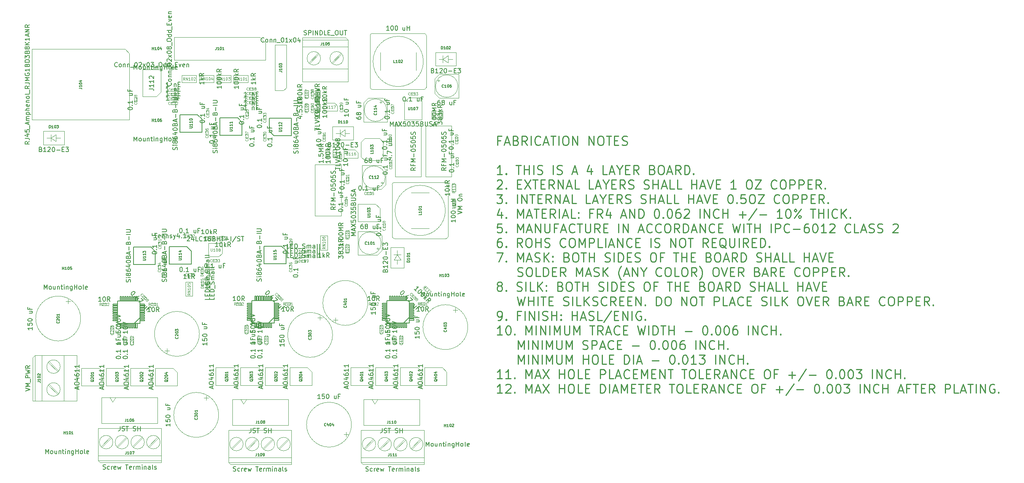
<source format=gbr>
G04 #@! TF.GenerationSoftware,KiCad,Pcbnew,5.1.10*
G04 #@! TF.CreationDate,2021-06-05T17:26:15-04:00*
G04 #@! TF.ProjectId,cnc-controller,636e632d-636f-46e7-9472-6f6c6c65722e,rev?*
G04 #@! TF.SameCoordinates,Original*
G04 #@! TF.FileFunction,Other,Fab,Top*
%FSLAX46Y46*%
G04 Gerber Fmt 4.6, Leading zero omitted, Abs format (unit mm)*
G04 Created by KiCad (PCBNEW 5.1.10) date 2021-06-05 17:26:15*
%MOMM*%
%LPD*%
G01*
G04 APERTURE LIST*
%ADD10C,0.250000*%
%ADD11C,0.100000*%
%ADD12C,0.152400*%
%ADD13C,0.150000*%
%ADD14C,0.120000*%
%ADD15C,0.060000*%
%ADD16C,0.040000*%
%ADD17C,0.075000*%
%ADD18C,0.110000*%
G04 APERTURE END LIST*
D10*
X114792557Y-65500942D02*
X114125890Y-65500942D01*
X114125890Y-66548561D02*
X114125890Y-64548561D01*
X115078271Y-64548561D01*
X115744938Y-65977133D02*
X116697319Y-65977133D01*
X115554461Y-66548561D02*
X116221128Y-64548561D01*
X116887795Y-66548561D01*
X118221128Y-65500942D02*
X118506842Y-65596180D01*
X118602080Y-65691419D01*
X118697319Y-65881895D01*
X118697319Y-66167609D01*
X118602080Y-66358085D01*
X118506842Y-66453323D01*
X118316366Y-66548561D01*
X117554461Y-66548561D01*
X117554461Y-64548561D01*
X118221128Y-64548561D01*
X118411604Y-64643800D01*
X118506842Y-64739038D01*
X118602080Y-64929514D01*
X118602080Y-65119990D01*
X118506842Y-65310466D01*
X118411604Y-65405704D01*
X118221128Y-65500942D01*
X117554461Y-65500942D01*
X120697319Y-66548561D02*
X120030652Y-65596180D01*
X119554461Y-66548561D02*
X119554461Y-64548561D01*
X120316366Y-64548561D01*
X120506842Y-64643800D01*
X120602080Y-64739038D01*
X120697319Y-64929514D01*
X120697319Y-65215228D01*
X120602080Y-65405704D01*
X120506842Y-65500942D01*
X120316366Y-65596180D01*
X119554461Y-65596180D01*
X121554461Y-66548561D02*
X121554461Y-64548561D01*
X123649700Y-66358085D02*
X123554461Y-66453323D01*
X123268747Y-66548561D01*
X123078271Y-66548561D01*
X122792557Y-66453323D01*
X122602080Y-66262847D01*
X122506842Y-66072371D01*
X122411604Y-65691419D01*
X122411604Y-65405704D01*
X122506842Y-65024752D01*
X122602080Y-64834276D01*
X122792557Y-64643800D01*
X123078271Y-64548561D01*
X123268747Y-64548561D01*
X123554461Y-64643800D01*
X123649700Y-64739038D01*
X124411604Y-65977133D02*
X125363985Y-65977133D01*
X124221128Y-66548561D02*
X124887795Y-64548561D01*
X125554461Y-66548561D01*
X125935414Y-64548561D02*
X127078271Y-64548561D01*
X126506842Y-66548561D02*
X126506842Y-64548561D01*
X127744938Y-66548561D02*
X127744938Y-64548561D01*
X129078271Y-64548561D02*
X129459223Y-64548561D01*
X129649700Y-64643800D01*
X129840176Y-64834276D01*
X129935414Y-65215228D01*
X129935414Y-65881895D01*
X129840176Y-66262847D01*
X129649700Y-66453323D01*
X129459223Y-66548561D01*
X129078271Y-66548561D01*
X128887795Y-66453323D01*
X128697319Y-66262847D01*
X128602080Y-65881895D01*
X128602080Y-65215228D01*
X128697319Y-64834276D01*
X128887795Y-64643800D01*
X129078271Y-64548561D01*
X130792557Y-66548561D02*
X130792557Y-64548561D01*
X131935414Y-66548561D01*
X131935414Y-64548561D01*
X134411604Y-66548561D02*
X134411604Y-64548561D01*
X135554461Y-66548561D01*
X135554461Y-64548561D01*
X136887795Y-64548561D02*
X137268747Y-64548561D01*
X137459223Y-64643800D01*
X137649700Y-64834276D01*
X137744938Y-65215228D01*
X137744938Y-65881895D01*
X137649700Y-66262847D01*
X137459223Y-66453323D01*
X137268747Y-66548561D01*
X136887795Y-66548561D01*
X136697319Y-66453323D01*
X136506842Y-66262847D01*
X136411604Y-65881895D01*
X136411604Y-65215228D01*
X136506842Y-64834276D01*
X136697319Y-64643800D01*
X136887795Y-64548561D01*
X138316366Y-64548561D02*
X139459223Y-64548561D01*
X138887795Y-66548561D02*
X138887795Y-64548561D01*
X140125890Y-65500942D02*
X140792557Y-65500942D01*
X141078271Y-66548561D02*
X140125890Y-66548561D01*
X140125890Y-64548561D01*
X141078271Y-64548561D01*
X141840176Y-66453323D02*
X142125890Y-66548561D01*
X142602080Y-66548561D01*
X142792557Y-66453323D01*
X142887795Y-66358085D01*
X142983033Y-66167609D01*
X142983033Y-65977133D01*
X142887795Y-65786657D01*
X142792557Y-65691419D01*
X142602080Y-65596180D01*
X142221128Y-65500942D01*
X142030652Y-65405704D01*
X141935414Y-65310466D01*
X141840176Y-65119990D01*
X141840176Y-64929514D01*
X141935414Y-64739038D01*
X142030652Y-64643800D01*
X142221128Y-64548561D01*
X142697319Y-64548561D01*
X142983033Y-64643800D01*
X115173509Y-73048561D02*
X114030652Y-73048561D01*
X114602080Y-73048561D02*
X114602080Y-71048561D01*
X114411604Y-71334276D01*
X114221128Y-71524752D01*
X114030652Y-71619990D01*
X116030652Y-72858085D02*
X116125890Y-72953323D01*
X116030652Y-73048561D01*
X115935414Y-72953323D01*
X116030652Y-72858085D01*
X116030652Y-73048561D01*
X118221128Y-71048561D02*
X119363985Y-71048561D01*
X118792557Y-73048561D02*
X118792557Y-71048561D01*
X120030652Y-73048561D02*
X120030652Y-71048561D01*
X120030652Y-72000942D02*
X121173509Y-72000942D01*
X121173509Y-73048561D02*
X121173509Y-71048561D01*
X122125890Y-73048561D02*
X122125890Y-71048561D01*
X122983033Y-72953323D02*
X123268747Y-73048561D01*
X123744938Y-73048561D01*
X123935414Y-72953323D01*
X124030652Y-72858085D01*
X124125890Y-72667609D01*
X124125890Y-72477133D01*
X124030652Y-72286657D01*
X123935414Y-72191419D01*
X123744938Y-72096180D01*
X123363985Y-72000942D01*
X123173509Y-71905704D01*
X123078271Y-71810466D01*
X122983033Y-71619990D01*
X122983033Y-71429514D01*
X123078271Y-71239038D01*
X123173509Y-71143800D01*
X123363985Y-71048561D01*
X123840176Y-71048561D01*
X124125890Y-71143800D01*
X126506842Y-73048561D02*
X126506842Y-71048561D01*
X127363985Y-72953323D02*
X127649700Y-73048561D01*
X128125890Y-73048561D01*
X128316366Y-72953323D01*
X128411604Y-72858085D01*
X128506842Y-72667609D01*
X128506842Y-72477133D01*
X128411604Y-72286657D01*
X128316366Y-72191419D01*
X128125890Y-72096180D01*
X127744938Y-72000942D01*
X127554461Y-71905704D01*
X127459223Y-71810466D01*
X127363985Y-71619990D01*
X127363985Y-71429514D01*
X127459223Y-71239038D01*
X127554461Y-71143800D01*
X127744938Y-71048561D01*
X128221128Y-71048561D01*
X128506842Y-71143800D01*
X130792557Y-72477133D02*
X131744938Y-72477133D01*
X130602080Y-73048561D02*
X131268747Y-71048561D01*
X131935414Y-73048561D01*
X134983033Y-71715228D02*
X134983033Y-73048561D01*
X134506842Y-70953323D02*
X134030652Y-72381895D01*
X135268747Y-72381895D01*
X138506842Y-73048561D02*
X137554461Y-73048561D01*
X137554461Y-71048561D01*
X139078271Y-72477133D02*
X140030652Y-72477133D01*
X138887795Y-73048561D02*
X139554461Y-71048561D01*
X140221128Y-73048561D01*
X141268747Y-72096180D02*
X141268747Y-73048561D01*
X140602080Y-71048561D02*
X141268747Y-72096180D01*
X141935414Y-71048561D01*
X142602080Y-72000942D02*
X143268747Y-72000942D01*
X143554461Y-73048561D02*
X142602080Y-73048561D01*
X142602080Y-71048561D01*
X143554461Y-71048561D01*
X145554461Y-73048561D02*
X144887795Y-72096180D01*
X144411604Y-73048561D02*
X144411604Y-71048561D01*
X145173509Y-71048561D01*
X145363985Y-71143800D01*
X145459223Y-71239038D01*
X145554461Y-71429514D01*
X145554461Y-71715228D01*
X145459223Y-71905704D01*
X145363985Y-72000942D01*
X145173509Y-72096180D01*
X144411604Y-72096180D01*
X148602080Y-72000942D02*
X148887795Y-72096180D01*
X148983033Y-72191419D01*
X149078271Y-72381895D01*
X149078271Y-72667609D01*
X148983033Y-72858085D01*
X148887795Y-72953323D01*
X148697319Y-73048561D01*
X147935414Y-73048561D01*
X147935414Y-71048561D01*
X148602080Y-71048561D01*
X148792557Y-71143800D01*
X148887795Y-71239038D01*
X148983033Y-71429514D01*
X148983033Y-71619990D01*
X148887795Y-71810466D01*
X148792557Y-71905704D01*
X148602080Y-72000942D01*
X147935414Y-72000942D01*
X150316366Y-71048561D02*
X150697319Y-71048561D01*
X150887795Y-71143800D01*
X151078271Y-71334276D01*
X151173509Y-71715228D01*
X151173509Y-72381895D01*
X151078271Y-72762847D01*
X150887795Y-72953323D01*
X150697319Y-73048561D01*
X150316366Y-73048561D01*
X150125890Y-72953323D01*
X149935414Y-72762847D01*
X149840176Y-72381895D01*
X149840176Y-71715228D01*
X149935414Y-71334276D01*
X150125890Y-71143800D01*
X150316366Y-71048561D01*
X151935414Y-72477133D02*
X152887795Y-72477133D01*
X151744938Y-73048561D02*
X152411604Y-71048561D01*
X153078271Y-73048561D01*
X154887795Y-73048561D02*
X154221128Y-72096180D01*
X153744938Y-73048561D02*
X153744938Y-71048561D01*
X154506842Y-71048561D01*
X154697319Y-71143800D01*
X154792557Y-71239038D01*
X154887795Y-71429514D01*
X154887795Y-71715228D01*
X154792557Y-71905704D01*
X154697319Y-72000942D01*
X154506842Y-72096180D01*
X153744938Y-72096180D01*
X155744938Y-73048561D02*
X155744938Y-71048561D01*
X156221128Y-71048561D01*
X156506842Y-71143800D01*
X156697319Y-71334276D01*
X156792557Y-71524752D01*
X156887795Y-71905704D01*
X156887795Y-72191419D01*
X156792557Y-72572371D01*
X156697319Y-72762847D01*
X156506842Y-72953323D01*
X156221128Y-73048561D01*
X155744938Y-73048561D01*
X157744938Y-72858085D02*
X157840176Y-72953323D01*
X157744938Y-73048561D01*
X157649700Y-72953323D01*
X157744938Y-72858085D01*
X157744938Y-73048561D01*
X114030652Y-74489038D02*
X114125890Y-74393800D01*
X114316366Y-74298561D01*
X114792557Y-74298561D01*
X114983033Y-74393800D01*
X115078271Y-74489038D01*
X115173509Y-74679514D01*
X115173509Y-74869990D01*
X115078271Y-75155704D01*
X113935414Y-76298561D01*
X115173509Y-76298561D01*
X116030652Y-76108085D02*
X116125890Y-76203323D01*
X116030652Y-76298561D01*
X115935414Y-76203323D01*
X116030652Y-76108085D01*
X116030652Y-76298561D01*
X118506842Y-75250942D02*
X119173509Y-75250942D01*
X119459223Y-76298561D02*
X118506842Y-76298561D01*
X118506842Y-74298561D01*
X119459223Y-74298561D01*
X120125890Y-74298561D02*
X121459223Y-76298561D01*
X121459223Y-74298561D02*
X120125890Y-76298561D01*
X121935414Y-74298561D02*
X123078271Y-74298561D01*
X122506842Y-76298561D02*
X122506842Y-74298561D01*
X123744938Y-75250942D02*
X124411604Y-75250942D01*
X124697319Y-76298561D02*
X123744938Y-76298561D01*
X123744938Y-74298561D01*
X124697319Y-74298561D01*
X126697319Y-76298561D02*
X126030652Y-75346180D01*
X125554461Y-76298561D02*
X125554461Y-74298561D01*
X126316366Y-74298561D01*
X126506842Y-74393800D01*
X126602080Y-74489038D01*
X126697319Y-74679514D01*
X126697319Y-74965228D01*
X126602080Y-75155704D01*
X126506842Y-75250942D01*
X126316366Y-75346180D01*
X125554461Y-75346180D01*
X127554461Y-76298561D02*
X127554461Y-74298561D01*
X128697319Y-76298561D01*
X128697319Y-74298561D01*
X129554461Y-75727133D02*
X130506842Y-75727133D01*
X129363985Y-76298561D02*
X130030652Y-74298561D01*
X130697319Y-76298561D01*
X132316366Y-76298561D02*
X131363985Y-76298561D01*
X131363985Y-74298561D01*
X135459223Y-76298561D02*
X134506842Y-76298561D01*
X134506842Y-74298561D01*
X136030652Y-75727133D02*
X136983033Y-75727133D01*
X135840176Y-76298561D02*
X136506842Y-74298561D01*
X137173509Y-76298561D01*
X138221128Y-75346180D02*
X138221128Y-76298561D01*
X137554461Y-74298561D02*
X138221128Y-75346180D01*
X138887795Y-74298561D01*
X139554461Y-75250942D02*
X140221128Y-75250942D01*
X140506842Y-76298561D02*
X139554461Y-76298561D01*
X139554461Y-74298561D01*
X140506842Y-74298561D01*
X142506842Y-76298561D02*
X141840176Y-75346180D01*
X141363985Y-76298561D02*
X141363985Y-74298561D01*
X142125890Y-74298561D01*
X142316366Y-74393800D01*
X142411604Y-74489038D01*
X142506842Y-74679514D01*
X142506842Y-74965228D01*
X142411604Y-75155704D01*
X142316366Y-75250942D01*
X142125890Y-75346180D01*
X141363985Y-75346180D01*
X143268747Y-76203323D02*
X143554461Y-76298561D01*
X144030652Y-76298561D01*
X144221128Y-76203323D01*
X144316366Y-76108085D01*
X144411604Y-75917609D01*
X144411604Y-75727133D01*
X144316366Y-75536657D01*
X144221128Y-75441419D01*
X144030652Y-75346180D01*
X143649700Y-75250942D01*
X143459223Y-75155704D01*
X143363985Y-75060466D01*
X143268747Y-74869990D01*
X143268747Y-74679514D01*
X143363985Y-74489038D01*
X143459223Y-74393800D01*
X143649700Y-74298561D01*
X144125890Y-74298561D01*
X144411604Y-74393800D01*
X146697319Y-76203323D02*
X146983033Y-76298561D01*
X147459223Y-76298561D01*
X147649700Y-76203323D01*
X147744938Y-76108085D01*
X147840176Y-75917609D01*
X147840176Y-75727133D01*
X147744938Y-75536657D01*
X147649700Y-75441419D01*
X147459223Y-75346180D01*
X147078271Y-75250942D01*
X146887795Y-75155704D01*
X146792557Y-75060466D01*
X146697319Y-74869990D01*
X146697319Y-74679514D01*
X146792557Y-74489038D01*
X146887795Y-74393800D01*
X147078271Y-74298561D01*
X147554461Y-74298561D01*
X147840176Y-74393800D01*
X148697319Y-76298561D02*
X148697319Y-74298561D01*
X148697319Y-75250942D02*
X149840176Y-75250942D01*
X149840176Y-76298561D02*
X149840176Y-74298561D01*
X150697319Y-75727133D02*
X151649700Y-75727133D01*
X150506842Y-76298561D02*
X151173509Y-74298561D01*
X151840176Y-76298561D01*
X153459223Y-76298561D02*
X152506842Y-76298561D01*
X152506842Y-74298561D01*
X155078271Y-76298561D02*
X154125890Y-76298561D01*
X154125890Y-74298561D01*
X157268747Y-76298561D02*
X157268747Y-74298561D01*
X157268747Y-75250942D02*
X158411604Y-75250942D01*
X158411604Y-76298561D02*
X158411604Y-74298561D01*
X159268747Y-75727133D02*
X160221128Y-75727133D01*
X159078271Y-76298561D02*
X159744938Y-74298561D01*
X160411604Y-76298561D01*
X160792557Y-74298561D02*
X161459223Y-76298561D01*
X162125890Y-74298561D01*
X162792557Y-75250942D02*
X163459223Y-75250942D01*
X163744938Y-76298561D02*
X162792557Y-76298561D01*
X162792557Y-74298561D01*
X163744938Y-74298561D01*
X167173509Y-76298561D02*
X166030652Y-76298561D01*
X166602080Y-76298561D02*
X166602080Y-74298561D01*
X166411604Y-74584276D01*
X166221128Y-74774752D01*
X166030652Y-74869990D01*
X169935414Y-74298561D02*
X170316366Y-74298561D01*
X170506842Y-74393800D01*
X170697319Y-74584276D01*
X170792557Y-74965228D01*
X170792557Y-75631895D01*
X170697319Y-76012847D01*
X170506842Y-76203323D01*
X170316366Y-76298561D01*
X169935414Y-76298561D01*
X169744938Y-76203323D01*
X169554461Y-76012847D01*
X169459223Y-75631895D01*
X169459223Y-74965228D01*
X169554461Y-74584276D01*
X169744938Y-74393800D01*
X169935414Y-74298561D01*
X171459223Y-74298561D02*
X172792557Y-74298561D01*
X171459223Y-76298561D01*
X172792557Y-76298561D01*
X176221128Y-76108085D02*
X176125890Y-76203323D01*
X175840176Y-76298561D01*
X175649700Y-76298561D01*
X175363985Y-76203323D01*
X175173509Y-76012847D01*
X175078271Y-75822371D01*
X174983033Y-75441419D01*
X174983033Y-75155704D01*
X175078271Y-74774752D01*
X175173509Y-74584276D01*
X175363985Y-74393800D01*
X175649700Y-74298561D01*
X175840176Y-74298561D01*
X176125890Y-74393800D01*
X176221128Y-74489038D01*
X177459223Y-74298561D02*
X177840176Y-74298561D01*
X178030652Y-74393800D01*
X178221128Y-74584276D01*
X178316366Y-74965228D01*
X178316366Y-75631895D01*
X178221128Y-76012847D01*
X178030652Y-76203323D01*
X177840176Y-76298561D01*
X177459223Y-76298561D01*
X177268747Y-76203323D01*
X177078271Y-76012847D01*
X176983033Y-75631895D01*
X176983033Y-74965228D01*
X177078271Y-74584276D01*
X177268747Y-74393800D01*
X177459223Y-74298561D01*
X179173509Y-76298561D02*
X179173509Y-74298561D01*
X179935414Y-74298561D01*
X180125890Y-74393800D01*
X180221128Y-74489038D01*
X180316366Y-74679514D01*
X180316366Y-74965228D01*
X180221128Y-75155704D01*
X180125890Y-75250942D01*
X179935414Y-75346180D01*
X179173509Y-75346180D01*
X181173509Y-76298561D02*
X181173509Y-74298561D01*
X181935414Y-74298561D01*
X182125890Y-74393800D01*
X182221128Y-74489038D01*
X182316366Y-74679514D01*
X182316366Y-74965228D01*
X182221128Y-75155704D01*
X182125890Y-75250942D01*
X181935414Y-75346180D01*
X181173509Y-75346180D01*
X183173509Y-75250942D02*
X183840176Y-75250942D01*
X184125890Y-76298561D02*
X183173509Y-76298561D01*
X183173509Y-74298561D01*
X184125890Y-74298561D01*
X186125890Y-76298561D02*
X185459223Y-75346180D01*
X184983033Y-76298561D02*
X184983033Y-74298561D01*
X185744938Y-74298561D01*
X185935414Y-74393800D01*
X186030652Y-74489038D01*
X186125890Y-74679514D01*
X186125890Y-74965228D01*
X186030652Y-75155704D01*
X185935414Y-75250942D01*
X185744938Y-75346180D01*
X184983033Y-75346180D01*
X186983033Y-76108085D02*
X187078271Y-76203323D01*
X186983033Y-76298561D01*
X186887795Y-76203323D01*
X186983033Y-76108085D01*
X186983033Y-76298561D01*
X113935414Y-77548561D02*
X115173509Y-77548561D01*
X114506842Y-78310466D01*
X114792557Y-78310466D01*
X114983033Y-78405704D01*
X115078271Y-78500942D01*
X115173509Y-78691419D01*
X115173509Y-79167609D01*
X115078271Y-79358085D01*
X114983033Y-79453323D01*
X114792557Y-79548561D01*
X114221128Y-79548561D01*
X114030652Y-79453323D01*
X113935414Y-79358085D01*
X116030652Y-79358085D02*
X116125890Y-79453323D01*
X116030652Y-79548561D01*
X115935414Y-79453323D01*
X116030652Y-79358085D01*
X116030652Y-79548561D01*
X118506842Y-79548561D02*
X118506842Y-77548561D01*
X119459223Y-79548561D02*
X119459223Y-77548561D01*
X120602080Y-79548561D01*
X120602080Y-77548561D01*
X121268747Y-77548561D02*
X122411604Y-77548561D01*
X121840176Y-79548561D02*
X121840176Y-77548561D01*
X123078271Y-78500942D02*
X123744938Y-78500942D01*
X124030652Y-79548561D02*
X123078271Y-79548561D01*
X123078271Y-77548561D01*
X124030652Y-77548561D01*
X126030652Y-79548561D02*
X125363985Y-78596180D01*
X124887795Y-79548561D02*
X124887795Y-77548561D01*
X125649700Y-77548561D01*
X125840176Y-77643800D01*
X125935414Y-77739038D01*
X126030652Y-77929514D01*
X126030652Y-78215228D01*
X125935414Y-78405704D01*
X125840176Y-78500942D01*
X125649700Y-78596180D01*
X124887795Y-78596180D01*
X126887795Y-79548561D02*
X126887795Y-77548561D01*
X128030652Y-79548561D01*
X128030652Y-77548561D01*
X128887795Y-78977133D02*
X129840176Y-78977133D01*
X128697319Y-79548561D02*
X129363985Y-77548561D01*
X130030652Y-79548561D01*
X131649700Y-79548561D02*
X130697319Y-79548561D01*
X130697319Y-77548561D01*
X134792557Y-79548561D02*
X133840176Y-79548561D01*
X133840176Y-77548561D01*
X135363985Y-78977133D02*
X136316366Y-78977133D01*
X135173509Y-79548561D02*
X135840176Y-77548561D01*
X136506842Y-79548561D01*
X137554461Y-78596180D02*
X137554461Y-79548561D01*
X136887795Y-77548561D02*
X137554461Y-78596180D01*
X138221128Y-77548561D01*
X138887795Y-78500942D02*
X139554461Y-78500942D01*
X139840176Y-79548561D02*
X138887795Y-79548561D01*
X138887795Y-77548561D01*
X139840176Y-77548561D01*
X141840176Y-79548561D02*
X141173509Y-78596180D01*
X140697319Y-79548561D02*
X140697319Y-77548561D01*
X141459223Y-77548561D01*
X141649700Y-77643800D01*
X141744938Y-77739038D01*
X141840176Y-77929514D01*
X141840176Y-78215228D01*
X141744938Y-78405704D01*
X141649700Y-78500942D01*
X141459223Y-78596180D01*
X140697319Y-78596180D01*
X142602080Y-79453323D02*
X142887795Y-79548561D01*
X143363985Y-79548561D01*
X143554461Y-79453323D01*
X143649700Y-79358085D01*
X143744938Y-79167609D01*
X143744938Y-78977133D01*
X143649700Y-78786657D01*
X143554461Y-78691419D01*
X143363985Y-78596180D01*
X142983033Y-78500942D01*
X142792557Y-78405704D01*
X142697319Y-78310466D01*
X142602080Y-78119990D01*
X142602080Y-77929514D01*
X142697319Y-77739038D01*
X142792557Y-77643800D01*
X142983033Y-77548561D01*
X143459223Y-77548561D01*
X143744938Y-77643800D01*
X146030652Y-79453323D02*
X146316366Y-79548561D01*
X146792557Y-79548561D01*
X146983033Y-79453323D01*
X147078271Y-79358085D01*
X147173509Y-79167609D01*
X147173509Y-78977133D01*
X147078271Y-78786657D01*
X146983033Y-78691419D01*
X146792557Y-78596180D01*
X146411604Y-78500942D01*
X146221128Y-78405704D01*
X146125890Y-78310466D01*
X146030652Y-78119990D01*
X146030652Y-77929514D01*
X146125890Y-77739038D01*
X146221128Y-77643800D01*
X146411604Y-77548561D01*
X146887795Y-77548561D01*
X147173509Y-77643800D01*
X148030652Y-79548561D02*
X148030652Y-77548561D01*
X148030652Y-78500942D02*
X149173509Y-78500942D01*
X149173509Y-79548561D02*
X149173509Y-77548561D01*
X150030652Y-78977133D02*
X150983033Y-78977133D01*
X149840176Y-79548561D02*
X150506842Y-77548561D01*
X151173509Y-79548561D01*
X152792557Y-79548561D02*
X151840176Y-79548561D01*
X151840176Y-77548561D01*
X154411604Y-79548561D02*
X153459223Y-79548561D01*
X153459223Y-77548561D01*
X156602080Y-79548561D02*
X156602080Y-77548561D01*
X156602080Y-78500942D02*
X157744938Y-78500942D01*
X157744938Y-79548561D02*
X157744938Y-77548561D01*
X158602080Y-78977133D02*
X159554461Y-78977133D01*
X158411604Y-79548561D02*
X159078271Y-77548561D01*
X159744938Y-79548561D01*
X160125890Y-77548561D02*
X160792557Y-79548561D01*
X161459223Y-77548561D01*
X162125890Y-78500942D02*
X162792557Y-78500942D01*
X163078271Y-79548561D02*
X162125890Y-79548561D01*
X162125890Y-77548561D01*
X163078271Y-77548561D01*
X165840176Y-77548561D02*
X166030652Y-77548561D01*
X166221128Y-77643800D01*
X166316366Y-77739038D01*
X166411604Y-77929514D01*
X166506842Y-78310466D01*
X166506842Y-78786657D01*
X166411604Y-79167609D01*
X166316366Y-79358085D01*
X166221128Y-79453323D01*
X166030652Y-79548561D01*
X165840176Y-79548561D01*
X165649700Y-79453323D01*
X165554461Y-79358085D01*
X165459223Y-79167609D01*
X165363985Y-78786657D01*
X165363985Y-78310466D01*
X165459223Y-77929514D01*
X165554461Y-77739038D01*
X165649700Y-77643800D01*
X165840176Y-77548561D01*
X167363985Y-79358085D02*
X167459223Y-79453323D01*
X167363985Y-79548561D01*
X167268747Y-79453323D01*
X167363985Y-79358085D01*
X167363985Y-79548561D01*
X169268747Y-77548561D02*
X168316366Y-77548561D01*
X168221128Y-78500942D01*
X168316366Y-78405704D01*
X168506842Y-78310466D01*
X168983033Y-78310466D01*
X169173509Y-78405704D01*
X169268747Y-78500942D01*
X169363985Y-78691419D01*
X169363985Y-79167609D01*
X169268747Y-79358085D01*
X169173509Y-79453323D01*
X168983033Y-79548561D01*
X168506842Y-79548561D01*
X168316366Y-79453323D01*
X168221128Y-79358085D01*
X170602080Y-77548561D02*
X170983033Y-77548561D01*
X171173509Y-77643800D01*
X171363985Y-77834276D01*
X171459223Y-78215228D01*
X171459223Y-78881895D01*
X171363985Y-79262847D01*
X171173509Y-79453323D01*
X170983033Y-79548561D01*
X170602080Y-79548561D01*
X170411604Y-79453323D01*
X170221128Y-79262847D01*
X170125890Y-78881895D01*
X170125890Y-78215228D01*
X170221128Y-77834276D01*
X170411604Y-77643800D01*
X170602080Y-77548561D01*
X172125890Y-77548561D02*
X173459223Y-77548561D01*
X172125890Y-79548561D01*
X173459223Y-79548561D01*
X176887795Y-79358085D02*
X176792557Y-79453323D01*
X176506842Y-79548561D01*
X176316366Y-79548561D01*
X176030652Y-79453323D01*
X175840176Y-79262847D01*
X175744938Y-79072371D01*
X175649700Y-78691419D01*
X175649700Y-78405704D01*
X175744938Y-78024752D01*
X175840176Y-77834276D01*
X176030652Y-77643800D01*
X176316366Y-77548561D01*
X176506842Y-77548561D01*
X176792557Y-77643800D01*
X176887795Y-77739038D01*
X178125890Y-77548561D02*
X178506842Y-77548561D01*
X178697319Y-77643800D01*
X178887795Y-77834276D01*
X178983033Y-78215228D01*
X178983033Y-78881895D01*
X178887795Y-79262847D01*
X178697319Y-79453323D01*
X178506842Y-79548561D01*
X178125890Y-79548561D01*
X177935414Y-79453323D01*
X177744938Y-79262847D01*
X177649700Y-78881895D01*
X177649700Y-78215228D01*
X177744938Y-77834276D01*
X177935414Y-77643800D01*
X178125890Y-77548561D01*
X179840176Y-79548561D02*
X179840176Y-77548561D01*
X180602080Y-77548561D01*
X180792557Y-77643800D01*
X180887795Y-77739038D01*
X180983033Y-77929514D01*
X180983033Y-78215228D01*
X180887795Y-78405704D01*
X180792557Y-78500942D01*
X180602080Y-78596180D01*
X179840176Y-78596180D01*
X181840176Y-79548561D02*
X181840176Y-77548561D01*
X182602080Y-77548561D01*
X182792557Y-77643800D01*
X182887795Y-77739038D01*
X182983033Y-77929514D01*
X182983033Y-78215228D01*
X182887795Y-78405704D01*
X182792557Y-78500942D01*
X182602080Y-78596180D01*
X181840176Y-78596180D01*
X183840176Y-78500942D02*
X184506842Y-78500942D01*
X184792557Y-79548561D02*
X183840176Y-79548561D01*
X183840176Y-77548561D01*
X184792557Y-77548561D01*
X186792557Y-79548561D02*
X186125890Y-78596180D01*
X185649700Y-79548561D02*
X185649700Y-77548561D01*
X186411604Y-77548561D01*
X186602080Y-77643800D01*
X186697319Y-77739038D01*
X186792557Y-77929514D01*
X186792557Y-78215228D01*
X186697319Y-78405704D01*
X186602080Y-78500942D01*
X186411604Y-78596180D01*
X185649700Y-78596180D01*
X187649700Y-79358085D02*
X187744938Y-79453323D01*
X187649700Y-79548561D01*
X187554461Y-79453323D01*
X187649700Y-79358085D01*
X187649700Y-79548561D01*
X114983033Y-81465228D02*
X114983033Y-82798561D01*
X114506842Y-80703323D02*
X114030652Y-82131895D01*
X115268747Y-82131895D01*
X116030652Y-82608085D02*
X116125890Y-82703323D01*
X116030652Y-82798561D01*
X115935414Y-82703323D01*
X116030652Y-82608085D01*
X116030652Y-82798561D01*
X118506842Y-82798561D02*
X118506842Y-80798561D01*
X119173509Y-82227133D01*
X119840176Y-80798561D01*
X119840176Y-82798561D01*
X120697319Y-82227133D02*
X121649700Y-82227133D01*
X120506842Y-82798561D02*
X121173509Y-80798561D01*
X121840176Y-82798561D01*
X122221128Y-80798561D02*
X123363985Y-80798561D01*
X122792557Y-82798561D02*
X122792557Y-80798561D01*
X124030652Y-81750942D02*
X124697319Y-81750942D01*
X124983033Y-82798561D02*
X124030652Y-82798561D01*
X124030652Y-80798561D01*
X124983033Y-80798561D01*
X126983033Y-82798561D02*
X126316366Y-81846180D01*
X125840176Y-82798561D02*
X125840176Y-80798561D01*
X126602080Y-80798561D01*
X126792557Y-80893800D01*
X126887795Y-80989038D01*
X126983033Y-81179514D01*
X126983033Y-81465228D01*
X126887795Y-81655704D01*
X126792557Y-81750942D01*
X126602080Y-81846180D01*
X125840176Y-81846180D01*
X127840176Y-82798561D02*
X127840176Y-80798561D01*
X128697319Y-82227133D02*
X129649700Y-82227133D01*
X128506842Y-82798561D02*
X129173509Y-80798561D01*
X129840176Y-82798561D01*
X131459223Y-82798561D02*
X130506842Y-82798561D01*
X130506842Y-80798561D01*
X132125890Y-82608085D02*
X132221128Y-82703323D01*
X132125890Y-82798561D01*
X132030652Y-82703323D01*
X132125890Y-82608085D01*
X132125890Y-82798561D01*
X132125890Y-81560466D02*
X132221128Y-81655704D01*
X132125890Y-81750942D01*
X132030652Y-81655704D01*
X132125890Y-81560466D01*
X132125890Y-81750942D01*
X135268747Y-81750942D02*
X134602080Y-81750942D01*
X134602080Y-82798561D02*
X134602080Y-80798561D01*
X135554461Y-80798561D01*
X137459223Y-82798561D02*
X136792557Y-81846180D01*
X136316366Y-82798561D02*
X136316366Y-80798561D01*
X137078271Y-80798561D01*
X137268747Y-80893800D01*
X137363985Y-80989038D01*
X137459223Y-81179514D01*
X137459223Y-81465228D01*
X137363985Y-81655704D01*
X137268747Y-81750942D01*
X137078271Y-81846180D01*
X136316366Y-81846180D01*
X139173509Y-81465228D02*
X139173509Y-82798561D01*
X138697319Y-80703323D02*
X138221128Y-82131895D01*
X139459223Y-82131895D01*
X141649700Y-82227133D02*
X142602080Y-82227133D01*
X141459223Y-82798561D02*
X142125890Y-80798561D01*
X142792557Y-82798561D01*
X143459223Y-82798561D02*
X143459223Y-80798561D01*
X144602080Y-82798561D01*
X144602080Y-80798561D01*
X145554461Y-82798561D02*
X145554461Y-80798561D01*
X146030652Y-80798561D01*
X146316366Y-80893800D01*
X146506842Y-81084276D01*
X146602080Y-81274752D01*
X146697319Y-81655704D01*
X146697319Y-81941419D01*
X146602080Y-82322371D01*
X146506842Y-82512847D01*
X146316366Y-82703323D01*
X146030652Y-82798561D01*
X145554461Y-82798561D01*
X149459223Y-80798561D02*
X149649700Y-80798561D01*
X149840176Y-80893800D01*
X149935414Y-80989038D01*
X150030652Y-81179514D01*
X150125890Y-81560466D01*
X150125890Y-82036657D01*
X150030652Y-82417609D01*
X149935414Y-82608085D01*
X149840176Y-82703323D01*
X149649700Y-82798561D01*
X149459223Y-82798561D01*
X149268747Y-82703323D01*
X149173509Y-82608085D01*
X149078271Y-82417609D01*
X148983033Y-82036657D01*
X148983033Y-81560466D01*
X149078271Y-81179514D01*
X149173509Y-80989038D01*
X149268747Y-80893800D01*
X149459223Y-80798561D01*
X150983033Y-82608085D02*
X151078271Y-82703323D01*
X150983033Y-82798561D01*
X150887795Y-82703323D01*
X150983033Y-82608085D01*
X150983033Y-82798561D01*
X152316366Y-80798561D02*
X152506842Y-80798561D01*
X152697319Y-80893800D01*
X152792557Y-80989038D01*
X152887795Y-81179514D01*
X152983033Y-81560466D01*
X152983033Y-82036657D01*
X152887795Y-82417609D01*
X152792557Y-82608085D01*
X152697319Y-82703323D01*
X152506842Y-82798561D01*
X152316366Y-82798561D01*
X152125890Y-82703323D01*
X152030652Y-82608085D01*
X151935414Y-82417609D01*
X151840176Y-82036657D01*
X151840176Y-81560466D01*
X151935414Y-81179514D01*
X152030652Y-80989038D01*
X152125890Y-80893800D01*
X152316366Y-80798561D01*
X154697319Y-80798561D02*
X154316366Y-80798561D01*
X154125890Y-80893800D01*
X154030652Y-80989038D01*
X153840176Y-81274752D01*
X153744938Y-81655704D01*
X153744938Y-82417609D01*
X153840176Y-82608085D01*
X153935414Y-82703323D01*
X154125890Y-82798561D01*
X154506842Y-82798561D01*
X154697319Y-82703323D01*
X154792557Y-82608085D01*
X154887795Y-82417609D01*
X154887795Y-81941419D01*
X154792557Y-81750942D01*
X154697319Y-81655704D01*
X154506842Y-81560466D01*
X154125890Y-81560466D01*
X153935414Y-81655704D01*
X153840176Y-81750942D01*
X153744938Y-81941419D01*
X155649700Y-80989038D02*
X155744938Y-80893800D01*
X155935414Y-80798561D01*
X156411604Y-80798561D01*
X156602080Y-80893800D01*
X156697319Y-80989038D01*
X156792557Y-81179514D01*
X156792557Y-81369990D01*
X156697319Y-81655704D01*
X155554461Y-82798561D01*
X156792557Y-82798561D01*
X159173509Y-82798561D02*
X159173509Y-80798561D01*
X160125890Y-82798561D02*
X160125890Y-80798561D01*
X161268747Y-82798561D01*
X161268747Y-80798561D01*
X163363985Y-82608085D02*
X163268747Y-82703323D01*
X162983033Y-82798561D01*
X162792557Y-82798561D01*
X162506842Y-82703323D01*
X162316366Y-82512847D01*
X162221128Y-82322371D01*
X162125890Y-81941419D01*
X162125890Y-81655704D01*
X162221128Y-81274752D01*
X162316366Y-81084276D01*
X162506842Y-80893800D01*
X162792557Y-80798561D01*
X162983033Y-80798561D01*
X163268747Y-80893800D01*
X163363985Y-80989038D01*
X164221128Y-82798561D02*
X164221128Y-80798561D01*
X164221128Y-81750942D02*
X165363985Y-81750942D01*
X165363985Y-82798561D02*
X165363985Y-80798561D01*
X167840176Y-82036657D02*
X169363985Y-82036657D01*
X168602080Y-82798561D02*
X168602080Y-81274752D01*
X171744938Y-80703323D02*
X170030652Y-83274752D01*
X172411604Y-82036657D02*
X173935414Y-82036657D01*
X177459223Y-82798561D02*
X176316366Y-82798561D01*
X176887795Y-82798561D02*
X176887795Y-80798561D01*
X176697319Y-81084276D01*
X176506842Y-81274752D01*
X176316366Y-81369990D01*
X178697319Y-80798561D02*
X178887795Y-80798561D01*
X179078271Y-80893800D01*
X179173509Y-80989038D01*
X179268747Y-81179514D01*
X179363985Y-81560466D01*
X179363985Y-82036657D01*
X179268747Y-82417609D01*
X179173509Y-82608085D01*
X179078271Y-82703323D01*
X178887795Y-82798561D01*
X178697319Y-82798561D01*
X178506842Y-82703323D01*
X178411604Y-82608085D01*
X178316366Y-82417609D01*
X178221128Y-82036657D01*
X178221128Y-81560466D01*
X178316366Y-81179514D01*
X178411604Y-80989038D01*
X178506842Y-80893800D01*
X178697319Y-80798561D01*
X180125890Y-82798561D02*
X181649700Y-80798561D01*
X180411604Y-80798561D02*
X180602080Y-80893800D01*
X180697319Y-81084276D01*
X180602080Y-81274752D01*
X180411604Y-81369990D01*
X180221128Y-81274752D01*
X180125890Y-81084276D01*
X180221128Y-80893800D01*
X180411604Y-80798561D01*
X181554461Y-82703323D02*
X181649700Y-82512847D01*
X181554461Y-82322371D01*
X181363985Y-82227133D01*
X181173509Y-82322371D01*
X181078271Y-82512847D01*
X181173509Y-82703323D01*
X181363985Y-82798561D01*
X181554461Y-82703323D01*
X183744938Y-80798561D02*
X184887795Y-80798561D01*
X184316366Y-82798561D02*
X184316366Y-80798561D01*
X185554461Y-82798561D02*
X185554461Y-80798561D01*
X185554461Y-81750942D02*
X186697319Y-81750942D01*
X186697319Y-82798561D02*
X186697319Y-80798561D01*
X187649700Y-82798561D02*
X187649700Y-80798561D01*
X189744938Y-82608085D02*
X189649700Y-82703323D01*
X189363985Y-82798561D01*
X189173509Y-82798561D01*
X188887795Y-82703323D01*
X188697319Y-82512847D01*
X188602080Y-82322371D01*
X188506842Y-81941419D01*
X188506842Y-81655704D01*
X188602080Y-81274752D01*
X188697319Y-81084276D01*
X188887795Y-80893800D01*
X189173509Y-80798561D01*
X189363985Y-80798561D01*
X189649700Y-80893800D01*
X189744938Y-80989038D01*
X190602080Y-82798561D02*
X190602080Y-80798561D01*
X191744938Y-82798561D02*
X190887795Y-81655704D01*
X191744938Y-80798561D02*
X190602080Y-81941419D01*
X192602080Y-82608085D02*
X192697319Y-82703323D01*
X192602080Y-82798561D01*
X192506842Y-82703323D01*
X192602080Y-82608085D01*
X192602080Y-82798561D01*
X115078271Y-84048561D02*
X114125890Y-84048561D01*
X114030652Y-85000942D01*
X114125890Y-84905704D01*
X114316366Y-84810466D01*
X114792557Y-84810466D01*
X114983033Y-84905704D01*
X115078271Y-85000942D01*
X115173509Y-85191419D01*
X115173509Y-85667609D01*
X115078271Y-85858085D01*
X114983033Y-85953323D01*
X114792557Y-86048561D01*
X114316366Y-86048561D01*
X114125890Y-85953323D01*
X114030652Y-85858085D01*
X116030652Y-85858085D02*
X116125890Y-85953323D01*
X116030652Y-86048561D01*
X115935414Y-85953323D01*
X116030652Y-85858085D01*
X116030652Y-86048561D01*
X118506842Y-86048561D02*
X118506842Y-84048561D01*
X119173509Y-85477133D01*
X119840176Y-84048561D01*
X119840176Y-86048561D01*
X120697319Y-85477133D02*
X121649700Y-85477133D01*
X120506842Y-86048561D02*
X121173509Y-84048561D01*
X121840176Y-86048561D01*
X122506842Y-86048561D02*
X122506842Y-84048561D01*
X123649700Y-86048561D01*
X123649700Y-84048561D01*
X124602080Y-84048561D02*
X124602080Y-85667609D01*
X124697319Y-85858085D01*
X124792557Y-85953323D01*
X124983033Y-86048561D01*
X125363985Y-86048561D01*
X125554461Y-85953323D01*
X125649700Y-85858085D01*
X125744938Y-85667609D01*
X125744938Y-84048561D01*
X127363985Y-85000942D02*
X126697319Y-85000942D01*
X126697319Y-86048561D02*
X126697319Y-84048561D01*
X127649700Y-84048561D01*
X128316366Y-85477133D02*
X129268747Y-85477133D01*
X128125890Y-86048561D02*
X128792557Y-84048561D01*
X129459223Y-86048561D01*
X131268747Y-85858085D02*
X131173509Y-85953323D01*
X130887795Y-86048561D01*
X130697319Y-86048561D01*
X130411604Y-85953323D01*
X130221128Y-85762847D01*
X130125890Y-85572371D01*
X130030652Y-85191419D01*
X130030652Y-84905704D01*
X130125890Y-84524752D01*
X130221128Y-84334276D01*
X130411604Y-84143800D01*
X130697319Y-84048561D01*
X130887795Y-84048561D01*
X131173509Y-84143800D01*
X131268747Y-84239038D01*
X131840176Y-84048561D02*
X132983033Y-84048561D01*
X132411604Y-86048561D02*
X132411604Y-84048561D01*
X133649700Y-84048561D02*
X133649700Y-85667609D01*
X133744938Y-85858085D01*
X133840176Y-85953323D01*
X134030652Y-86048561D01*
X134411604Y-86048561D01*
X134602080Y-85953323D01*
X134697319Y-85858085D01*
X134792557Y-85667609D01*
X134792557Y-84048561D01*
X136887795Y-86048561D02*
X136221128Y-85096180D01*
X135744938Y-86048561D02*
X135744938Y-84048561D01*
X136506842Y-84048561D01*
X136697319Y-84143800D01*
X136792557Y-84239038D01*
X136887795Y-84429514D01*
X136887795Y-84715228D01*
X136792557Y-84905704D01*
X136697319Y-85000942D01*
X136506842Y-85096180D01*
X135744938Y-85096180D01*
X137744938Y-85000942D02*
X138411604Y-85000942D01*
X138697319Y-86048561D02*
X137744938Y-86048561D01*
X137744938Y-84048561D01*
X138697319Y-84048561D01*
X141078271Y-86048561D02*
X141078271Y-84048561D01*
X142030652Y-86048561D02*
X142030652Y-84048561D01*
X143173509Y-86048561D01*
X143173509Y-84048561D01*
X145554461Y-85477133D02*
X146506842Y-85477133D01*
X145363985Y-86048561D02*
X146030652Y-84048561D01*
X146697319Y-86048561D01*
X148506842Y-85858085D02*
X148411604Y-85953323D01*
X148125890Y-86048561D01*
X147935414Y-86048561D01*
X147649700Y-85953323D01*
X147459223Y-85762847D01*
X147363985Y-85572371D01*
X147268747Y-85191419D01*
X147268747Y-84905704D01*
X147363985Y-84524752D01*
X147459223Y-84334276D01*
X147649700Y-84143800D01*
X147935414Y-84048561D01*
X148125890Y-84048561D01*
X148411604Y-84143800D01*
X148506842Y-84239038D01*
X150506842Y-85858085D02*
X150411604Y-85953323D01*
X150125890Y-86048561D01*
X149935414Y-86048561D01*
X149649700Y-85953323D01*
X149459223Y-85762847D01*
X149363985Y-85572371D01*
X149268747Y-85191419D01*
X149268747Y-84905704D01*
X149363985Y-84524752D01*
X149459223Y-84334276D01*
X149649700Y-84143800D01*
X149935414Y-84048561D01*
X150125890Y-84048561D01*
X150411604Y-84143800D01*
X150506842Y-84239038D01*
X151744938Y-84048561D02*
X152125890Y-84048561D01*
X152316366Y-84143800D01*
X152506842Y-84334276D01*
X152602080Y-84715228D01*
X152602080Y-85381895D01*
X152506842Y-85762847D01*
X152316366Y-85953323D01*
X152125890Y-86048561D01*
X151744938Y-86048561D01*
X151554461Y-85953323D01*
X151363985Y-85762847D01*
X151268747Y-85381895D01*
X151268747Y-84715228D01*
X151363985Y-84334276D01*
X151554461Y-84143800D01*
X151744938Y-84048561D01*
X154602080Y-86048561D02*
X153935414Y-85096180D01*
X153459223Y-86048561D02*
X153459223Y-84048561D01*
X154221128Y-84048561D01*
X154411604Y-84143800D01*
X154506842Y-84239038D01*
X154602080Y-84429514D01*
X154602080Y-84715228D01*
X154506842Y-84905704D01*
X154411604Y-85000942D01*
X154221128Y-85096180D01*
X153459223Y-85096180D01*
X155459223Y-86048561D02*
X155459223Y-84048561D01*
X155935414Y-84048561D01*
X156221128Y-84143800D01*
X156411604Y-84334276D01*
X156506842Y-84524752D01*
X156602080Y-84905704D01*
X156602080Y-85191419D01*
X156506842Y-85572371D01*
X156411604Y-85762847D01*
X156221128Y-85953323D01*
X155935414Y-86048561D01*
X155459223Y-86048561D01*
X157363985Y-85477133D02*
X158316366Y-85477133D01*
X157173509Y-86048561D02*
X157840176Y-84048561D01*
X158506842Y-86048561D01*
X159173509Y-86048561D02*
X159173509Y-84048561D01*
X160316366Y-86048561D01*
X160316366Y-84048561D01*
X162411604Y-85858085D02*
X162316366Y-85953323D01*
X162030652Y-86048561D01*
X161840176Y-86048561D01*
X161554461Y-85953323D01*
X161363985Y-85762847D01*
X161268747Y-85572371D01*
X161173509Y-85191419D01*
X161173509Y-84905704D01*
X161268747Y-84524752D01*
X161363985Y-84334276D01*
X161554461Y-84143800D01*
X161840176Y-84048561D01*
X162030652Y-84048561D01*
X162316366Y-84143800D01*
X162411604Y-84239038D01*
X163268747Y-85000942D02*
X163935414Y-85000942D01*
X164221128Y-86048561D02*
X163268747Y-86048561D01*
X163268747Y-84048561D01*
X164221128Y-84048561D01*
X166411604Y-84048561D02*
X166887795Y-86048561D01*
X167268747Y-84619990D01*
X167649700Y-86048561D01*
X168125890Y-84048561D01*
X168887795Y-86048561D02*
X168887795Y-84048561D01*
X169554461Y-84048561D02*
X170697319Y-84048561D01*
X170125890Y-86048561D02*
X170125890Y-84048561D01*
X171363985Y-86048561D02*
X171363985Y-84048561D01*
X171363985Y-85000942D02*
X172506842Y-85000942D01*
X172506842Y-86048561D02*
X172506842Y-84048561D01*
X174983033Y-86048561D02*
X174983033Y-84048561D01*
X175935414Y-86048561D02*
X175935414Y-84048561D01*
X176697319Y-84048561D01*
X176887795Y-84143800D01*
X176983033Y-84239038D01*
X177078271Y-84429514D01*
X177078271Y-84715228D01*
X176983033Y-84905704D01*
X176887795Y-85000942D01*
X176697319Y-85096180D01*
X175935414Y-85096180D01*
X179078271Y-85858085D02*
X178983033Y-85953323D01*
X178697319Y-86048561D01*
X178506842Y-86048561D01*
X178221128Y-85953323D01*
X178030652Y-85762847D01*
X177935414Y-85572371D01*
X177840176Y-85191419D01*
X177840176Y-84905704D01*
X177935414Y-84524752D01*
X178030652Y-84334276D01*
X178221128Y-84143800D01*
X178506842Y-84048561D01*
X178697319Y-84048561D01*
X178983033Y-84143800D01*
X179078271Y-84239038D01*
X179935414Y-85286657D02*
X181459223Y-85286657D01*
X183268747Y-84048561D02*
X182887795Y-84048561D01*
X182697319Y-84143800D01*
X182602080Y-84239038D01*
X182411604Y-84524752D01*
X182316366Y-84905704D01*
X182316366Y-85667609D01*
X182411604Y-85858085D01*
X182506842Y-85953323D01*
X182697319Y-86048561D01*
X183078271Y-86048561D01*
X183268747Y-85953323D01*
X183363985Y-85858085D01*
X183459223Y-85667609D01*
X183459223Y-85191419D01*
X183363985Y-85000942D01*
X183268747Y-84905704D01*
X183078271Y-84810466D01*
X182697319Y-84810466D01*
X182506842Y-84905704D01*
X182411604Y-85000942D01*
X182316366Y-85191419D01*
X184697319Y-84048561D02*
X184887795Y-84048561D01*
X185078271Y-84143800D01*
X185173509Y-84239038D01*
X185268747Y-84429514D01*
X185363985Y-84810466D01*
X185363985Y-85286657D01*
X185268747Y-85667609D01*
X185173509Y-85858085D01*
X185078271Y-85953323D01*
X184887795Y-86048561D01*
X184697319Y-86048561D01*
X184506842Y-85953323D01*
X184411604Y-85858085D01*
X184316366Y-85667609D01*
X184221128Y-85286657D01*
X184221128Y-84810466D01*
X184316366Y-84429514D01*
X184411604Y-84239038D01*
X184506842Y-84143800D01*
X184697319Y-84048561D01*
X187268747Y-86048561D02*
X186125890Y-86048561D01*
X186697319Y-86048561D02*
X186697319Y-84048561D01*
X186506842Y-84334276D01*
X186316366Y-84524752D01*
X186125890Y-84619990D01*
X188030652Y-84239038D02*
X188125890Y-84143800D01*
X188316366Y-84048561D01*
X188792557Y-84048561D01*
X188983033Y-84143800D01*
X189078271Y-84239038D01*
X189173509Y-84429514D01*
X189173509Y-84619990D01*
X189078271Y-84905704D01*
X187935414Y-86048561D01*
X189173509Y-86048561D01*
X192697319Y-85858085D02*
X192602080Y-85953323D01*
X192316366Y-86048561D01*
X192125890Y-86048561D01*
X191840176Y-85953323D01*
X191649700Y-85762847D01*
X191554461Y-85572371D01*
X191459223Y-85191419D01*
X191459223Y-84905704D01*
X191554461Y-84524752D01*
X191649700Y-84334276D01*
X191840176Y-84143800D01*
X192125890Y-84048561D01*
X192316366Y-84048561D01*
X192602080Y-84143800D01*
X192697319Y-84239038D01*
X194506842Y-86048561D02*
X193554461Y-86048561D01*
X193554461Y-84048561D01*
X195078271Y-85477133D02*
X196030652Y-85477133D01*
X194887795Y-86048561D02*
X195554461Y-84048561D01*
X196221128Y-86048561D01*
X196792557Y-85953323D02*
X197078271Y-86048561D01*
X197554461Y-86048561D01*
X197744938Y-85953323D01*
X197840176Y-85858085D01*
X197935414Y-85667609D01*
X197935414Y-85477133D01*
X197840176Y-85286657D01*
X197744938Y-85191419D01*
X197554461Y-85096180D01*
X197173509Y-85000942D01*
X196983033Y-84905704D01*
X196887795Y-84810466D01*
X196792557Y-84619990D01*
X196792557Y-84429514D01*
X196887795Y-84239038D01*
X196983033Y-84143800D01*
X197173509Y-84048561D01*
X197649700Y-84048561D01*
X197935414Y-84143800D01*
X198697319Y-85953323D02*
X198983033Y-86048561D01*
X199459223Y-86048561D01*
X199649700Y-85953323D01*
X199744938Y-85858085D01*
X199840176Y-85667609D01*
X199840176Y-85477133D01*
X199744938Y-85286657D01*
X199649700Y-85191419D01*
X199459223Y-85096180D01*
X199078271Y-85000942D01*
X198887795Y-84905704D01*
X198792557Y-84810466D01*
X198697319Y-84619990D01*
X198697319Y-84429514D01*
X198792557Y-84239038D01*
X198887795Y-84143800D01*
X199078271Y-84048561D01*
X199554461Y-84048561D01*
X199840176Y-84143800D01*
X202125890Y-84239038D02*
X202221128Y-84143800D01*
X202411604Y-84048561D01*
X202887795Y-84048561D01*
X203078271Y-84143800D01*
X203173509Y-84239038D01*
X203268747Y-84429514D01*
X203268747Y-84619990D01*
X203173509Y-84905704D01*
X202030652Y-86048561D01*
X203268747Y-86048561D01*
X114983033Y-87298561D02*
X114602080Y-87298561D01*
X114411604Y-87393800D01*
X114316366Y-87489038D01*
X114125890Y-87774752D01*
X114030652Y-88155704D01*
X114030652Y-88917609D01*
X114125890Y-89108085D01*
X114221128Y-89203323D01*
X114411604Y-89298561D01*
X114792557Y-89298561D01*
X114983033Y-89203323D01*
X115078271Y-89108085D01*
X115173509Y-88917609D01*
X115173509Y-88441419D01*
X115078271Y-88250942D01*
X114983033Y-88155704D01*
X114792557Y-88060466D01*
X114411604Y-88060466D01*
X114221128Y-88155704D01*
X114125890Y-88250942D01*
X114030652Y-88441419D01*
X116030652Y-89108085D02*
X116125890Y-89203323D01*
X116030652Y-89298561D01*
X115935414Y-89203323D01*
X116030652Y-89108085D01*
X116030652Y-89298561D01*
X119649700Y-89298561D02*
X118983033Y-88346180D01*
X118506842Y-89298561D02*
X118506842Y-87298561D01*
X119268747Y-87298561D01*
X119459223Y-87393800D01*
X119554461Y-87489038D01*
X119649700Y-87679514D01*
X119649700Y-87965228D01*
X119554461Y-88155704D01*
X119459223Y-88250942D01*
X119268747Y-88346180D01*
X118506842Y-88346180D01*
X120887795Y-87298561D02*
X121268747Y-87298561D01*
X121459223Y-87393800D01*
X121649700Y-87584276D01*
X121744938Y-87965228D01*
X121744938Y-88631895D01*
X121649700Y-89012847D01*
X121459223Y-89203323D01*
X121268747Y-89298561D01*
X120887795Y-89298561D01*
X120697319Y-89203323D01*
X120506842Y-89012847D01*
X120411604Y-88631895D01*
X120411604Y-87965228D01*
X120506842Y-87584276D01*
X120697319Y-87393800D01*
X120887795Y-87298561D01*
X122602080Y-89298561D02*
X122602080Y-87298561D01*
X122602080Y-88250942D02*
X123744938Y-88250942D01*
X123744938Y-89298561D02*
X123744938Y-87298561D01*
X124602080Y-89203323D02*
X124887795Y-89298561D01*
X125363985Y-89298561D01*
X125554461Y-89203323D01*
X125649700Y-89108085D01*
X125744938Y-88917609D01*
X125744938Y-88727133D01*
X125649700Y-88536657D01*
X125554461Y-88441419D01*
X125363985Y-88346180D01*
X124983033Y-88250942D01*
X124792557Y-88155704D01*
X124697319Y-88060466D01*
X124602080Y-87869990D01*
X124602080Y-87679514D01*
X124697319Y-87489038D01*
X124792557Y-87393800D01*
X124983033Y-87298561D01*
X125459223Y-87298561D01*
X125744938Y-87393800D01*
X129268747Y-89108085D02*
X129173509Y-89203323D01*
X128887795Y-89298561D01*
X128697319Y-89298561D01*
X128411604Y-89203323D01*
X128221128Y-89012847D01*
X128125890Y-88822371D01*
X128030652Y-88441419D01*
X128030652Y-88155704D01*
X128125890Y-87774752D01*
X128221128Y-87584276D01*
X128411604Y-87393800D01*
X128697319Y-87298561D01*
X128887795Y-87298561D01*
X129173509Y-87393800D01*
X129268747Y-87489038D01*
X130506842Y-87298561D02*
X130887795Y-87298561D01*
X131078271Y-87393800D01*
X131268747Y-87584276D01*
X131363985Y-87965228D01*
X131363985Y-88631895D01*
X131268747Y-89012847D01*
X131078271Y-89203323D01*
X130887795Y-89298561D01*
X130506842Y-89298561D01*
X130316366Y-89203323D01*
X130125890Y-89012847D01*
X130030652Y-88631895D01*
X130030652Y-87965228D01*
X130125890Y-87584276D01*
X130316366Y-87393800D01*
X130506842Y-87298561D01*
X132221128Y-89298561D02*
X132221128Y-87298561D01*
X132887795Y-88727133D01*
X133554461Y-87298561D01*
X133554461Y-89298561D01*
X134506842Y-89298561D02*
X134506842Y-87298561D01*
X135268747Y-87298561D01*
X135459223Y-87393800D01*
X135554461Y-87489038D01*
X135649700Y-87679514D01*
X135649700Y-87965228D01*
X135554461Y-88155704D01*
X135459223Y-88250942D01*
X135268747Y-88346180D01*
X134506842Y-88346180D01*
X137459223Y-89298561D02*
X136506842Y-89298561D01*
X136506842Y-87298561D01*
X138125890Y-89298561D02*
X138125890Y-87298561D01*
X138983033Y-88727133D02*
X139935414Y-88727133D01*
X138792557Y-89298561D02*
X139459223Y-87298561D01*
X140125890Y-89298561D01*
X140792557Y-89298561D02*
X140792557Y-87298561D01*
X141935414Y-89298561D01*
X141935414Y-87298561D01*
X144030652Y-89108085D02*
X143935414Y-89203323D01*
X143649700Y-89298561D01*
X143459223Y-89298561D01*
X143173509Y-89203323D01*
X142983033Y-89012847D01*
X142887795Y-88822371D01*
X142792557Y-88441419D01*
X142792557Y-88155704D01*
X142887795Y-87774752D01*
X142983033Y-87584276D01*
X143173509Y-87393800D01*
X143459223Y-87298561D01*
X143649700Y-87298561D01*
X143935414Y-87393800D01*
X144030652Y-87489038D01*
X144887795Y-88250942D02*
X145554461Y-88250942D01*
X145840176Y-89298561D02*
X144887795Y-89298561D01*
X144887795Y-87298561D01*
X145840176Y-87298561D01*
X148221128Y-89298561D02*
X148221128Y-87298561D01*
X149078271Y-89203323D02*
X149363985Y-89298561D01*
X149840176Y-89298561D01*
X150030652Y-89203323D01*
X150125890Y-89108085D01*
X150221128Y-88917609D01*
X150221128Y-88727133D01*
X150125890Y-88536657D01*
X150030652Y-88441419D01*
X149840176Y-88346180D01*
X149459223Y-88250942D01*
X149268747Y-88155704D01*
X149173509Y-88060466D01*
X149078271Y-87869990D01*
X149078271Y-87679514D01*
X149173509Y-87489038D01*
X149268747Y-87393800D01*
X149459223Y-87298561D01*
X149935414Y-87298561D01*
X150221128Y-87393800D01*
X152602080Y-89298561D02*
X152602080Y-87298561D01*
X153744938Y-89298561D01*
X153744938Y-87298561D01*
X155078271Y-87298561D02*
X155459223Y-87298561D01*
X155649700Y-87393800D01*
X155840176Y-87584276D01*
X155935414Y-87965228D01*
X155935414Y-88631895D01*
X155840176Y-89012847D01*
X155649700Y-89203323D01*
X155459223Y-89298561D01*
X155078271Y-89298561D01*
X154887795Y-89203323D01*
X154697319Y-89012847D01*
X154602080Y-88631895D01*
X154602080Y-87965228D01*
X154697319Y-87584276D01*
X154887795Y-87393800D01*
X155078271Y-87298561D01*
X156506842Y-87298561D02*
X157649700Y-87298561D01*
X157078271Y-89298561D02*
X157078271Y-87298561D01*
X160983033Y-89298561D02*
X160316366Y-88346180D01*
X159840176Y-89298561D02*
X159840176Y-87298561D01*
X160602080Y-87298561D01*
X160792557Y-87393800D01*
X160887795Y-87489038D01*
X160983033Y-87679514D01*
X160983033Y-87965228D01*
X160887795Y-88155704D01*
X160792557Y-88250942D01*
X160602080Y-88346180D01*
X159840176Y-88346180D01*
X161840176Y-88250942D02*
X162506842Y-88250942D01*
X162792557Y-89298561D02*
X161840176Y-89298561D01*
X161840176Y-87298561D01*
X162792557Y-87298561D01*
X164983033Y-89489038D02*
X164792557Y-89393800D01*
X164602080Y-89203323D01*
X164316366Y-88917609D01*
X164125890Y-88822371D01*
X163935414Y-88822371D01*
X164030652Y-89298561D02*
X163840176Y-89203323D01*
X163649700Y-89012847D01*
X163554461Y-88631895D01*
X163554461Y-87965228D01*
X163649700Y-87584276D01*
X163840176Y-87393800D01*
X164030652Y-87298561D01*
X164411604Y-87298561D01*
X164602080Y-87393800D01*
X164792557Y-87584276D01*
X164887795Y-87965228D01*
X164887795Y-88631895D01*
X164792557Y-89012847D01*
X164602080Y-89203323D01*
X164411604Y-89298561D01*
X164030652Y-89298561D01*
X165744938Y-87298561D02*
X165744938Y-88917609D01*
X165840176Y-89108085D01*
X165935414Y-89203323D01*
X166125890Y-89298561D01*
X166506842Y-89298561D01*
X166697319Y-89203323D01*
X166792557Y-89108085D01*
X166887795Y-88917609D01*
X166887795Y-87298561D01*
X167840176Y-89298561D02*
X167840176Y-87298561D01*
X169935414Y-89298561D02*
X169268747Y-88346180D01*
X168792557Y-89298561D02*
X168792557Y-87298561D01*
X169554461Y-87298561D01*
X169744938Y-87393800D01*
X169840176Y-87489038D01*
X169935414Y-87679514D01*
X169935414Y-87965228D01*
X169840176Y-88155704D01*
X169744938Y-88250942D01*
X169554461Y-88346180D01*
X168792557Y-88346180D01*
X170792557Y-88250942D02*
X171459223Y-88250942D01*
X171744938Y-89298561D02*
X170792557Y-89298561D01*
X170792557Y-87298561D01*
X171744938Y-87298561D01*
X172602080Y-89298561D02*
X172602080Y-87298561D01*
X173078271Y-87298561D01*
X173363985Y-87393800D01*
X173554461Y-87584276D01*
X173649700Y-87774752D01*
X173744938Y-88155704D01*
X173744938Y-88441419D01*
X173649700Y-88822371D01*
X173554461Y-89012847D01*
X173363985Y-89203323D01*
X173078271Y-89298561D01*
X172602080Y-89298561D01*
X174602080Y-89108085D02*
X174697319Y-89203323D01*
X174602080Y-89298561D01*
X174506842Y-89203323D01*
X174602080Y-89108085D01*
X174602080Y-89298561D01*
X113935414Y-90548561D02*
X115268747Y-90548561D01*
X114411604Y-92548561D01*
X116030652Y-92358085D02*
X116125890Y-92453323D01*
X116030652Y-92548561D01*
X115935414Y-92453323D01*
X116030652Y-92358085D01*
X116030652Y-92548561D01*
X118506842Y-92548561D02*
X118506842Y-90548561D01*
X119173509Y-91977133D01*
X119840176Y-90548561D01*
X119840176Y-92548561D01*
X120697319Y-91977133D02*
X121649700Y-91977133D01*
X120506842Y-92548561D02*
X121173509Y-90548561D01*
X121840176Y-92548561D01*
X122411604Y-92453323D02*
X122697319Y-92548561D01*
X123173509Y-92548561D01*
X123363985Y-92453323D01*
X123459223Y-92358085D01*
X123554461Y-92167609D01*
X123554461Y-91977133D01*
X123459223Y-91786657D01*
X123363985Y-91691419D01*
X123173509Y-91596180D01*
X122792557Y-91500942D01*
X122602080Y-91405704D01*
X122506842Y-91310466D01*
X122411604Y-91119990D01*
X122411604Y-90929514D01*
X122506842Y-90739038D01*
X122602080Y-90643800D01*
X122792557Y-90548561D01*
X123268747Y-90548561D01*
X123554461Y-90643800D01*
X124411604Y-92548561D02*
X124411604Y-90548561D01*
X125554461Y-92548561D02*
X124697319Y-91405704D01*
X125554461Y-90548561D02*
X124411604Y-91691419D01*
X126411604Y-92358085D02*
X126506842Y-92453323D01*
X126411604Y-92548561D01*
X126316366Y-92453323D01*
X126411604Y-92358085D01*
X126411604Y-92548561D01*
X126411604Y-91310466D02*
X126506842Y-91405704D01*
X126411604Y-91500942D01*
X126316366Y-91405704D01*
X126411604Y-91310466D01*
X126411604Y-91500942D01*
X129554461Y-91500942D02*
X129840176Y-91596180D01*
X129935414Y-91691419D01*
X130030652Y-91881895D01*
X130030652Y-92167609D01*
X129935414Y-92358085D01*
X129840176Y-92453323D01*
X129649700Y-92548561D01*
X128887795Y-92548561D01*
X128887795Y-90548561D01*
X129554461Y-90548561D01*
X129744938Y-90643800D01*
X129840176Y-90739038D01*
X129935414Y-90929514D01*
X129935414Y-91119990D01*
X129840176Y-91310466D01*
X129744938Y-91405704D01*
X129554461Y-91500942D01*
X128887795Y-91500942D01*
X131268747Y-90548561D02*
X131649700Y-90548561D01*
X131840176Y-90643800D01*
X132030652Y-90834276D01*
X132125890Y-91215228D01*
X132125890Y-91881895D01*
X132030652Y-92262847D01*
X131840176Y-92453323D01*
X131649700Y-92548561D01*
X131268747Y-92548561D01*
X131078271Y-92453323D01*
X130887795Y-92262847D01*
X130792557Y-91881895D01*
X130792557Y-91215228D01*
X130887795Y-90834276D01*
X131078271Y-90643800D01*
X131268747Y-90548561D01*
X132697319Y-90548561D02*
X133840176Y-90548561D01*
X133268747Y-92548561D02*
X133268747Y-90548561D01*
X134506842Y-92548561D02*
X134506842Y-90548561D01*
X134506842Y-91500942D02*
X135649700Y-91500942D01*
X135649700Y-92548561D02*
X135649700Y-90548561D01*
X138030652Y-92453323D02*
X138316366Y-92548561D01*
X138792557Y-92548561D01*
X138983033Y-92453323D01*
X139078271Y-92358085D01*
X139173509Y-92167609D01*
X139173509Y-91977133D01*
X139078271Y-91786657D01*
X138983033Y-91691419D01*
X138792557Y-91596180D01*
X138411604Y-91500942D01*
X138221128Y-91405704D01*
X138125890Y-91310466D01*
X138030652Y-91119990D01*
X138030652Y-90929514D01*
X138125890Y-90739038D01*
X138221128Y-90643800D01*
X138411604Y-90548561D01*
X138887795Y-90548561D01*
X139173509Y-90643800D01*
X140030652Y-92548561D02*
X140030652Y-90548561D01*
X140983033Y-92548561D02*
X140983033Y-90548561D01*
X141459223Y-90548561D01*
X141744938Y-90643800D01*
X141935414Y-90834276D01*
X142030652Y-91024752D01*
X142125890Y-91405704D01*
X142125890Y-91691419D01*
X142030652Y-92072371D01*
X141935414Y-92262847D01*
X141744938Y-92453323D01*
X141459223Y-92548561D01*
X140983033Y-92548561D01*
X142983033Y-91500942D02*
X143649700Y-91500942D01*
X143935414Y-92548561D02*
X142983033Y-92548561D01*
X142983033Y-90548561D01*
X143935414Y-90548561D01*
X144697319Y-92453323D02*
X144983033Y-92548561D01*
X145459223Y-92548561D01*
X145649700Y-92453323D01*
X145744938Y-92358085D01*
X145840176Y-92167609D01*
X145840176Y-91977133D01*
X145744938Y-91786657D01*
X145649700Y-91691419D01*
X145459223Y-91596180D01*
X145078271Y-91500942D01*
X144887795Y-91405704D01*
X144792557Y-91310466D01*
X144697319Y-91119990D01*
X144697319Y-90929514D01*
X144792557Y-90739038D01*
X144887795Y-90643800D01*
X145078271Y-90548561D01*
X145554461Y-90548561D01*
X145840176Y-90643800D01*
X148602080Y-90548561D02*
X148983033Y-90548561D01*
X149173509Y-90643800D01*
X149363985Y-90834276D01*
X149459223Y-91215228D01*
X149459223Y-91881895D01*
X149363985Y-92262847D01*
X149173509Y-92453323D01*
X148983033Y-92548561D01*
X148602080Y-92548561D01*
X148411604Y-92453323D01*
X148221128Y-92262847D01*
X148125890Y-91881895D01*
X148125890Y-91215228D01*
X148221128Y-90834276D01*
X148411604Y-90643800D01*
X148602080Y-90548561D01*
X150983033Y-91500942D02*
X150316366Y-91500942D01*
X150316366Y-92548561D02*
X150316366Y-90548561D01*
X151268747Y-90548561D01*
X153268747Y-90548561D02*
X154411604Y-90548561D01*
X153840176Y-92548561D02*
X153840176Y-90548561D01*
X155078271Y-92548561D02*
X155078271Y-90548561D01*
X155078271Y-91500942D02*
X156221128Y-91500942D01*
X156221128Y-92548561D02*
X156221128Y-90548561D01*
X157173509Y-91500942D02*
X157840176Y-91500942D01*
X158125890Y-92548561D02*
X157173509Y-92548561D01*
X157173509Y-90548561D01*
X158125890Y-90548561D01*
X161173509Y-91500942D02*
X161459223Y-91596180D01*
X161554461Y-91691419D01*
X161649700Y-91881895D01*
X161649700Y-92167609D01*
X161554461Y-92358085D01*
X161459223Y-92453323D01*
X161268747Y-92548561D01*
X160506842Y-92548561D01*
X160506842Y-90548561D01*
X161173509Y-90548561D01*
X161363985Y-90643800D01*
X161459223Y-90739038D01*
X161554461Y-90929514D01*
X161554461Y-91119990D01*
X161459223Y-91310466D01*
X161363985Y-91405704D01*
X161173509Y-91500942D01*
X160506842Y-91500942D01*
X162887795Y-90548561D02*
X163268747Y-90548561D01*
X163459223Y-90643800D01*
X163649700Y-90834276D01*
X163744938Y-91215228D01*
X163744938Y-91881895D01*
X163649700Y-92262847D01*
X163459223Y-92453323D01*
X163268747Y-92548561D01*
X162887795Y-92548561D01*
X162697319Y-92453323D01*
X162506842Y-92262847D01*
X162411604Y-91881895D01*
X162411604Y-91215228D01*
X162506842Y-90834276D01*
X162697319Y-90643800D01*
X162887795Y-90548561D01*
X164506842Y-91977133D02*
X165459223Y-91977133D01*
X164316366Y-92548561D02*
X164983033Y-90548561D01*
X165649700Y-92548561D01*
X167459223Y-92548561D02*
X166792557Y-91596180D01*
X166316366Y-92548561D02*
X166316366Y-90548561D01*
X167078271Y-90548561D01*
X167268747Y-90643800D01*
X167363985Y-90739038D01*
X167459223Y-90929514D01*
X167459223Y-91215228D01*
X167363985Y-91405704D01*
X167268747Y-91500942D01*
X167078271Y-91596180D01*
X166316366Y-91596180D01*
X168316366Y-92548561D02*
X168316366Y-90548561D01*
X168792557Y-90548561D01*
X169078271Y-90643800D01*
X169268747Y-90834276D01*
X169363985Y-91024752D01*
X169459223Y-91405704D01*
X169459223Y-91691419D01*
X169363985Y-92072371D01*
X169268747Y-92262847D01*
X169078271Y-92453323D01*
X168792557Y-92548561D01*
X168316366Y-92548561D01*
X171744938Y-92453323D02*
X172030652Y-92548561D01*
X172506842Y-92548561D01*
X172697319Y-92453323D01*
X172792557Y-92358085D01*
X172887795Y-92167609D01*
X172887795Y-91977133D01*
X172792557Y-91786657D01*
X172697319Y-91691419D01*
X172506842Y-91596180D01*
X172125890Y-91500942D01*
X171935414Y-91405704D01*
X171840176Y-91310466D01*
X171744938Y-91119990D01*
X171744938Y-90929514D01*
X171840176Y-90739038D01*
X171935414Y-90643800D01*
X172125890Y-90548561D01*
X172602080Y-90548561D01*
X172887795Y-90643800D01*
X173744938Y-92548561D02*
X173744938Y-90548561D01*
X173744938Y-91500942D02*
X174887795Y-91500942D01*
X174887795Y-92548561D02*
X174887795Y-90548561D01*
X175744938Y-91977133D02*
X176697319Y-91977133D01*
X175554461Y-92548561D02*
X176221128Y-90548561D01*
X176887795Y-92548561D01*
X178506842Y-92548561D02*
X177554461Y-92548561D01*
X177554461Y-90548561D01*
X180125890Y-92548561D02*
X179173509Y-92548561D01*
X179173509Y-90548561D01*
X182316366Y-92548561D02*
X182316366Y-90548561D01*
X182316366Y-91500942D02*
X183459223Y-91500942D01*
X183459223Y-92548561D02*
X183459223Y-90548561D01*
X184316366Y-91977133D02*
X185268747Y-91977133D01*
X184125890Y-92548561D02*
X184792557Y-90548561D01*
X185459223Y-92548561D01*
X185840176Y-90548561D02*
X186506842Y-92548561D01*
X187173509Y-90548561D01*
X187840176Y-91500942D02*
X188506842Y-91500942D01*
X188792557Y-92548561D02*
X187840176Y-92548561D01*
X187840176Y-90548561D01*
X188792557Y-90548561D01*
X118602080Y-95703323D02*
X118887795Y-95798561D01*
X119363985Y-95798561D01*
X119554461Y-95703323D01*
X119649700Y-95608085D01*
X119744938Y-95417609D01*
X119744938Y-95227133D01*
X119649700Y-95036657D01*
X119554461Y-94941419D01*
X119363985Y-94846180D01*
X118983033Y-94750942D01*
X118792557Y-94655704D01*
X118697319Y-94560466D01*
X118602080Y-94369990D01*
X118602080Y-94179514D01*
X118697319Y-93989038D01*
X118792557Y-93893800D01*
X118983033Y-93798561D01*
X119459223Y-93798561D01*
X119744938Y-93893800D01*
X120983033Y-93798561D02*
X121363985Y-93798561D01*
X121554461Y-93893800D01*
X121744938Y-94084276D01*
X121840176Y-94465228D01*
X121840176Y-95131895D01*
X121744938Y-95512847D01*
X121554461Y-95703323D01*
X121363985Y-95798561D01*
X120983033Y-95798561D01*
X120792557Y-95703323D01*
X120602080Y-95512847D01*
X120506842Y-95131895D01*
X120506842Y-94465228D01*
X120602080Y-94084276D01*
X120792557Y-93893800D01*
X120983033Y-93798561D01*
X123649700Y-95798561D02*
X122697319Y-95798561D01*
X122697319Y-93798561D01*
X124316366Y-95798561D02*
X124316366Y-93798561D01*
X124792557Y-93798561D01*
X125078271Y-93893800D01*
X125268747Y-94084276D01*
X125363985Y-94274752D01*
X125459223Y-94655704D01*
X125459223Y-94941419D01*
X125363985Y-95322371D01*
X125268747Y-95512847D01*
X125078271Y-95703323D01*
X124792557Y-95798561D01*
X124316366Y-95798561D01*
X126316366Y-94750942D02*
X126983033Y-94750942D01*
X127268747Y-95798561D02*
X126316366Y-95798561D01*
X126316366Y-93798561D01*
X127268747Y-93798561D01*
X129268747Y-95798561D02*
X128602080Y-94846180D01*
X128125890Y-95798561D02*
X128125890Y-93798561D01*
X128887795Y-93798561D01*
X129078271Y-93893800D01*
X129173509Y-93989038D01*
X129268747Y-94179514D01*
X129268747Y-94465228D01*
X129173509Y-94655704D01*
X129078271Y-94750942D01*
X128887795Y-94846180D01*
X128125890Y-94846180D01*
X131649700Y-95798561D02*
X131649700Y-93798561D01*
X132316366Y-95227133D01*
X132983033Y-93798561D01*
X132983033Y-95798561D01*
X133840176Y-95227133D02*
X134792557Y-95227133D01*
X133649700Y-95798561D02*
X134316366Y-93798561D01*
X134983033Y-95798561D01*
X135554461Y-95703323D02*
X135840176Y-95798561D01*
X136316366Y-95798561D01*
X136506842Y-95703323D01*
X136602080Y-95608085D01*
X136697319Y-95417609D01*
X136697319Y-95227133D01*
X136602080Y-95036657D01*
X136506842Y-94941419D01*
X136316366Y-94846180D01*
X135935414Y-94750942D01*
X135744938Y-94655704D01*
X135649700Y-94560466D01*
X135554461Y-94369990D01*
X135554461Y-94179514D01*
X135649700Y-93989038D01*
X135744938Y-93893800D01*
X135935414Y-93798561D01*
X136411604Y-93798561D01*
X136697319Y-93893800D01*
X137554461Y-95798561D02*
X137554461Y-93798561D01*
X138697319Y-95798561D02*
X137840176Y-94655704D01*
X138697319Y-93798561D02*
X137554461Y-94941419D01*
X141649700Y-96560466D02*
X141554461Y-96465228D01*
X141363985Y-96179514D01*
X141268747Y-95989038D01*
X141173509Y-95703323D01*
X141078271Y-95227133D01*
X141078271Y-94846180D01*
X141173509Y-94369990D01*
X141268747Y-94084276D01*
X141363985Y-93893800D01*
X141554461Y-93608085D01*
X141649700Y-93512847D01*
X142316366Y-95227133D02*
X143268747Y-95227133D01*
X142125890Y-95798561D02*
X142792557Y-93798561D01*
X143459223Y-95798561D01*
X144125890Y-95798561D02*
X144125890Y-93798561D01*
X145268747Y-95798561D01*
X145268747Y-93798561D01*
X146602080Y-94846180D02*
X146602080Y-95798561D01*
X145935414Y-93798561D02*
X146602080Y-94846180D01*
X147268747Y-93798561D01*
X150602080Y-95608085D02*
X150506842Y-95703323D01*
X150221128Y-95798561D01*
X150030652Y-95798561D01*
X149744938Y-95703323D01*
X149554461Y-95512847D01*
X149459223Y-95322371D01*
X149363985Y-94941419D01*
X149363985Y-94655704D01*
X149459223Y-94274752D01*
X149554461Y-94084276D01*
X149744938Y-93893800D01*
X150030652Y-93798561D01*
X150221128Y-93798561D01*
X150506842Y-93893800D01*
X150602080Y-93989038D01*
X151840176Y-93798561D02*
X152221128Y-93798561D01*
X152411604Y-93893800D01*
X152602080Y-94084276D01*
X152697319Y-94465228D01*
X152697319Y-95131895D01*
X152602080Y-95512847D01*
X152411604Y-95703323D01*
X152221128Y-95798561D01*
X151840176Y-95798561D01*
X151649700Y-95703323D01*
X151459223Y-95512847D01*
X151363985Y-95131895D01*
X151363985Y-94465228D01*
X151459223Y-94084276D01*
X151649700Y-93893800D01*
X151840176Y-93798561D01*
X154506842Y-95798561D02*
X153554461Y-95798561D01*
X153554461Y-93798561D01*
X155554461Y-93798561D02*
X155935414Y-93798561D01*
X156125890Y-93893800D01*
X156316366Y-94084276D01*
X156411604Y-94465228D01*
X156411604Y-95131895D01*
X156316366Y-95512847D01*
X156125890Y-95703323D01*
X155935414Y-95798561D01*
X155554461Y-95798561D01*
X155363985Y-95703323D01*
X155173509Y-95512847D01*
X155078271Y-95131895D01*
X155078271Y-94465228D01*
X155173509Y-94084276D01*
X155363985Y-93893800D01*
X155554461Y-93798561D01*
X158411604Y-95798561D02*
X157744938Y-94846180D01*
X157268747Y-95798561D02*
X157268747Y-93798561D01*
X158030652Y-93798561D01*
X158221128Y-93893800D01*
X158316366Y-93989038D01*
X158411604Y-94179514D01*
X158411604Y-94465228D01*
X158316366Y-94655704D01*
X158221128Y-94750942D01*
X158030652Y-94846180D01*
X157268747Y-94846180D01*
X159078271Y-96560466D02*
X159173509Y-96465228D01*
X159363985Y-96179514D01*
X159459223Y-95989038D01*
X159554461Y-95703323D01*
X159649700Y-95227133D01*
X159649700Y-94846180D01*
X159554461Y-94369990D01*
X159459223Y-94084276D01*
X159363985Y-93893800D01*
X159173509Y-93608085D01*
X159078271Y-93512847D01*
X162506842Y-93798561D02*
X162887795Y-93798561D01*
X163078271Y-93893800D01*
X163268747Y-94084276D01*
X163363985Y-94465228D01*
X163363985Y-95131895D01*
X163268747Y-95512847D01*
X163078271Y-95703323D01*
X162887795Y-95798561D01*
X162506842Y-95798561D01*
X162316366Y-95703323D01*
X162125890Y-95512847D01*
X162030652Y-95131895D01*
X162030652Y-94465228D01*
X162125890Y-94084276D01*
X162316366Y-93893800D01*
X162506842Y-93798561D01*
X163935414Y-93798561D02*
X164602080Y-95798561D01*
X165268747Y-93798561D01*
X165935414Y-94750942D02*
X166602080Y-94750942D01*
X166887795Y-95798561D02*
X165935414Y-95798561D01*
X165935414Y-93798561D01*
X166887795Y-93798561D01*
X168887795Y-95798561D02*
X168221128Y-94846180D01*
X167744938Y-95798561D02*
X167744938Y-93798561D01*
X168506842Y-93798561D01*
X168697319Y-93893800D01*
X168792557Y-93989038D01*
X168887795Y-94179514D01*
X168887795Y-94465228D01*
X168792557Y-94655704D01*
X168697319Y-94750942D01*
X168506842Y-94846180D01*
X167744938Y-94846180D01*
X171935414Y-94750942D02*
X172221128Y-94846180D01*
X172316366Y-94941419D01*
X172411604Y-95131895D01*
X172411604Y-95417609D01*
X172316366Y-95608085D01*
X172221128Y-95703323D01*
X172030652Y-95798561D01*
X171268747Y-95798561D01*
X171268747Y-93798561D01*
X171935414Y-93798561D01*
X172125890Y-93893800D01*
X172221128Y-93989038D01*
X172316366Y-94179514D01*
X172316366Y-94369990D01*
X172221128Y-94560466D01*
X172125890Y-94655704D01*
X171935414Y-94750942D01*
X171268747Y-94750942D01*
X173173509Y-95227133D02*
X174125890Y-95227133D01*
X172983033Y-95798561D02*
X173649700Y-93798561D01*
X174316366Y-95798561D01*
X176125890Y-95798561D02*
X175459223Y-94846180D01*
X174983033Y-95798561D02*
X174983033Y-93798561D01*
X175744938Y-93798561D01*
X175935414Y-93893800D01*
X176030652Y-93989038D01*
X176125890Y-94179514D01*
X176125890Y-94465228D01*
X176030652Y-94655704D01*
X175935414Y-94750942D01*
X175744938Y-94846180D01*
X174983033Y-94846180D01*
X176983033Y-94750942D02*
X177649700Y-94750942D01*
X177935414Y-95798561D02*
X176983033Y-95798561D01*
X176983033Y-93798561D01*
X177935414Y-93798561D01*
X181459223Y-95608085D02*
X181363985Y-95703323D01*
X181078271Y-95798561D01*
X180887795Y-95798561D01*
X180602080Y-95703323D01*
X180411604Y-95512847D01*
X180316366Y-95322371D01*
X180221128Y-94941419D01*
X180221128Y-94655704D01*
X180316366Y-94274752D01*
X180411604Y-94084276D01*
X180602080Y-93893800D01*
X180887795Y-93798561D01*
X181078271Y-93798561D01*
X181363985Y-93893800D01*
X181459223Y-93989038D01*
X182697319Y-93798561D02*
X183078271Y-93798561D01*
X183268747Y-93893800D01*
X183459223Y-94084276D01*
X183554461Y-94465228D01*
X183554461Y-95131895D01*
X183459223Y-95512847D01*
X183268747Y-95703323D01*
X183078271Y-95798561D01*
X182697319Y-95798561D01*
X182506842Y-95703323D01*
X182316366Y-95512847D01*
X182221128Y-95131895D01*
X182221128Y-94465228D01*
X182316366Y-94084276D01*
X182506842Y-93893800D01*
X182697319Y-93798561D01*
X184411604Y-95798561D02*
X184411604Y-93798561D01*
X185173509Y-93798561D01*
X185363985Y-93893800D01*
X185459223Y-93989038D01*
X185554461Y-94179514D01*
X185554461Y-94465228D01*
X185459223Y-94655704D01*
X185363985Y-94750942D01*
X185173509Y-94846180D01*
X184411604Y-94846180D01*
X186411604Y-95798561D02*
X186411604Y-93798561D01*
X187173509Y-93798561D01*
X187363985Y-93893800D01*
X187459223Y-93989038D01*
X187554461Y-94179514D01*
X187554461Y-94465228D01*
X187459223Y-94655704D01*
X187363985Y-94750942D01*
X187173509Y-94846180D01*
X186411604Y-94846180D01*
X188411604Y-94750942D02*
X189078271Y-94750942D01*
X189363985Y-95798561D02*
X188411604Y-95798561D01*
X188411604Y-93798561D01*
X189363985Y-93798561D01*
X191363985Y-95798561D02*
X190697319Y-94846180D01*
X190221128Y-95798561D02*
X190221128Y-93798561D01*
X190983033Y-93798561D01*
X191173509Y-93893800D01*
X191268747Y-93989038D01*
X191363985Y-94179514D01*
X191363985Y-94465228D01*
X191268747Y-94655704D01*
X191173509Y-94750942D01*
X190983033Y-94846180D01*
X190221128Y-94846180D01*
X192221128Y-95608085D02*
X192316366Y-95703323D01*
X192221128Y-95798561D01*
X192125890Y-95703323D01*
X192221128Y-95608085D01*
X192221128Y-95798561D01*
X114411604Y-97905704D02*
X114221128Y-97810466D01*
X114125890Y-97715228D01*
X114030652Y-97524752D01*
X114030652Y-97429514D01*
X114125890Y-97239038D01*
X114221128Y-97143800D01*
X114411604Y-97048561D01*
X114792557Y-97048561D01*
X114983033Y-97143800D01*
X115078271Y-97239038D01*
X115173509Y-97429514D01*
X115173509Y-97524752D01*
X115078271Y-97715228D01*
X114983033Y-97810466D01*
X114792557Y-97905704D01*
X114411604Y-97905704D01*
X114221128Y-98000942D01*
X114125890Y-98096180D01*
X114030652Y-98286657D01*
X114030652Y-98667609D01*
X114125890Y-98858085D01*
X114221128Y-98953323D01*
X114411604Y-99048561D01*
X114792557Y-99048561D01*
X114983033Y-98953323D01*
X115078271Y-98858085D01*
X115173509Y-98667609D01*
X115173509Y-98286657D01*
X115078271Y-98096180D01*
X114983033Y-98000942D01*
X114792557Y-97905704D01*
X116030652Y-98858085D02*
X116125890Y-98953323D01*
X116030652Y-99048561D01*
X115935414Y-98953323D01*
X116030652Y-98858085D01*
X116030652Y-99048561D01*
X118411604Y-98953323D02*
X118697319Y-99048561D01*
X119173509Y-99048561D01*
X119363985Y-98953323D01*
X119459223Y-98858085D01*
X119554461Y-98667609D01*
X119554461Y-98477133D01*
X119459223Y-98286657D01*
X119363985Y-98191419D01*
X119173509Y-98096180D01*
X118792557Y-98000942D01*
X118602080Y-97905704D01*
X118506842Y-97810466D01*
X118411604Y-97619990D01*
X118411604Y-97429514D01*
X118506842Y-97239038D01*
X118602080Y-97143800D01*
X118792557Y-97048561D01*
X119268747Y-97048561D01*
X119554461Y-97143800D01*
X120411604Y-99048561D02*
X120411604Y-97048561D01*
X122316366Y-99048561D02*
X121363985Y-99048561D01*
X121363985Y-97048561D01*
X122983033Y-99048561D02*
X122983033Y-97048561D01*
X124125890Y-99048561D02*
X123268747Y-97905704D01*
X124125890Y-97048561D02*
X122983033Y-98191419D01*
X124983033Y-98858085D02*
X125078271Y-98953323D01*
X124983033Y-99048561D01*
X124887795Y-98953323D01*
X124983033Y-98858085D01*
X124983033Y-99048561D01*
X124983033Y-97810466D02*
X125078271Y-97905704D01*
X124983033Y-98000942D01*
X124887795Y-97905704D01*
X124983033Y-97810466D01*
X124983033Y-98000942D01*
X128125890Y-98000942D02*
X128411604Y-98096180D01*
X128506842Y-98191419D01*
X128602080Y-98381895D01*
X128602080Y-98667609D01*
X128506842Y-98858085D01*
X128411604Y-98953323D01*
X128221128Y-99048561D01*
X127459223Y-99048561D01*
X127459223Y-97048561D01*
X128125890Y-97048561D01*
X128316366Y-97143800D01*
X128411604Y-97239038D01*
X128506842Y-97429514D01*
X128506842Y-97619990D01*
X128411604Y-97810466D01*
X128316366Y-97905704D01*
X128125890Y-98000942D01*
X127459223Y-98000942D01*
X129840176Y-97048561D02*
X130221128Y-97048561D01*
X130411604Y-97143800D01*
X130602080Y-97334276D01*
X130697319Y-97715228D01*
X130697319Y-98381895D01*
X130602080Y-98762847D01*
X130411604Y-98953323D01*
X130221128Y-99048561D01*
X129840176Y-99048561D01*
X129649700Y-98953323D01*
X129459223Y-98762847D01*
X129363985Y-98381895D01*
X129363985Y-97715228D01*
X129459223Y-97334276D01*
X129649700Y-97143800D01*
X129840176Y-97048561D01*
X131268747Y-97048561D02*
X132411604Y-97048561D01*
X131840176Y-99048561D02*
X131840176Y-97048561D01*
X133078271Y-99048561D02*
X133078271Y-97048561D01*
X133078271Y-98000942D02*
X134221128Y-98000942D01*
X134221128Y-99048561D02*
X134221128Y-97048561D01*
X136602080Y-98953323D02*
X136887795Y-99048561D01*
X137363985Y-99048561D01*
X137554461Y-98953323D01*
X137649700Y-98858085D01*
X137744938Y-98667609D01*
X137744938Y-98477133D01*
X137649700Y-98286657D01*
X137554461Y-98191419D01*
X137363985Y-98096180D01*
X136983033Y-98000942D01*
X136792557Y-97905704D01*
X136697319Y-97810466D01*
X136602080Y-97619990D01*
X136602080Y-97429514D01*
X136697319Y-97239038D01*
X136792557Y-97143800D01*
X136983033Y-97048561D01*
X137459223Y-97048561D01*
X137744938Y-97143800D01*
X138602080Y-99048561D02*
X138602080Y-97048561D01*
X139554461Y-99048561D02*
X139554461Y-97048561D01*
X140030652Y-97048561D01*
X140316366Y-97143800D01*
X140506842Y-97334276D01*
X140602080Y-97524752D01*
X140697319Y-97905704D01*
X140697319Y-98191419D01*
X140602080Y-98572371D01*
X140506842Y-98762847D01*
X140316366Y-98953323D01*
X140030652Y-99048561D01*
X139554461Y-99048561D01*
X141554461Y-98000942D02*
X142221128Y-98000942D01*
X142506842Y-99048561D02*
X141554461Y-99048561D01*
X141554461Y-97048561D01*
X142506842Y-97048561D01*
X143268747Y-98953323D02*
X143554461Y-99048561D01*
X144030652Y-99048561D01*
X144221128Y-98953323D01*
X144316366Y-98858085D01*
X144411604Y-98667609D01*
X144411604Y-98477133D01*
X144316366Y-98286657D01*
X144221128Y-98191419D01*
X144030652Y-98096180D01*
X143649700Y-98000942D01*
X143459223Y-97905704D01*
X143363985Y-97810466D01*
X143268747Y-97619990D01*
X143268747Y-97429514D01*
X143363985Y-97239038D01*
X143459223Y-97143800D01*
X143649700Y-97048561D01*
X144125890Y-97048561D01*
X144411604Y-97143800D01*
X147173509Y-97048561D02*
X147554461Y-97048561D01*
X147744938Y-97143800D01*
X147935414Y-97334276D01*
X148030652Y-97715228D01*
X148030652Y-98381895D01*
X147935414Y-98762847D01*
X147744938Y-98953323D01*
X147554461Y-99048561D01*
X147173509Y-99048561D01*
X146983033Y-98953323D01*
X146792557Y-98762847D01*
X146697319Y-98381895D01*
X146697319Y-97715228D01*
X146792557Y-97334276D01*
X146983033Y-97143800D01*
X147173509Y-97048561D01*
X149554461Y-98000942D02*
X148887795Y-98000942D01*
X148887795Y-99048561D02*
X148887795Y-97048561D01*
X149840176Y-97048561D01*
X151840176Y-97048561D02*
X152983033Y-97048561D01*
X152411604Y-99048561D02*
X152411604Y-97048561D01*
X153649700Y-99048561D02*
X153649700Y-97048561D01*
X153649700Y-98000942D02*
X154792557Y-98000942D01*
X154792557Y-99048561D02*
X154792557Y-97048561D01*
X155744938Y-98000942D02*
X156411604Y-98000942D01*
X156697319Y-99048561D02*
X155744938Y-99048561D01*
X155744938Y-97048561D01*
X156697319Y-97048561D01*
X159744938Y-98000942D02*
X160030652Y-98096180D01*
X160125890Y-98191419D01*
X160221128Y-98381895D01*
X160221128Y-98667609D01*
X160125890Y-98858085D01*
X160030652Y-98953323D01*
X159840176Y-99048561D01*
X159078271Y-99048561D01*
X159078271Y-97048561D01*
X159744938Y-97048561D01*
X159935414Y-97143800D01*
X160030652Y-97239038D01*
X160125890Y-97429514D01*
X160125890Y-97619990D01*
X160030652Y-97810466D01*
X159935414Y-97905704D01*
X159744938Y-98000942D01*
X159078271Y-98000942D01*
X161459223Y-97048561D02*
X161840176Y-97048561D01*
X162030652Y-97143800D01*
X162221128Y-97334276D01*
X162316366Y-97715228D01*
X162316366Y-98381895D01*
X162221128Y-98762847D01*
X162030652Y-98953323D01*
X161840176Y-99048561D01*
X161459223Y-99048561D01*
X161268747Y-98953323D01*
X161078271Y-98762847D01*
X160983033Y-98381895D01*
X160983033Y-97715228D01*
X161078271Y-97334276D01*
X161268747Y-97143800D01*
X161459223Y-97048561D01*
X163078271Y-98477133D02*
X164030652Y-98477133D01*
X162887795Y-99048561D02*
X163554461Y-97048561D01*
X164221128Y-99048561D01*
X166030652Y-99048561D02*
X165363985Y-98096180D01*
X164887795Y-99048561D02*
X164887795Y-97048561D01*
X165649700Y-97048561D01*
X165840176Y-97143800D01*
X165935414Y-97239038D01*
X166030652Y-97429514D01*
X166030652Y-97715228D01*
X165935414Y-97905704D01*
X165840176Y-98000942D01*
X165649700Y-98096180D01*
X164887795Y-98096180D01*
X166887795Y-99048561D02*
X166887795Y-97048561D01*
X167363985Y-97048561D01*
X167649700Y-97143800D01*
X167840176Y-97334276D01*
X167935414Y-97524752D01*
X168030652Y-97905704D01*
X168030652Y-98191419D01*
X167935414Y-98572371D01*
X167840176Y-98762847D01*
X167649700Y-98953323D01*
X167363985Y-99048561D01*
X166887795Y-99048561D01*
X170316366Y-98953323D02*
X170602080Y-99048561D01*
X171078271Y-99048561D01*
X171268747Y-98953323D01*
X171363985Y-98858085D01*
X171459223Y-98667609D01*
X171459223Y-98477133D01*
X171363985Y-98286657D01*
X171268747Y-98191419D01*
X171078271Y-98096180D01*
X170697319Y-98000942D01*
X170506842Y-97905704D01*
X170411604Y-97810466D01*
X170316366Y-97619990D01*
X170316366Y-97429514D01*
X170411604Y-97239038D01*
X170506842Y-97143800D01*
X170697319Y-97048561D01*
X171173509Y-97048561D01*
X171459223Y-97143800D01*
X172316366Y-99048561D02*
X172316366Y-97048561D01*
X172316366Y-98000942D02*
X173459223Y-98000942D01*
X173459223Y-99048561D02*
X173459223Y-97048561D01*
X174316366Y-98477133D02*
X175268747Y-98477133D01*
X174125890Y-99048561D02*
X174792557Y-97048561D01*
X175459223Y-99048561D01*
X177078271Y-99048561D02*
X176125890Y-99048561D01*
X176125890Y-97048561D01*
X178697319Y-99048561D02*
X177744938Y-99048561D01*
X177744938Y-97048561D01*
X180887795Y-99048561D02*
X180887795Y-97048561D01*
X180887795Y-98000942D02*
X182030652Y-98000942D01*
X182030652Y-99048561D02*
X182030652Y-97048561D01*
X182887795Y-98477133D02*
X183840176Y-98477133D01*
X182697319Y-99048561D02*
X183363985Y-97048561D01*
X184030652Y-99048561D01*
X184411604Y-97048561D02*
X185078271Y-99048561D01*
X185744938Y-97048561D01*
X186411604Y-98000942D02*
X187078271Y-98000942D01*
X187363985Y-99048561D02*
X186411604Y-99048561D01*
X186411604Y-97048561D01*
X187363985Y-97048561D01*
X118506842Y-100298561D02*
X118983033Y-102298561D01*
X119363985Y-100869990D01*
X119744938Y-102298561D01*
X120221128Y-100298561D01*
X120983033Y-102298561D02*
X120983033Y-100298561D01*
X120983033Y-101250942D02*
X122125890Y-101250942D01*
X122125890Y-102298561D02*
X122125890Y-100298561D01*
X123078271Y-102298561D02*
X123078271Y-100298561D01*
X123744938Y-100298561D02*
X124887795Y-100298561D01*
X124316366Y-102298561D02*
X124316366Y-100298561D01*
X125554461Y-101250942D02*
X126221128Y-101250942D01*
X126506842Y-102298561D02*
X125554461Y-102298561D01*
X125554461Y-100298561D01*
X126506842Y-100298561D01*
X128792557Y-102203323D02*
X129078271Y-102298561D01*
X129554461Y-102298561D01*
X129744938Y-102203323D01*
X129840176Y-102108085D01*
X129935414Y-101917609D01*
X129935414Y-101727133D01*
X129840176Y-101536657D01*
X129744938Y-101441419D01*
X129554461Y-101346180D01*
X129173509Y-101250942D01*
X128983033Y-101155704D01*
X128887795Y-101060466D01*
X128792557Y-100869990D01*
X128792557Y-100679514D01*
X128887795Y-100489038D01*
X128983033Y-100393800D01*
X129173509Y-100298561D01*
X129649700Y-100298561D01*
X129935414Y-100393800D01*
X130792557Y-102298561D02*
X130792557Y-100298561D01*
X132697319Y-102298561D02*
X131744938Y-102298561D01*
X131744938Y-100298561D01*
X133363985Y-102298561D02*
X133363985Y-100298561D01*
X134506842Y-102298561D02*
X133649700Y-101155704D01*
X134506842Y-100298561D02*
X133363985Y-101441419D01*
X135268747Y-102203323D02*
X135554461Y-102298561D01*
X136030652Y-102298561D01*
X136221128Y-102203323D01*
X136316366Y-102108085D01*
X136411604Y-101917609D01*
X136411604Y-101727133D01*
X136316366Y-101536657D01*
X136221128Y-101441419D01*
X136030652Y-101346180D01*
X135649700Y-101250942D01*
X135459223Y-101155704D01*
X135363985Y-101060466D01*
X135268747Y-100869990D01*
X135268747Y-100679514D01*
X135363985Y-100489038D01*
X135459223Y-100393800D01*
X135649700Y-100298561D01*
X136125890Y-100298561D01*
X136411604Y-100393800D01*
X138411604Y-102108085D02*
X138316366Y-102203323D01*
X138030652Y-102298561D01*
X137840176Y-102298561D01*
X137554461Y-102203323D01*
X137363985Y-102012847D01*
X137268747Y-101822371D01*
X137173509Y-101441419D01*
X137173509Y-101155704D01*
X137268747Y-100774752D01*
X137363985Y-100584276D01*
X137554461Y-100393800D01*
X137840176Y-100298561D01*
X138030652Y-100298561D01*
X138316366Y-100393800D01*
X138411604Y-100489038D01*
X140411604Y-102298561D02*
X139744938Y-101346180D01*
X139268747Y-102298561D02*
X139268747Y-100298561D01*
X140030652Y-100298561D01*
X140221128Y-100393800D01*
X140316366Y-100489038D01*
X140411604Y-100679514D01*
X140411604Y-100965228D01*
X140316366Y-101155704D01*
X140221128Y-101250942D01*
X140030652Y-101346180D01*
X139268747Y-101346180D01*
X141268747Y-101250942D02*
X141935414Y-101250942D01*
X142221128Y-102298561D02*
X141268747Y-102298561D01*
X141268747Y-100298561D01*
X142221128Y-100298561D01*
X143078271Y-101250942D02*
X143744938Y-101250942D01*
X144030652Y-102298561D02*
X143078271Y-102298561D01*
X143078271Y-100298561D01*
X144030652Y-100298561D01*
X144887795Y-102298561D02*
X144887795Y-100298561D01*
X146030652Y-102298561D01*
X146030652Y-100298561D01*
X146983033Y-102108085D02*
X147078271Y-102203323D01*
X146983033Y-102298561D01*
X146887795Y-102203323D01*
X146983033Y-102108085D01*
X146983033Y-102298561D01*
X149459223Y-102298561D02*
X149459223Y-100298561D01*
X149935414Y-100298561D01*
X150221128Y-100393800D01*
X150411604Y-100584276D01*
X150506842Y-100774752D01*
X150602080Y-101155704D01*
X150602080Y-101441419D01*
X150506842Y-101822371D01*
X150411604Y-102012847D01*
X150221128Y-102203323D01*
X149935414Y-102298561D01*
X149459223Y-102298561D01*
X151840176Y-100298561D02*
X152221128Y-100298561D01*
X152411604Y-100393800D01*
X152602080Y-100584276D01*
X152697319Y-100965228D01*
X152697319Y-101631895D01*
X152602080Y-102012847D01*
X152411604Y-102203323D01*
X152221128Y-102298561D01*
X151840176Y-102298561D01*
X151649700Y-102203323D01*
X151459223Y-102012847D01*
X151363985Y-101631895D01*
X151363985Y-100965228D01*
X151459223Y-100584276D01*
X151649700Y-100393800D01*
X151840176Y-100298561D01*
X155078271Y-102298561D02*
X155078271Y-100298561D01*
X156221128Y-102298561D01*
X156221128Y-100298561D01*
X157554461Y-100298561D02*
X157935414Y-100298561D01*
X158125890Y-100393800D01*
X158316366Y-100584276D01*
X158411604Y-100965228D01*
X158411604Y-101631895D01*
X158316366Y-102012847D01*
X158125890Y-102203323D01*
X157935414Y-102298561D01*
X157554461Y-102298561D01*
X157363985Y-102203323D01*
X157173509Y-102012847D01*
X157078271Y-101631895D01*
X157078271Y-100965228D01*
X157173509Y-100584276D01*
X157363985Y-100393800D01*
X157554461Y-100298561D01*
X158983033Y-100298561D02*
X160125890Y-100298561D01*
X159554461Y-102298561D02*
X159554461Y-100298561D01*
X162316366Y-102298561D02*
X162316366Y-100298561D01*
X163078271Y-100298561D01*
X163268747Y-100393800D01*
X163363985Y-100489038D01*
X163459223Y-100679514D01*
X163459223Y-100965228D01*
X163363985Y-101155704D01*
X163268747Y-101250942D01*
X163078271Y-101346180D01*
X162316366Y-101346180D01*
X165268747Y-102298561D02*
X164316366Y-102298561D01*
X164316366Y-100298561D01*
X165840176Y-101727133D02*
X166792557Y-101727133D01*
X165649700Y-102298561D02*
X166316366Y-100298561D01*
X166983033Y-102298561D01*
X168792557Y-102108085D02*
X168697319Y-102203323D01*
X168411604Y-102298561D01*
X168221128Y-102298561D01*
X167935414Y-102203323D01*
X167744938Y-102012847D01*
X167649700Y-101822371D01*
X167554461Y-101441419D01*
X167554461Y-101155704D01*
X167649700Y-100774752D01*
X167744938Y-100584276D01*
X167935414Y-100393800D01*
X168221128Y-100298561D01*
X168411604Y-100298561D01*
X168697319Y-100393800D01*
X168792557Y-100489038D01*
X169649700Y-101250942D02*
X170316366Y-101250942D01*
X170602080Y-102298561D02*
X169649700Y-102298561D01*
X169649700Y-100298561D01*
X170602080Y-100298561D01*
X172887795Y-102203323D02*
X173173509Y-102298561D01*
X173649700Y-102298561D01*
X173840176Y-102203323D01*
X173935414Y-102108085D01*
X174030652Y-101917609D01*
X174030652Y-101727133D01*
X173935414Y-101536657D01*
X173840176Y-101441419D01*
X173649700Y-101346180D01*
X173268747Y-101250942D01*
X173078271Y-101155704D01*
X172983033Y-101060466D01*
X172887795Y-100869990D01*
X172887795Y-100679514D01*
X172983033Y-100489038D01*
X173078271Y-100393800D01*
X173268747Y-100298561D01*
X173744938Y-100298561D01*
X174030652Y-100393800D01*
X174887795Y-102298561D02*
X174887795Y-100298561D01*
X176792557Y-102298561D02*
X175840176Y-102298561D01*
X175840176Y-100298561D01*
X177459223Y-102298561D02*
X177459223Y-100298561D01*
X178602080Y-102298561D02*
X177744938Y-101155704D01*
X178602080Y-100298561D02*
X177459223Y-101441419D01*
X181363985Y-100298561D02*
X181744938Y-100298561D01*
X181935414Y-100393800D01*
X182125890Y-100584276D01*
X182221128Y-100965228D01*
X182221128Y-101631895D01*
X182125890Y-102012847D01*
X181935414Y-102203323D01*
X181744938Y-102298561D01*
X181363985Y-102298561D01*
X181173509Y-102203323D01*
X180983033Y-102012847D01*
X180887795Y-101631895D01*
X180887795Y-100965228D01*
X180983033Y-100584276D01*
X181173509Y-100393800D01*
X181363985Y-100298561D01*
X182792557Y-100298561D02*
X183459223Y-102298561D01*
X184125890Y-100298561D01*
X184792557Y-101250942D02*
X185459223Y-101250942D01*
X185744938Y-102298561D02*
X184792557Y-102298561D01*
X184792557Y-100298561D01*
X185744938Y-100298561D01*
X187744938Y-102298561D02*
X187078271Y-101346180D01*
X186602080Y-102298561D02*
X186602080Y-100298561D01*
X187363985Y-100298561D01*
X187554461Y-100393800D01*
X187649700Y-100489038D01*
X187744938Y-100679514D01*
X187744938Y-100965228D01*
X187649700Y-101155704D01*
X187554461Y-101250942D01*
X187363985Y-101346180D01*
X186602080Y-101346180D01*
X190792557Y-101250942D02*
X191078271Y-101346180D01*
X191173509Y-101441419D01*
X191268747Y-101631895D01*
X191268747Y-101917609D01*
X191173509Y-102108085D01*
X191078271Y-102203323D01*
X190887795Y-102298561D01*
X190125890Y-102298561D01*
X190125890Y-100298561D01*
X190792557Y-100298561D01*
X190983033Y-100393800D01*
X191078271Y-100489038D01*
X191173509Y-100679514D01*
X191173509Y-100869990D01*
X191078271Y-101060466D01*
X190983033Y-101155704D01*
X190792557Y-101250942D01*
X190125890Y-101250942D01*
X192030652Y-101727133D02*
X192983033Y-101727133D01*
X191840176Y-102298561D02*
X192506842Y-100298561D01*
X193173509Y-102298561D01*
X194983033Y-102298561D02*
X194316366Y-101346180D01*
X193840176Y-102298561D02*
X193840176Y-100298561D01*
X194602080Y-100298561D01*
X194792557Y-100393800D01*
X194887795Y-100489038D01*
X194983033Y-100679514D01*
X194983033Y-100965228D01*
X194887795Y-101155704D01*
X194792557Y-101250942D01*
X194602080Y-101346180D01*
X193840176Y-101346180D01*
X195840176Y-101250942D02*
X196506842Y-101250942D01*
X196792557Y-102298561D02*
X195840176Y-102298561D01*
X195840176Y-100298561D01*
X196792557Y-100298561D01*
X200316366Y-102108085D02*
X200221128Y-102203323D01*
X199935414Y-102298561D01*
X199744938Y-102298561D01*
X199459223Y-102203323D01*
X199268747Y-102012847D01*
X199173509Y-101822371D01*
X199078271Y-101441419D01*
X199078271Y-101155704D01*
X199173509Y-100774752D01*
X199268747Y-100584276D01*
X199459223Y-100393800D01*
X199744938Y-100298561D01*
X199935414Y-100298561D01*
X200221128Y-100393800D01*
X200316366Y-100489038D01*
X201554461Y-100298561D02*
X201935414Y-100298561D01*
X202125890Y-100393800D01*
X202316366Y-100584276D01*
X202411604Y-100965228D01*
X202411604Y-101631895D01*
X202316366Y-102012847D01*
X202125890Y-102203323D01*
X201935414Y-102298561D01*
X201554461Y-102298561D01*
X201363985Y-102203323D01*
X201173509Y-102012847D01*
X201078271Y-101631895D01*
X201078271Y-100965228D01*
X201173509Y-100584276D01*
X201363985Y-100393800D01*
X201554461Y-100298561D01*
X203268747Y-102298561D02*
X203268747Y-100298561D01*
X204030652Y-100298561D01*
X204221128Y-100393800D01*
X204316366Y-100489038D01*
X204411604Y-100679514D01*
X204411604Y-100965228D01*
X204316366Y-101155704D01*
X204221128Y-101250942D01*
X204030652Y-101346180D01*
X203268747Y-101346180D01*
X205268747Y-102298561D02*
X205268747Y-100298561D01*
X206030652Y-100298561D01*
X206221128Y-100393800D01*
X206316366Y-100489038D01*
X206411604Y-100679514D01*
X206411604Y-100965228D01*
X206316366Y-101155704D01*
X206221128Y-101250942D01*
X206030652Y-101346180D01*
X205268747Y-101346180D01*
X207268747Y-101250942D02*
X207935414Y-101250942D01*
X208221128Y-102298561D02*
X207268747Y-102298561D01*
X207268747Y-100298561D01*
X208221128Y-100298561D01*
X210221128Y-102298561D02*
X209554461Y-101346180D01*
X209078271Y-102298561D02*
X209078271Y-100298561D01*
X209840176Y-100298561D01*
X210030652Y-100393800D01*
X210125890Y-100489038D01*
X210221128Y-100679514D01*
X210221128Y-100965228D01*
X210125890Y-101155704D01*
X210030652Y-101250942D01*
X209840176Y-101346180D01*
X209078271Y-101346180D01*
X211078271Y-102108085D02*
X211173509Y-102203323D01*
X211078271Y-102298561D01*
X210983033Y-102203323D01*
X211078271Y-102108085D01*
X211078271Y-102298561D01*
X114221128Y-105548561D02*
X114602080Y-105548561D01*
X114792557Y-105453323D01*
X114887795Y-105358085D01*
X115078271Y-105072371D01*
X115173509Y-104691419D01*
X115173509Y-103929514D01*
X115078271Y-103739038D01*
X114983033Y-103643800D01*
X114792557Y-103548561D01*
X114411604Y-103548561D01*
X114221128Y-103643800D01*
X114125890Y-103739038D01*
X114030652Y-103929514D01*
X114030652Y-104405704D01*
X114125890Y-104596180D01*
X114221128Y-104691419D01*
X114411604Y-104786657D01*
X114792557Y-104786657D01*
X114983033Y-104691419D01*
X115078271Y-104596180D01*
X115173509Y-104405704D01*
X116030652Y-105358085D02*
X116125890Y-105453323D01*
X116030652Y-105548561D01*
X115935414Y-105453323D01*
X116030652Y-105358085D01*
X116030652Y-105548561D01*
X119173509Y-104500942D02*
X118506842Y-104500942D01*
X118506842Y-105548561D02*
X118506842Y-103548561D01*
X119459223Y-103548561D01*
X120221128Y-105548561D02*
X120221128Y-103548561D01*
X121173509Y-105548561D02*
X121173509Y-103548561D01*
X122316366Y-105548561D01*
X122316366Y-103548561D01*
X123268747Y-105548561D02*
X123268747Y-103548561D01*
X124125890Y-105453323D02*
X124411604Y-105548561D01*
X124887795Y-105548561D01*
X125078271Y-105453323D01*
X125173509Y-105358085D01*
X125268747Y-105167609D01*
X125268747Y-104977133D01*
X125173509Y-104786657D01*
X125078271Y-104691419D01*
X124887795Y-104596180D01*
X124506842Y-104500942D01*
X124316366Y-104405704D01*
X124221128Y-104310466D01*
X124125890Y-104119990D01*
X124125890Y-103929514D01*
X124221128Y-103739038D01*
X124316366Y-103643800D01*
X124506842Y-103548561D01*
X124983033Y-103548561D01*
X125268747Y-103643800D01*
X126125890Y-105548561D02*
X126125890Y-103548561D01*
X126125890Y-104500942D02*
X127268747Y-104500942D01*
X127268747Y-105548561D02*
X127268747Y-103548561D01*
X128221128Y-105358085D02*
X128316366Y-105453323D01*
X128221128Y-105548561D01*
X128125890Y-105453323D01*
X128221128Y-105358085D01*
X128221128Y-105548561D01*
X128221128Y-104310466D02*
X128316366Y-104405704D01*
X128221128Y-104500942D01*
X128125890Y-104405704D01*
X128221128Y-104310466D01*
X128221128Y-104500942D01*
X130697319Y-105548561D02*
X130697319Y-103548561D01*
X130697319Y-104500942D02*
X131840176Y-104500942D01*
X131840176Y-105548561D02*
X131840176Y-103548561D01*
X132697319Y-104977133D02*
X133649700Y-104977133D01*
X132506842Y-105548561D02*
X133173509Y-103548561D01*
X133840176Y-105548561D01*
X134411604Y-105453323D02*
X134697319Y-105548561D01*
X135173509Y-105548561D01*
X135363985Y-105453323D01*
X135459223Y-105358085D01*
X135554461Y-105167609D01*
X135554461Y-104977133D01*
X135459223Y-104786657D01*
X135363985Y-104691419D01*
X135173509Y-104596180D01*
X134792557Y-104500942D01*
X134602080Y-104405704D01*
X134506842Y-104310466D01*
X134411604Y-104119990D01*
X134411604Y-103929514D01*
X134506842Y-103739038D01*
X134602080Y-103643800D01*
X134792557Y-103548561D01*
X135268747Y-103548561D01*
X135554461Y-103643800D01*
X137363985Y-105548561D02*
X136411604Y-105548561D01*
X136411604Y-103548561D01*
X139459223Y-103453323D02*
X137744938Y-106024752D01*
X140125890Y-104500942D02*
X140792557Y-104500942D01*
X141078271Y-105548561D02*
X140125890Y-105548561D01*
X140125890Y-103548561D01*
X141078271Y-103548561D01*
X141935414Y-105548561D02*
X141935414Y-103548561D01*
X143078271Y-105548561D01*
X143078271Y-103548561D01*
X144030652Y-105548561D02*
X144030652Y-103548561D01*
X146030652Y-103643800D02*
X145840176Y-103548561D01*
X145554461Y-103548561D01*
X145268747Y-103643800D01*
X145078271Y-103834276D01*
X144983033Y-104024752D01*
X144887795Y-104405704D01*
X144887795Y-104691419D01*
X144983033Y-105072371D01*
X145078271Y-105262847D01*
X145268747Y-105453323D01*
X145554461Y-105548561D01*
X145744938Y-105548561D01*
X146030652Y-105453323D01*
X146125890Y-105358085D01*
X146125890Y-104691419D01*
X145744938Y-104691419D01*
X146983033Y-105358085D02*
X147078271Y-105453323D01*
X146983033Y-105548561D01*
X146887795Y-105453323D01*
X146983033Y-105358085D01*
X146983033Y-105548561D01*
X115173509Y-108798561D02*
X114030652Y-108798561D01*
X114602080Y-108798561D02*
X114602080Y-106798561D01*
X114411604Y-107084276D01*
X114221128Y-107274752D01*
X114030652Y-107369990D01*
X116411604Y-106798561D02*
X116602080Y-106798561D01*
X116792557Y-106893800D01*
X116887795Y-106989038D01*
X116983033Y-107179514D01*
X117078271Y-107560466D01*
X117078271Y-108036657D01*
X116983033Y-108417609D01*
X116887795Y-108608085D01*
X116792557Y-108703323D01*
X116602080Y-108798561D01*
X116411604Y-108798561D01*
X116221128Y-108703323D01*
X116125890Y-108608085D01*
X116030652Y-108417609D01*
X115935414Y-108036657D01*
X115935414Y-107560466D01*
X116030652Y-107179514D01*
X116125890Y-106989038D01*
X116221128Y-106893800D01*
X116411604Y-106798561D01*
X117935414Y-108608085D02*
X118030652Y-108703323D01*
X117935414Y-108798561D01*
X117840176Y-108703323D01*
X117935414Y-108608085D01*
X117935414Y-108798561D01*
X120411604Y-108798561D02*
X120411604Y-106798561D01*
X121078271Y-108227133D01*
X121744938Y-106798561D01*
X121744938Y-108798561D01*
X122697319Y-108798561D02*
X122697319Y-106798561D01*
X123649700Y-108798561D02*
X123649700Y-106798561D01*
X124792557Y-108798561D01*
X124792557Y-106798561D01*
X125744938Y-108798561D02*
X125744938Y-106798561D01*
X126697319Y-108798561D02*
X126697319Y-106798561D01*
X127363985Y-108227133D01*
X128030652Y-106798561D01*
X128030652Y-108798561D01*
X128983033Y-106798561D02*
X128983033Y-108417609D01*
X129078271Y-108608085D01*
X129173509Y-108703323D01*
X129363985Y-108798561D01*
X129744938Y-108798561D01*
X129935414Y-108703323D01*
X130030652Y-108608085D01*
X130125890Y-108417609D01*
X130125890Y-106798561D01*
X131078271Y-108798561D02*
X131078271Y-106798561D01*
X131744938Y-108227133D01*
X132411604Y-106798561D01*
X132411604Y-108798561D01*
X134602080Y-106798561D02*
X135744938Y-106798561D01*
X135173509Y-108798561D02*
X135173509Y-106798561D01*
X137554461Y-108798561D02*
X136887795Y-107846180D01*
X136411604Y-108798561D02*
X136411604Y-106798561D01*
X137173509Y-106798561D01*
X137363985Y-106893800D01*
X137459223Y-106989038D01*
X137554461Y-107179514D01*
X137554461Y-107465228D01*
X137459223Y-107655704D01*
X137363985Y-107750942D01*
X137173509Y-107846180D01*
X136411604Y-107846180D01*
X138316366Y-108227133D02*
X139268747Y-108227133D01*
X138125890Y-108798561D02*
X138792557Y-106798561D01*
X139459223Y-108798561D01*
X141268747Y-108608085D02*
X141173509Y-108703323D01*
X140887795Y-108798561D01*
X140697319Y-108798561D01*
X140411604Y-108703323D01*
X140221128Y-108512847D01*
X140125890Y-108322371D01*
X140030652Y-107941419D01*
X140030652Y-107655704D01*
X140125890Y-107274752D01*
X140221128Y-107084276D01*
X140411604Y-106893800D01*
X140697319Y-106798561D01*
X140887795Y-106798561D01*
X141173509Y-106893800D01*
X141268747Y-106989038D01*
X142125890Y-107750942D02*
X142792557Y-107750942D01*
X143078271Y-108798561D02*
X142125890Y-108798561D01*
X142125890Y-106798561D01*
X143078271Y-106798561D01*
X145268747Y-106798561D02*
X145744938Y-108798561D01*
X146125890Y-107369990D01*
X146506842Y-108798561D01*
X146983033Y-106798561D01*
X147744938Y-108798561D02*
X147744938Y-106798561D01*
X148697319Y-108798561D02*
X148697319Y-106798561D01*
X149173509Y-106798561D01*
X149459223Y-106893800D01*
X149649700Y-107084276D01*
X149744938Y-107274752D01*
X149840176Y-107655704D01*
X149840176Y-107941419D01*
X149744938Y-108322371D01*
X149649700Y-108512847D01*
X149459223Y-108703323D01*
X149173509Y-108798561D01*
X148697319Y-108798561D01*
X150411604Y-106798561D02*
X151554461Y-106798561D01*
X150983033Y-108798561D02*
X150983033Y-106798561D01*
X152221128Y-108798561D02*
X152221128Y-106798561D01*
X152221128Y-107750942D02*
X153363985Y-107750942D01*
X153363985Y-108798561D02*
X153363985Y-106798561D01*
X155840176Y-108036657D02*
X157363985Y-108036657D01*
X160221128Y-106798561D02*
X160411604Y-106798561D01*
X160602080Y-106893800D01*
X160697319Y-106989038D01*
X160792557Y-107179514D01*
X160887795Y-107560466D01*
X160887795Y-108036657D01*
X160792557Y-108417609D01*
X160697319Y-108608085D01*
X160602080Y-108703323D01*
X160411604Y-108798561D01*
X160221128Y-108798561D01*
X160030652Y-108703323D01*
X159935414Y-108608085D01*
X159840176Y-108417609D01*
X159744938Y-108036657D01*
X159744938Y-107560466D01*
X159840176Y-107179514D01*
X159935414Y-106989038D01*
X160030652Y-106893800D01*
X160221128Y-106798561D01*
X161744938Y-108608085D02*
X161840176Y-108703323D01*
X161744938Y-108798561D01*
X161649700Y-108703323D01*
X161744938Y-108608085D01*
X161744938Y-108798561D01*
X163078271Y-106798561D02*
X163268747Y-106798561D01*
X163459223Y-106893800D01*
X163554461Y-106989038D01*
X163649700Y-107179514D01*
X163744938Y-107560466D01*
X163744938Y-108036657D01*
X163649700Y-108417609D01*
X163554461Y-108608085D01*
X163459223Y-108703323D01*
X163268747Y-108798561D01*
X163078271Y-108798561D01*
X162887795Y-108703323D01*
X162792557Y-108608085D01*
X162697319Y-108417609D01*
X162602080Y-108036657D01*
X162602080Y-107560466D01*
X162697319Y-107179514D01*
X162792557Y-106989038D01*
X162887795Y-106893800D01*
X163078271Y-106798561D01*
X164983033Y-106798561D02*
X165173509Y-106798561D01*
X165363985Y-106893800D01*
X165459223Y-106989038D01*
X165554461Y-107179514D01*
X165649700Y-107560466D01*
X165649700Y-108036657D01*
X165554461Y-108417609D01*
X165459223Y-108608085D01*
X165363985Y-108703323D01*
X165173509Y-108798561D01*
X164983033Y-108798561D01*
X164792557Y-108703323D01*
X164697319Y-108608085D01*
X164602080Y-108417609D01*
X164506842Y-108036657D01*
X164506842Y-107560466D01*
X164602080Y-107179514D01*
X164697319Y-106989038D01*
X164792557Y-106893800D01*
X164983033Y-106798561D01*
X167363985Y-106798561D02*
X166983033Y-106798561D01*
X166792557Y-106893800D01*
X166697319Y-106989038D01*
X166506842Y-107274752D01*
X166411604Y-107655704D01*
X166411604Y-108417609D01*
X166506842Y-108608085D01*
X166602080Y-108703323D01*
X166792557Y-108798561D01*
X167173509Y-108798561D01*
X167363985Y-108703323D01*
X167459223Y-108608085D01*
X167554461Y-108417609D01*
X167554461Y-107941419D01*
X167459223Y-107750942D01*
X167363985Y-107655704D01*
X167173509Y-107560466D01*
X166792557Y-107560466D01*
X166602080Y-107655704D01*
X166506842Y-107750942D01*
X166411604Y-107941419D01*
X169935414Y-108798561D02*
X169935414Y-106798561D01*
X170887795Y-108798561D02*
X170887795Y-106798561D01*
X172030652Y-108798561D01*
X172030652Y-106798561D01*
X174125890Y-108608085D02*
X174030652Y-108703323D01*
X173744938Y-108798561D01*
X173554461Y-108798561D01*
X173268747Y-108703323D01*
X173078271Y-108512847D01*
X172983033Y-108322371D01*
X172887795Y-107941419D01*
X172887795Y-107655704D01*
X172983033Y-107274752D01*
X173078271Y-107084276D01*
X173268747Y-106893800D01*
X173554461Y-106798561D01*
X173744938Y-106798561D01*
X174030652Y-106893800D01*
X174125890Y-106989038D01*
X174983033Y-108798561D02*
X174983033Y-106798561D01*
X174983033Y-107750942D02*
X176125890Y-107750942D01*
X176125890Y-108798561D02*
X176125890Y-106798561D01*
X177078271Y-108608085D02*
X177173509Y-108703323D01*
X177078271Y-108798561D01*
X176983033Y-108703323D01*
X177078271Y-108608085D01*
X177078271Y-108798561D01*
X118697319Y-112048561D02*
X118697319Y-110048561D01*
X119363985Y-111477133D01*
X120030652Y-110048561D01*
X120030652Y-112048561D01*
X120983033Y-112048561D02*
X120983033Y-110048561D01*
X121935414Y-112048561D02*
X121935414Y-110048561D01*
X123078271Y-112048561D01*
X123078271Y-110048561D01*
X124030652Y-112048561D02*
X124030652Y-110048561D01*
X124983033Y-112048561D02*
X124983033Y-110048561D01*
X125649700Y-111477133D01*
X126316366Y-110048561D01*
X126316366Y-112048561D01*
X127268747Y-110048561D02*
X127268747Y-111667609D01*
X127363985Y-111858085D01*
X127459223Y-111953323D01*
X127649700Y-112048561D01*
X128030652Y-112048561D01*
X128221128Y-111953323D01*
X128316366Y-111858085D01*
X128411604Y-111667609D01*
X128411604Y-110048561D01*
X129363985Y-112048561D02*
X129363985Y-110048561D01*
X130030652Y-111477133D01*
X130697319Y-110048561D01*
X130697319Y-112048561D01*
X133078271Y-111953323D02*
X133363985Y-112048561D01*
X133840176Y-112048561D01*
X134030652Y-111953323D01*
X134125890Y-111858085D01*
X134221128Y-111667609D01*
X134221128Y-111477133D01*
X134125890Y-111286657D01*
X134030652Y-111191419D01*
X133840176Y-111096180D01*
X133459223Y-111000942D01*
X133268747Y-110905704D01*
X133173509Y-110810466D01*
X133078271Y-110619990D01*
X133078271Y-110429514D01*
X133173509Y-110239038D01*
X133268747Y-110143800D01*
X133459223Y-110048561D01*
X133935414Y-110048561D01*
X134221128Y-110143800D01*
X135078271Y-112048561D02*
X135078271Y-110048561D01*
X135840176Y-110048561D01*
X136030652Y-110143800D01*
X136125890Y-110239038D01*
X136221128Y-110429514D01*
X136221128Y-110715228D01*
X136125890Y-110905704D01*
X136030652Y-111000942D01*
X135840176Y-111096180D01*
X135078271Y-111096180D01*
X136983033Y-111477133D02*
X137935414Y-111477133D01*
X136792557Y-112048561D02*
X137459223Y-110048561D01*
X138125890Y-112048561D01*
X139935414Y-111858085D02*
X139840176Y-111953323D01*
X139554461Y-112048561D01*
X139363985Y-112048561D01*
X139078271Y-111953323D01*
X138887795Y-111762847D01*
X138792557Y-111572371D01*
X138697319Y-111191419D01*
X138697319Y-110905704D01*
X138792557Y-110524752D01*
X138887795Y-110334276D01*
X139078271Y-110143800D01*
X139363985Y-110048561D01*
X139554461Y-110048561D01*
X139840176Y-110143800D01*
X139935414Y-110239038D01*
X140792557Y-111000942D02*
X141459223Y-111000942D01*
X141744938Y-112048561D02*
X140792557Y-112048561D01*
X140792557Y-110048561D01*
X141744938Y-110048561D01*
X144125890Y-111286657D02*
X145649700Y-111286657D01*
X148506842Y-110048561D02*
X148697319Y-110048561D01*
X148887795Y-110143800D01*
X148983033Y-110239038D01*
X149078271Y-110429514D01*
X149173509Y-110810466D01*
X149173509Y-111286657D01*
X149078271Y-111667609D01*
X148983033Y-111858085D01*
X148887795Y-111953323D01*
X148697319Y-112048561D01*
X148506842Y-112048561D01*
X148316366Y-111953323D01*
X148221128Y-111858085D01*
X148125890Y-111667609D01*
X148030652Y-111286657D01*
X148030652Y-110810466D01*
X148125890Y-110429514D01*
X148221128Y-110239038D01*
X148316366Y-110143800D01*
X148506842Y-110048561D01*
X150030652Y-111858085D02*
X150125890Y-111953323D01*
X150030652Y-112048561D01*
X149935414Y-111953323D01*
X150030652Y-111858085D01*
X150030652Y-112048561D01*
X151363985Y-110048561D02*
X151554461Y-110048561D01*
X151744938Y-110143800D01*
X151840176Y-110239038D01*
X151935414Y-110429514D01*
X152030652Y-110810466D01*
X152030652Y-111286657D01*
X151935414Y-111667609D01*
X151840176Y-111858085D01*
X151744938Y-111953323D01*
X151554461Y-112048561D01*
X151363985Y-112048561D01*
X151173509Y-111953323D01*
X151078271Y-111858085D01*
X150983033Y-111667609D01*
X150887795Y-111286657D01*
X150887795Y-110810466D01*
X150983033Y-110429514D01*
X151078271Y-110239038D01*
X151173509Y-110143800D01*
X151363985Y-110048561D01*
X153268747Y-110048561D02*
X153459223Y-110048561D01*
X153649700Y-110143800D01*
X153744938Y-110239038D01*
X153840176Y-110429514D01*
X153935414Y-110810466D01*
X153935414Y-111286657D01*
X153840176Y-111667609D01*
X153744938Y-111858085D01*
X153649700Y-111953323D01*
X153459223Y-112048561D01*
X153268747Y-112048561D01*
X153078271Y-111953323D01*
X152983033Y-111858085D01*
X152887795Y-111667609D01*
X152792557Y-111286657D01*
X152792557Y-110810466D01*
X152887795Y-110429514D01*
X152983033Y-110239038D01*
X153078271Y-110143800D01*
X153268747Y-110048561D01*
X155649700Y-110048561D02*
X155268747Y-110048561D01*
X155078271Y-110143800D01*
X154983033Y-110239038D01*
X154792557Y-110524752D01*
X154697319Y-110905704D01*
X154697319Y-111667609D01*
X154792557Y-111858085D01*
X154887795Y-111953323D01*
X155078271Y-112048561D01*
X155459223Y-112048561D01*
X155649700Y-111953323D01*
X155744938Y-111858085D01*
X155840176Y-111667609D01*
X155840176Y-111191419D01*
X155744938Y-111000942D01*
X155649700Y-110905704D01*
X155459223Y-110810466D01*
X155078271Y-110810466D01*
X154887795Y-110905704D01*
X154792557Y-111000942D01*
X154697319Y-111191419D01*
X158221128Y-112048561D02*
X158221128Y-110048561D01*
X159173509Y-112048561D02*
X159173509Y-110048561D01*
X160316366Y-112048561D01*
X160316366Y-110048561D01*
X162411604Y-111858085D02*
X162316366Y-111953323D01*
X162030652Y-112048561D01*
X161840176Y-112048561D01*
X161554461Y-111953323D01*
X161363985Y-111762847D01*
X161268747Y-111572371D01*
X161173509Y-111191419D01*
X161173509Y-110905704D01*
X161268747Y-110524752D01*
X161363985Y-110334276D01*
X161554461Y-110143800D01*
X161840176Y-110048561D01*
X162030652Y-110048561D01*
X162316366Y-110143800D01*
X162411604Y-110239038D01*
X163268747Y-112048561D02*
X163268747Y-110048561D01*
X163268747Y-111000942D02*
X164411604Y-111000942D01*
X164411604Y-112048561D02*
X164411604Y-110048561D01*
X165363985Y-111858085D02*
X165459223Y-111953323D01*
X165363985Y-112048561D01*
X165268747Y-111953323D01*
X165363985Y-111858085D01*
X165363985Y-112048561D01*
X118697319Y-115298561D02*
X118697319Y-113298561D01*
X119363985Y-114727133D01*
X120030652Y-113298561D01*
X120030652Y-115298561D01*
X120983033Y-115298561D02*
X120983033Y-113298561D01*
X121935414Y-115298561D02*
X121935414Y-113298561D01*
X123078271Y-115298561D01*
X123078271Y-113298561D01*
X124030652Y-115298561D02*
X124030652Y-113298561D01*
X124983033Y-115298561D02*
X124983033Y-113298561D01*
X125649700Y-114727133D01*
X126316366Y-113298561D01*
X126316366Y-115298561D01*
X127268747Y-113298561D02*
X127268747Y-114917609D01*
X127363985Y-115108085D01*
X127459223Y-115203323D01*
X127649700Y-115298561D01*
X128030652Y-115298561D01*
X128221128Y-115203323D01*
X128316366Y-115108085D01*
X128411604Y-114917609D01*
X128411604Y-113298561D01*
X129363985Y-115298561D02*
X129363985Y-113298561D01*
X130030652Y-114727133D01*
X130697319Y-113298561D01*
X130697319Y-115298561D01*
X133173509Y-115298561D02*
X133173509Y-113298561D01*
X133173509Y-114250942D02*
X134316366Y-114250942D01*
X134316366Y-115298561D02*
X134316366Y-113298561D01*
X135649700Y-113298561D02*
X136030652Y-113298561D01*
X136221128Y-113393800D01*
X136411604Y-113584276D01*
X136506842Y-113965228D01*
X136506842Y-114631895D01*
X136411604Y-115012847D01*
X136221128Y-115203323D01*
X136030652Y-115298561D01*
X135649700Y-115298561D01*
X135459223Y-115203323D01*
X135268747Y-115012847D01*
X135173509Y-114631895D01*
X135173509Y-113965228D01*
X135268747Y-113584276D01*
X135459223Y-113393800D01*
X135649700Y-113298561D01*
X138316366Y-115298561D02*
X137363985Y-115298561D01*
X137363985Y-113298561D01*
X138983033Y-114250942D02*
X139649700Y-114250942D01*
X139935414Y-115298561D02*
X138983033Y-115298561D01*
X138983033Y-113298561D01*
X139935414Y-113298561D01*
X142316366Y-115298561D02*
X142316366Y-113298561D01*
X142792557Y-113298561D01*
X143078271Y-113393800D01*
X143268747Y-113584276D01*
X143363985Y-113774752D01*
X143459223Y-114155704D01*
X143459223Y-114441419D01*
X143363985Y-114822371D01*
X143268747Y-115012847D01*
X143078271Y-115203323D01*
X142792557Y-115298561D01*
X142316366Y-115298561D01*
X144316366Y-115298561D02*
X144316366Y-113298561D01*
X145173509Y-114727133D02*
X146125890Y-114727133D01*
X144983033Y-115298561D02*
X145649700Y-113298561D01*
X146316366Y-115298561D01*
X148506842Y-114536657D02*
X150030652Y-114536657D01*
X152887795Y-113298561D02*
X153078271Y-113298561D01*
X153268747Y-113393800D01*
X153363985Y-113489038D01*
X153459223Y-113679514D01*
X153554461Y-114060466D01*
X153554461Y-114536657D01*
X153459223Y-114917609D01*
X153363985Y-115108085D01*
X153268747Y-115203323D01*
X153078271Y-115298561D01*
X152887795Y-115298561D01*
X152697319Y-115203323D01*
X152602080Y-115108085D01*
X152506842Y-114917609D01*
X152411604Y-114536657D01*
X152411604Y-114060466D01*
X152506842Y-113679514D01*
X152602080Y-113489038D01*
X152697319Y-113393800D01*
X152887795Y-113298561D01*
X154411604Y-115108085D02*
X154506842Y-115203323D01*
X154411604Y-115298561D01*
X154316366Y-115203323D01*
X154411604Y-115108085D01*
X154411604Y-115298561D01*
X155744938Y-113298561D02*
X155935414Y-113298561D01*
X156125890Y-113393800D01*
X156221128Y-113489038D01*
X156316366Y-113679514D01*
X156411604Y-114060466D01*
X156411604Y-114536657D01*
X156316366Y-114917609D01*
X156221128Y-115108085D01*
X156125890Y-115203323D01*
X155935414Y-115298561D01*
X155744938Y-115298561D01*
X155554461Y-115203323D01*
X155459223Y-115108085D01*
X155363985Y-114917609D01*
X155268747Y-114536657D01*
X155268747Y-114060466D01*
X155363985Y-113679514D01*
X155459223Y-113489038D01*
X155554461Y-113393800D01*
X155744938Y-113298561D01*
X158316366Y-115298561D02*
X157173509Y-115298561D01*
X157744938Y-115298561D02*
X157744938Y-113298561D01*
X157554461Y-113584276D01*
X157363985Y-113774752D01*
X157173509Y-113869990D01*
X158983033Y-113298561D02*
X160221128Y-113298561D01*
X159554461Y-114060466D01*
X159840176Y-114060466D01*
X160030652Y-114155704D01*
X160125890Y-114250942D01*
X160221128Y-114441419D01*
X160221128Y-114917609D01*
X160125890Y-115108085D01*
X160030652Y-115203323D01*
X159840176Y-115298561D01*
X159268747Y-115298561D01*
X159078271Y-115203323D01*
X158983033Y-115108085D01*
X162602080Y-115298561D02*
X162602080Y-113298561D01*
X163554461Y-115298561D02*
X163554461Y-113298561D01*
X164697319Y-115298561D01*
X164697319Y-113298561D01*
X166792557Y-115108085D02*
X166697319Y-115203323D01*
X166411604Y-115298561D01*
X166221128Y-115298561D01*
X165935414Y-115203323D01*
X165744938Y-115012847D01*
X165649700Y-114822371D01*
X165554461Y-114441419D01*
X165554461Y-114155704D01*
X165649700Y-113774752D01*
X165744938Y-113584276D01*
X165935414Y-113393800D01*
X166221128Y-113298561D01*
X166411604Y-113298561D01*
X166697319Y-113393800D01*
X166792557Y-113489038D01*
X167649700Y-115298561D02*
X167649700Y-113298561D01*
X167649700Y-114250942D02*
X168792557Y-114250942D01*
X168792557Y-115298561D02*
X168792557Y-113298561D01*
X169744938Y-115108085D02*
X169840176Y-115203323D01*
X169744938Y-115298561D01*
X169649700Y-115203323D01*
X169744938Y-115108085D01*
X169744938Y-115298561D01*
X115173509Y-118548561D02*
X114030652Y-118548561D01*
X114602080Y-118548561D02*
X114602080Y-116548561D01*
X114411604Y-116834276D01*
X114221128Y-117024752D01*
X114030652Y-117119990D01*
X117078271Y-118548561D02*
X115935414Y-118548561D01*
X116506842Y-118548561D02*
X116506842Y-116548561D01*
X116316366Y-116834276D01*
X116125890Y-117024752D01*
X115935414Y-117119990D01*
X117935414Y-118358085D02*
X118030652Y-118453323D01*
X117935414Y-118548561D01*
X117840176Y-118453323D01*
X117935414Y-118358085D01*
X117935414Y-118548561D01*
X120411604Y-118548561D02*
X120411604Y-116548561D01*
X121078271Y-117977133D01*
X121744938Y-116548561D01*
X121744938Y-118548561D01*
X122602080Y-117977133D02*
X123554461Y-117977133D01*
X122411604Y-118548561D02*
X123078271Y-116548561D01*
X123744938Y-118548561D01*
X124221128Y-116548561D02*
X125554461Y-118548561D01*
X125554461Y-116548561D02*
X124221128Y-118548561D01*
X127840176Y-118548561D02*
X127840176Y-116548561D01*
X127840176Y-117500942D02*
X128983033Y-117500942D01*
X128983033Y-118548561D02*
X128983033Y-116548561D01*
X130316366Y-116548561D02*
X130697319Y-116548561D01*
X130887795Y-116643800D01*
X131078271Y-116834276D01*
X131173509Y-117215228D01*
X131173509Y-117881895D01*
X131078271Y-118262847D01*
X130887795Y-118453323D01*
X130697319Y-118548561D01*
X130316366Y-118548561D01*
X130125890Y-118453323D01*
X129935414Y-118262847D01*
X129840176Y-117881895D01*
X129840176Y-117215228D01*
X129935414Y-116834276D01*
X130125890Y-116643800D01*
X130316366Y-116548561D01*
X132983033Y-118548561D02*
X132030652Y-118548561D01*
X132030652Y-116548561D01*
X133649700Y-117500942D02*
X134316366Y-117500942D01*
X134602080Y-118548561D02*
X133649700Y-118548561D01*
X133649700Y-116548561D01*
X134602080Y-116548561D01*
X136983033Y-118548561D02*
X136983033Y-116548561D01*
X137744938Y-116548561D01*
X137935414Y-116643800D01*
X138030652Y-116739038D01*
X138125890Y-116929514D01*
X138125890Y-117215228D01*
X138030652Y-117405704D01*
X137935414Y-117500942D01*
X137744938Y-117596180D01*
X136983033Y-117596180D01*
X139935414Y-118548561D02*
X138983033Y-118548561D01*
X138983033Y-116548561D01*
X140506842Y-117977133D02*
X141459223Y-117977133D01*
X140316366Y-118548561D02*
X140983033Y-116548561D01*
X141649700Y-118548561D01*
X143459223Y-118358085D02*
X143363985Y-118453323D01*
X143078271Y-118548561D01*
X142887795Y-118548561D01*
X142602080Y-118453323D01*
X142411604Y-118262847D01*
X142316366Y-118072371D01*
X142221128Y-117691419D01*
X142221128Y-117405704D01*
X142316366Y-117024752D01*
X142411604Y-116834276D01*
X142602080Y-116643800D01*
X142887795Y-116548561D01*
X143078271Y-116548561D01*
X143363985Y-116643800D01*
X143459223Y-116739038D01*
X144316366Y-117500942D02*
X144983033Y-117500942D01*
X145268747Y-118548561D02*
X144316366Y-118548561D01*
X144316366Y-116548561D01*
X145268747Y-116548561D01*
X146125890Y-118548561D02*
X146125890Y-116548561D01*
X146792557Y-117977133D01*
X147459223Y-116548561D01*
X147459223Y-118548561D01*
X148411604Y-117500942D02*
X149078271Y-117500942D01*
X149363985Y-118548561D02*
X148411604Y-118548561D01*
X148411604Y-116548561D01*
X149363985Y-116548561D01*
X150221128Y-118548561D02*
X150221128Y-116548561D01*
X151363985Y-118548561D01*
X151363985Y-116548561D01*
X152030652Y-116548561D02*
X153173509Y-116548561D01*
X152602080Y-118548561D02*
X152602080Y-116548561D01*
X155078271Y-116548561D02*
X156221128Y-116548561D01*
X155649700Y-118548561D02*
X155649700Y-116548561D01*
X157268747Y-116548561D02*
X157649700Y-116548561D01*
X157840176Y-116643800D01*
X158030652Y-116834276D01*
X158125890Y-117215228D01*
X158125890Y-117881895D01*
X158030652Y-118262847D01*
X157840176Y-118453323D01*
X157649700Y-118548561D01*
X157268747Y-118548561D01*
X157078271Y-118453323D01*
X156887795Y-118262847D01*
X156792557Y-117881895D01*
X156792557Y-117215228D01*
X156887795Y-116834276D01*
X157078271Y-116643800D01*
X157268747Y-116548561D01*
X159935414Y-118548561D02*
X158983033Y-118548561D01*
X158983033Y-116548561D01*
X160602080Y-117500942D02*
X161268747Y-117500942D01*
X161554461Y-118548561D02*
X160602080Y-118548561D01*
X160602080Y-116548561D01*
X161554461Y-116548561D01*
X163554461Y-118548561D02*
X162887795Y-117596180D01*
X162411604Y-118548561D02*
X162411604Y-116548561D01*
X163173509Y-116548561D01*
X163363985Y-116643800D01*
X163459223Y-116739038D01*
X163554461Y-116929514D01*
X163554461Y-117215228D01*
X163459223Y-117405704D01*
X163363985Y-117500942D01*
X163173509Y-117596180D01*
X162411604Y-117596180D01*
X164316366Y-117977133D02*
X165268747Y-117977133D01*
X164125890Y-118548561D02*
X164792557Y-116548561D01*
X165459223Y-118548561D01*
X166125890Y-118548561D02*
X166125890Y-116548561D01*
X167268747Y-118548561D01*
X167268747Y-116548561D01*
X169363985Y-118358085D02*
X169268747Y-118453323D01*
X168983033Y-118548561D01*
X168792557Y-118548561D01*
X168506842Y-118453323D01*
X168316366Y-118262847D01*
X168221128Y-118072371D01*
X168125890Y-117691419D01*
X168125890Y-117405704D01*
X168221128Y-117024752D01*
X168316366Y-116834276D01*
X168506842Y-116643800D01*
X168792557Y-116548561D01*
X168983033Y-116548561D01*
X169268747Y-116643800D01*
X169363985Y-116739038D01*
X170221128Y-117500942D02*
X170887795Y-117500942D01*
X171173509Y-118548561D02*
X170221128Y-118548561D01*
X170221128Y-116548561D01*
X171173509Y-116548561D01*
X173935414Y-116548561D02*
X174316366Y-116548561D01*
X174506842Y-116643800D01*
X174697319Y-116834276D01*
X174792557Y-117215228D01*
X174792557Y-117881895D01*
X174697319Y-118262847D01*
X174506842Y-118453323D01*
X174316366Y-118548561D01*
X173935414Y-118548561D01*
X173744938Y-118453323D01*
X173554461Y-118262847D01*
X173459223Y-117881895D01*
X173459223Y-117215228D01*
X173554461Y-116834276D01*
X173744938Y-116643800D01*
X173935414Y-116548561D01*
X176316366Y-117500942D02*
X175649700Y-117500942D01*
X175649700Y-118548561D02*
X175649700Y-116548561D01*
X176602080Y-116548561D01*
X178887795Y-117786657D02*
X180411604Y-117786657D01*
X179649700Y-118548561D02*
X179649700Y-117024752D01*
X182792557Y-116453323D02*
X181078271Y-119024752D01*
X183459223Y-117786657D02*
X184983033Y-117786657D01*
X187840176Y-116548561D02*
X188030652Y-116548561D01*
X188221128Y-116643800D01*
X188316366Y-116739038D01*
X188411604Y-116929514D01*
X188506842Y-117310466D01*
X188506842Y-117786657D01*
X188411604Y-118167609D01*
X188316366Y-118358085D01*
X188221128Y-118453323D01*
X188030652Y-118548561D01*
X187840176Y-118548561D01*
X187649700Y-118453323D01*
X187554461Y-118358085D01*
X187459223Y-118167609D01*
X187363985Y-117786657D01*
X187363985Y-117310466D01*
X187459223Y-116929514D01*
X187554461Y-116739038D01*
X187649700Y-116643800D01*
X187840176Y-116548561D01*
X189363985Y-118358085D02*
X189459223Y-118453323D01*
X189363985Y-118548561D01*
X189268747Y-118453323D01*
X189363985Y-118358085D01*
X189363985Y-118548561D01*
X190697319Y-116548561D02*
X190887795Y-116548561D01*
X191078271Y-116643800D01*
X191173509Y-116739038D01*
X191268747Y-116929514D01*
X191363985Y-117310466D01*
X191363985Y-117786657D01*
X191268747Y-118167609D01*
X191173509Y-118358085D01*
X191078271Y-118453323D01*
X190887795Y-118548561D01*
X190697319Y-118548561D01*
X190506842Y-118453323D01*
X190411604Y-118358085D01*
X190316366Y-118167609D01*
X190221128Y-117786657D01*
X190221128Y-117310466D01*
X190316366Y-116929514D01*
X190411604Y-116739038D01*
X190506842Y-116643800D01*
X190697319Y-116548561D01*
X192602080Y-116548561D02*
X192792557Y-116548561D01*
X192983033Y-116643800D01*
X193078271Y-116739038D01*
X193173509Y-116929514D01*
X193268747Y-117310466D01*
X193268747Y-117786657D01*
X193173509Y-118167609D01*
X193078271Y-118358085D01*
X192983033Y-118453323D01*
X192792557Y-118548561D01*
X192602080Y-118548561D01*
X192411604Y-118453323D01*
X192316366Y-118358085D01*
X192221128Y-118167609D01*
X192125890Y-117786657D01*
X192125890Y-117310466D01*
X192221128Y-116929514D01*
X192316366Y-116739038D01*
X192411604Y-116643800D01*
X192602080Y-116548561D01*
X193935414Y-116548561D02*
X195173509Y-116548561D01*
X194506842Y-117310466D01*
X194792557Y-117310466D01*
X194983033Y-117405704D01*
X195078271Y-117500942D01*
X195173509Y-117691419D01*
X195173509Y-118167609D01*
X195078271Y-118358085D01*
X194983033Y-118453323D01*
X194792557Y-118548561D01*
X194221128Y-118548561D01*
X194030652Y-118453323D01*
X193935414Y-118358085D01*
X197554461Y-118548561D02*
X197554461Y-116548561D01*
X198506842Y-118548561D02*
X198506842Y-116548561D01*
X199649700Y-118548561D01*
X199649700Y-116548561D01*
X201744938Y-118358085D02*
X201649700Y-118453323D01*
X201363985Y-118548561D01*
X201173509Y-118548561D01*
X200887795Y-118453323D01*
X200697319Y-118262847D01*
X200602080Y-118072371D01*
X200506842Y-117691419D01*
X200506842Y-117405704D01*
X200602080Y-117024752D01*
X200697319Y-116834276D01*
X200887795Y-116643800D01*
X201173509Y-116548561D01*
X201363985Y-116548561D01*
X201649700Y-116643800D01*
X201744938Y-116739038D01*
X202602080Y-118548561D02*
X202602080Y-116548561D01*
X202602080Y-117500942D02*
X203744938Y-117500942D01*
X203744938Y-118548561D02*
X203744938Y-116548561D01*
X204697319Y-118358085D02*
X204792557Y-118453323D01*
X204697319Y-118548561D01*
X204602080Y-118453323D01*
X204697319Y-118358085D01*
X204697319Y-118548561D01*
X115173509Y-121798561D02*
X114030652Y-121798561D01*
X114602080Y-121798561D02*
X114602080Y-119798561D01*
X114411604Y-120084276D01*
X114221128Y-120274752D01*
X114030652Y-120369990D01*
X115935414Y-119989038D02*
X116030652Y-119893800D01*
X116221128Y-119798561D01*
X116697319Y-119798561D01*
X116887795Y-119893800D01*
X116983033Y-119989038D01*
X117078271Y-120179514D01*
X117078271Y-120369990D01*
X116983033Y-120655704D01*
X115840176Y-121798561D01*
X117078271Y-121798561D01*
X117935414Y-121608085D02*
X118030652Y-121703323D01*
X117935414Y-121798561D01*
X117840176Y-121703323D01*
X117935414Y-121608085D01*
X117935414Y-121798561D01*
X120411604Y-121798561D02*
X120411604Y-119798561D01*
X121078271Y-121227133D01*
X121744938Y-119798561D01*
X121744938Y-121798561D01*
X122602080Y-121227133D02*
X123554461Y-121227133D01*
X122411604Y-121798561D02*
X123078271Y-119798561D01*
X123744938Y-121798561D01*
X124221128Y-119798561D02*
X125554461Y-121798561D01*
X125554461Y-119798561D02*
X124221128Y-121798561D01*
X127840176Y-121798561D02*
X127840176Y-119798561D01*
X127840176Y-120750942D02*
X128983033Y-120750942D01*
X128983033Y-121798561D02*
X128983033Y-119798561D01*
X130316366Y-119798561D02*
X130697319Y-119798561D01*
X130887795Y-119893800D01*
X131078271Y-120084276D01*
X131173509Y-120465228D01*
X131173509Y-121131895D01*
X131078271Y-121512847D01*
X130887795Y-121703323D01*
X130697319Y-121798561D01*
X130316366Y-121798561D01*
X130125890Y-121703323D01*
X129935414Y-121512847D01*
X129840176Y-121131895D01*
X129840176Y-120465228D01*
X129935414Y-120084276D01*
X130125890Y-119893800D01*
X130316366Y-119798561D01*
X132983033Y-121798561D02*
X132030652Y-121798561D01*
X132030652Y-119798561D01*
X133649700Y-120750942D02*
X134316366Y-120750942D01*
X134602080Y-121798561D02*
X133649700Y-121798561D01*
X133649700Y-119798561D01*
X134602080Y-119798561D01*
X136983033Y-121798561D02*
X136983033Y-119798561D01*
X137459223Y-119798561D01*
X137744938Y-119893800D01*
X137935414Y-120084276D01*
X138030652Y-120274752D01*
X138125890Y-120655704D01*
X138125890Y-120941419D01*
X138030652Y-121322371D01*
X137935414Y-121512847D01*
X137744938Y-121703323D01*
X137459223Y-121798561D01*
X136983033Y-121798561D01*
X138983033Y-121798561D02*
X138983033Y-119798561D01*
X139840176Y-121227133D02*
X140792557Y-121227133D01*
X139649700Y-121798561D02*
X140316366Y-119798561D01*
X140983033Y-121798561D01*
X141649700Y-121798561D02*
X141649700Y-119798561D01*
X142316366Y-121227133D01*
X142983033Y-119798561D01*
X142983033Y-121798561D01*
X143935414Y-120750942D02*
X144602080Y-120750942D01*
X144887795Y-121798561D02*
X143935414Y-121798561D01*
X143935414Y-119798561D01*
X144887795Y-119798561D01*
X145459223Y-119798561D02*
X146602080Y-119798561D01*
X146030652Y-121798561D02*
X146030652Y-119798561D01*
X147268747Y-120750942D02*
X147935414Y-120750942D01*
X148221128Y-121798561D02*
X147268747Y-121798561D01*
X147268747Y-119798561D01*
X148221128Y-119798561D01*
X150221128Y-121798561D02*
X149554461Y-120846180D01*
X149078271Y-121798561D02*
X149078271Y-119798561D01*
X149840176Y-119798561D01*
X150030652Y-119893800D01*
X150125890Y-119989038D01*
X150221128Y-120179514D01*
X150221128Y-120465228D01*
X150125890Y-120655704D01*
X150030652Y-120750942D01*
X149840176Y-120846180D01*
X149078271Y-120846180D01*
X152316366Y-119798561D02*
X153459223Y-119798561D01*
X152887795Y-121798561D02*
X152887795Y-119798561D01*
X154506842Y-119798561D02*
X154887795Y-119798561D01*
X155078271Y-119893800D01*
X155268747Y-120084276D01*
X155363985Y-120465228D01*
X155363985Y-121131895D01*
X155268747Y-121512847D01*
X155078271Y-121703323D01*
X154887795Y-121798561D01*
X154506842Y-121798561D01*
X154316366Y-121703323D01*
X154125890Y-121512847D01*
X154030652Y-121131895D01*
X154030652Y-120465228D01*
X154125890Y-120084276D01*
X154316366Y-119893800D01*
X154506842Y-119798561D01*
X157173509Y-121798561D02*
X156221128Y-121798561D01*
X156221128Y-119798561D01*
X157840176Y-120750942D02*
X158506842Y-120750942D01*
X158792557Y-121798561D02*
X157840176Y-121798561D01*
X157840176Y-119798561D01*
X158792557Y-119798561D01*
X160792557Y-121798561D02*
X160125890Y-120846180D01*
X159649700Y-121798561D02*
X159649700Y-119798561D01*
X160411604Y-119798561D01*
X160602080Y-119893800D01*
X160697319Y-119989038D01*
X160792557Y-120179514D01*
X160792557Y-120465228D01*
X160697319Y-120655704D01*
X160602080Y-120750942D01*
X160411604Y-120846180D01*
X159649700Y-120846180D01*
X161554461Y-121227133D02*
X162506842Y-121227133D01*
X161363985Y-121798561D02*
X162030652Y-119798561D01*
X162697319Y-121798561D01*
X163363985Y-121798561D02*
X163363985Y-119798561D01*
X164506842Y-121798561D01*
X164506842Y-119798561D01*
X166602080Y-121608085D02*
X166506842Y-121703323D01*
X166221128Y-121798561D01*
X166030652Y-121798561D01*
X165744938Y-121703323D01*
X165554461Y-121512847D01*
X165459223Y-121322371D01*
X165363985Y-120941419D01*
X165363985Y-120655704D01*
X165459223Y-120274752D01*
X165554461Y-120084276D01*
X165744938Y-119893800D01*
X166030652Y-119798561D01*
X166221128Y-119798561D01*
X166506842Y-119893800D01*
X166602080Y-119989038D01*
X167459223Y-120750942D02*
X168125890Y-120750942D01*
X168411604Y-121798561D02*
X167459223Y-121798561D01*
X167459223Y-119798561D01*
X168411604Y-119798561D01*
X171173509Y-119798561D02*
X171554461Y-119798561D01*
X171744938Y-119893800D01*
X171935414Y-120084276D01*
X172030652Y-120465228D01*
X172030652Y-121131895D01*
X171935414Y-121512847D01*
X171744938Y-121703323D01*
X171554461Y-121798561D01*
X171173509Y-121798561D01*
X170983033Y-121703323D01*
X170792557Y-121512847D01*
X170697319Y-121131895D01*
X170697319Y-120465228D01*
X170792557Y-120084276D01*
X170983033Y-119893800D01*
X171173509Y-119798561D01*
X173554461Y-120750942D02*
X172887795Y-120750942D01*
X172887795Y-121798561D02*
X172887795Y-119798561D01*
X173840176Y-119798561D01*
X176125890Y-121036657D02*
X177649700Y-121036657D01*
X176887795Y-121798561D02*
X176887795Y-120274752D01*
X180030652Y-119703323D02*
X178316366Y-122274752D01*
X180697319Y-121036657D02*
X182221128Y-121036657D01*
X185078271Y-119798561D02*
X185268747Y-119798561D01*
X185459223Y-119893800D01*
X185554461Y-119989038D01*
X185649700Y-120179514D01*
X185744938Y-120560466D01*
X185744938Y-121036657D01*
X185649700Y-121417609D01*
X185554461Y-121608085D01*
X185459223Y-121703323D01*
X185268747Y-121798561D01*
X185078271Y-121798561D01*
X184887795Y-121703323D01*
X184792557Y-121608085D01*
X184697319Y-121417609D01*
X184602080Y-121036657D01*
X184602080Y-120560466D01*
X184697319Y-120179514D01*
X184792557Y-119989038D01*
X184887795Y-119893800D01*
X185078271Y-119798561D01*
X186602080Y-121608085D02*
X186697319Y-121703323D01*
X186602080Y-121798561D01*
X186506842Y-121703323D01*
X186602080Y-121608085D01*
X186602080Y-121798561D01*
X187935414Y-119798561D02*
X188125890Y-119798561D01*
X188316366Y-119893800D01*
X188411604Y-119989038D01*
X188506842Y-120179514D01*
X188602080Y-120560466D01*
X188602080Y-121036657D01*
X188506842Y-121417609D01*
X188411604Y-121608085D01*
X188316366Y-121703323D01*
X188125890Y-121798561D01*
X187935414Y-121798561D01*
X187744938Y-121703323D01*
X187649700Y-121608085D01*
X187554461Y-121417609D01*
X187459223Y-121036657D01*
X187459223Y-120560466D01*
X187554461Y-120179514D01*
X187649700Y-119989038D01*
X187744938Y-119893800D01*
X187935414Y-119798561D01*
X189840176Y-119798561D02*
X190030652Y-119798561D01*
X190221128Y-119893800D01*
X190316366Y-119989038D01*
X190411604Y-120179514D01*
X190506842Y-120560466D01*
X190506842Y-121036657D01*
X190411604Y-121417609D01*
X190316366Y-121608085D01*
X190221128Y-121703323D01*
X190030652Y-121798561D01*
X189840176Y-121798561D01*
X189649700Y-121703323D01*
X189554461Y-121608085D01*
X189459223Y-121417609D01*
X189363985Y-121036657D01*
X189363985Y-120560466D01*
X189459223Y-120179514D01*
X189554461Y-119989038D01*
X189649700Y-119893800D01*
X189840176Y-119798561D01*
X191173509Y-119798561D02*
X192411604Y-119798561D01*
X191744938Y-120560466D01*
X192030652Y-120560466D01*
X192221128Y-120655704D01*
X192316366Y-120750942D01*
X192411604Y-120941419D01*
X192411604Y-121417609D01*
X192316366Y-121608085D01*
X192221128Y-121703323D01*
X192030652Y-121798561D01*
X191459223Y-121798561D01*
X191268747Y-121703323D01*
X191173509Y-121608085D01*
X194792557Y-121798561D02*
X194792557Y-119798561D01*
X195744938Y-121798561D02*
X195744938Y-119798561D01*
X196887795Y-121798561D01*
X196887795Y-119798561D01*
X198983033Y-121608085D02*
X198887795Y-121703323D01*
X198602080Y-121798561D01*
X198411604Y-121798561D01*
X198125890Y-121703323D01*
X197935414Y-121512847D01*
X197840176Y-121322371D01*
X197744938Y-120941419D01*
X197744938Y-120655704D01*
X197840176Y-120274752D01*
X197935414Y-120084276D01*
X198125890Y-119893800D01*
X198411604Y-119798561D01*
X198602080Y-119798561D01*
X198887795Y-119893800D01*
X198983033Y-119989038D01*
X199840176Y-121798561D02*
X199840176Y-119798561D01*
X199840176Y-120750942D02*
X200983033Y-120750942D01*
X200983033Y-121798561D02*
X200983033Y-119798561D01*
X203363985Y-121227133D02*
X204316366Y-121227133D01*
X203173509Y-121798561D02*
X203840176Y-119798561D01*
X204506842Y-121798561D01*
X205840176Y-120750942D02*
X205173509Y-120750942D01*
X205173509Y-121798561D02*
X205173509Y-119798561D01*
X206125890Y-119798561D01*
X206602080Y-119798561D02*
X207744938Y-119798561D01*
X207173509Y-121798561D02*
X207173509Y-119798561D01*
X208411604Y-120750942D02*
X209078271Y-120750942D01*
X209363985Y-121798561D02*
X208411604Y-121798561D01*
X208411604Y-119798561D01*
X209363985Y-119798561D01*
X211363985Y-121798561D02*
X210697319Y-120846180D01*
X210221128Y-121798561D02*
X210221128Y-119798561D01*
X210983033Y-119798561D01*
X211173509Y-119893800D01*
X211268747Y-119989038D01*
X211363985Y-120179514D01*
X211363985Y-120465228D01*
X211268747Y-120655704D01*
X211173509Y-120750942D01*
X210983033Y-120846180D01*
X210221128Y-120846180D01*
X213744938Y-121798561D02*
X213744938Y-119798561D01*
X214506842Y-119798561D01*
X214697319Y-119893800D01*
X214792557Y-119989038D01*
X214887795Y-120179514D01*
X214887795Y-120465228D01*
X214792557Y-120655704D01*
X214697319Y-120750942D01*
X214506842Y-120846180D01*
X213744938Y-120846180D01*
X216697319Y-121798561D02*
X215744938Y-121798561D01*
X215744938Y-119798561D01*
X217268747Y-121227133D02*
X218221128Y-121227133D01*
X217078271Y-121798561D02*
X217744938Y-119798561D01*
X218411604Y-121798561D01*
X218792557Y-119798561D02*
X219935414Y-119798561D01*
X219363985Y-121798561D02*
X219363985Y-119798561D01*
X220602080Y-121798561D02*
X220602080Y-119798561D01*
X221554461Y-121798561D02*
X221554461Y-119798561D01*
X222697319Y-121798561D01*
X222697319Y-119798561D01*
X224697319Y-119893800D02*
X224506842Y-119798561D01*
X224221128Y-119798561D01*
X223935414Y-119893800D01*
X223744938Y-120084276D01*
X223649700Y-120274752D01*
X223554461Y-120655704D01*
X223554461Y-120941419D01*
X223649700Y-121322371D01*
X223744938Y-121512847D01*
X223935414Y-121703323D01*
X224221128Y-121798561D01*
X224411604Y-121798561D01*
X224697319Y-121703323D01*
X224792557Y-121608085D01*
X224792557Y-120941419D01*
X224411604Y-120941419D01*
X225649700Y-121608085D02*
X225744938Y-121703323D01*
X225649700Y-121798561D01*
X225554461Y-121703323D01*
X225649700Y-121608085D01*
X225649700Y-121798561D01*
D11*
X39150000Y-54725000D02*
X38150000Y-55725000D01*
X39150000Y-49725000D02*
X39150000Y-54725000D01*
X35150000Y-49725000D02*
X39150000Y-49725000D01*
X35150000Y-55725000D02*
X35150000Y-49725000D01*
X38150000Y-55725000D02*
X35150000Y-55725000D01*
X97592633Y-98550996D02*
X98175996Y-97967633D01*
X98175996Y-97967633D02*
X99307367Y-99099004D01*
X99307367Y-99099004D02*
X98724004Y-99682367D01*
X98724004Y-99682367D02*
X97592633Y-98550996D01*
X57500000Y-133150000D02*
G75*
G03*
X57500000Y-133150000I-1500000J0D01*
G01*
X61000000Y-133150000D02*
G75*
G03*
X61000000Y-133150000I-1500000J0D01*
G01*
X64500000Y-133150000D02*
G75*
G03*
X64500000Y-133150000I-1500000J0D01*
G01*
X68000000Y-133150000D02*
G75*
G03*
X68000000Y-133150000I-1500000J0D01*
G01*
X54250000Y-130050000D02*
X68250000Y-130050000D01*
X68250000Y-130050000D02*
X68250000Y-137650000D01*
X68250000Y-137650000D02*
X54650000Y-137650000D01*
X54650000Y-137650000D02*
X54250000Y-137250000D01*
X54250000Y-137250000D02*
X54250000Y-130050000D01*
X54250000Y-137250000D02*
X68250000Y-137250000D01*
X54250000Y-136150000D02*
X68250000Y-136150000D01*
X57138000Y-132195000D02*
X55045000Y-134288000D01*
X56955000Y-132012000D02*
X54862000Y-134105000D01*
X60638000Y-132195000D02*
X58546000Y-134288000D01*
X60455000Y-132012000D02*
X58363000Y-134105000D01*
X64138000Y-132195000D02*
X62046000Y-134288000D01*
X63955000Y-132012000D02*
X61863000Y-134105000D01*
X67638000Y-132195000D02*
X65546000Y-134288000D01*
X67455000Y-132012000D02*
X65363000Y-134105000D01*
X55125000Y-123225000D02*
X55125000Y-128975000D01*
X55125000Y-128975000D02*
X67525000Y-128975000D01*
X67525000Y-128975000D02*
X67525000Y-123225000D01*
X67525000Y-123225000D02*
X55125000Y-123225000D01*
X56950000Y-123225000D02*
X57575000Y-124225000D01*
X57575000Y-124225000D02*
X58200000Y-123225000D01*
X86325000Y-117100000D02*
X86325000Y-120025000D01*
X86325000Y-120025000D02*
X81425000Y-120025000D01*
X81425000Y-120025000D02*
X81425000Y-116125000D01*
X81425000Y-116125000D02*
X85350000Y-116125000D01*
X85350000Y-116125000D02*
X86325000Y-117100000D01*
X94919670Y-100198223D02*
X95273223Y-99844670D01*
X95273223Y-99844670D02*
X95980330Y-100551777D01*
X95980330Y-100551777D02*
X95626777Y-100905330D01*
X95626777Y-100905330D02*
X94919670Y-100198223D01*
X102800000Y-117100000D02*
X102800000Y-120025000D01*
X102800000Y-120025000D02*
X97900000Y-120025000D01*
X97900000Y-120025000D02*
X97900000Y-116125000D01*
X97900000Y-116125000D02*
X101825000Y-116125000D01*
X101825000Y-116125000D02*
X102800000Y-117100000D01*
X97300000Y-117100000D02*
X97300000Y-120025000D01*
X97300000Y-120025000D02*
X92400000Y-120025000D01*
X92400000Y-120025000D02*
X92400000Y-116125000D01*
X92400000Y-116125000D02*
X96325000Y-116125000D01*
X96325000Y-116125000D02*
X97300000Y-117100000D01*
X92275000Y-109175000D02*
X93075000Y-109175000D01*
X93075000Y-109175000D02*
X93075000Y-110775000D01*
X93075000Y-110775000D02*
X92275000Y-110775000D01*
X92275000Y-110775000D02*
X92275000Y-109175000D01*
X90750000Y-109175000D02*
X91550000Y-109175000D01*
X91550000Y-109175000D02*
X91550000Y-110775000D01*
X91550000Y-110775000D02*
X90750000Y-110775000D01*
X90750000Y-110775000D02*
X90750000Y-109175000D01*
X96925000Y-102170000D02*
X96925000Y-101630000D01*
X96925000Y-101630000D02*
X97975000Y-101630000D01*
X97975000Y-101630000D02*
X97975000Y-102170000D01*
X97975000Y-102170000D02*
X96925000Y-102170000D01*
X91825000Y-117100000D02*
X91825000Y-120025000D01*
X91825000Y-120025000D02*
X86925000Y-120025000D01*
X86925000Y-120025000D02*
X86925000Y-116125000D01*
X86925000Y-116125000D02*
X90850000Y-116125000D01*
X90850000Y-116125000D02*
X91825000Y-117100000D01*
X87050000Y-101655000D02*
X87050000Y-102195000D01*
X87050000Y-102195000D02*
X86000000Y-102195000D01*
X86000000Y-102195000D02*
X86000000Y-101655000D01*
X86000000Y-101655000D02*
X87050000Y-101655000D01*
X88650000Y-108400000D02*
X87850000Y-108400000D01*
X87850000Y-108400000D02*
X87850000Y-106800000D01*
X87850000Y-106800000D02*
X88650000Y-106800000D01*
X88650000Y-106800000D02*
X88650000Y-108400000D01*
D12*
X90364700Y-106176900D02*
X90085300Y-106176900D01*
X90085300Y-106176900D02*
X90085300Y-107180200D01*
X90085300Y-107180200D02*
X90364700Y-107180200D01*
X90364700Y-107180200D02*
X90364700Y-106176900D01*
X90864700Y-106176900D02*
X90585300Y-106176900D01*
X90585300Y-106176900D02*
X90585300Y-107180200D01*
X90585300Y-107180200D02*
X90864700Y-107180200D01*
X90864700Y-107180200D02*
X90864700Y-106176900D01*
X91364700Y-106176900D02*
X91085300Y-106176900D01*
X91085300Y-106176900D02*
X91085300Y-107180200D01*
X91085300Y-107180200D02*
X91364700Y-107180200D01*
X91364700Y-107180200D02*
X91364700Y-106176900D01*
X91864700Y-106176900D02*
X91585300Y-106176900D01*
X91585300Y-106176900D02*
X91585300Y-107180200D01*
X91585300Y-107180200D02*
X91864700Y-107180200D01*
X91864700Y-107180200D02*
X91864700Y-106176900D01*
X92364700Y-106176900D02*
X92085300Y-106176900D01*
X92085300Y-106176900D02*
X92085300Y-107180200D01*
X92085300Y-107180200D02*
X92364700Y-107180200D01*
X92364700Y-107180200D02*
X92364700Y-106176900D01*
X92864700Y-106176900D02*
X92585300Y-106176900D01*
X92585300Y-106176900D02*
X92585300Y-107180200D01*
X92585300Y-107180200D02*
X92864700Y-107180200D01*
X92864700Y-107180200D02*
X92864700Y-106176900D01*
X93364700Y-106176900D02*
X93085300Y-106176900D01*
X93085300Y-106176900D02*
X93085300Y-107180200D01*
X93085300Y-107180200D02*
X93364700Y-107180200D01*
X93364700Y-107180200D02*
X93364700Y-106176900D01*
X93864700Y-106176900D02*
X93585300Y-106176900D01*
X93585300Y-106176900D02*
X93585300Y-107180200D01*
X93585300Y-107180200D02*
X93864700Y-107180200D01*
X93864700Y-107180200D02*
X93864700Y-106176900D01*
X94476900Y-105285300D02*
X94476900Y-105564700D01*
X94476900Y-105564700D02*
X95480200Y-105564700D01*
X95480200Y-105564700D02*
X95480200Y-105285300D01*
X95480200Y-105285300D02*
X94476900Y-105285300D01*
X94476900Y-104785300D02*
X94476900Y-105064700D01*
X94476900Y-105064700D02*
X95480200Y-105064700D01*
X95480200Y-105064700D02*
X95480200Y-104785300D01*
X95480200Y-104785300D02*
X94476900Y-104785300D01*
X94476900Y-104285300D02*
X94476900Y-104564700D01*
X94476900Y-104564700D02*
X95480200Y-104564700D01*
X95480200Y-104564700D02*
X95480200Y-104285300D01*
X95480200Y-104285300D02*
X94476900Y-104285300D01*
X94476900Y-103785300D02*
X94476900Y-104064700D01*
X94476900Y-104064700D02*
X95480200Y-104064700D01*
X95480200Y-104064700D02*
X95480200Y-103785300D01*
X95480200Y-103785300D02*
X94476900Y-103785300D01*
X94476900Y-103285300D02*
X94476900Y-103564700D01*
X94476900Y-103564700D02*
X95480200Y-103564700D01*
X95480200Y-103564700D02*
X95480200Y-103285300D01*
X95480200Y-103285300D02*
X94476900Y-103285300D01*
X94476900Y-102785300D02*
X94476900Y-103064700D01*
X94476900Y-103064700D02*
X95480200Y-103064700D01*
X95480200Y-103064700D02*
X95480200Y-102785300D01*
X95480200Y-102785300D02*
X94476900Y-102785300D01*
X94476900Y-102285300D02*
X94476900Y-102564700D01*
X94476900Y-102564700D02*
X95480200Y-102564700D01*
X95480200Y-102564700D02*
X95480200Y-102285300D01*
X95480200Y-102285300D02*
X94476900Y-102285300D01*
X94476900Y-101785300D02*
X94476900Y-102064700D01*
X94476900Y-102064700D02*
X95480200Y-102064700D01*
X95480200Y-102064700D02*
X95480200Y-101785300D01*
X95480200Y-101785300D02*
X94476900Y-101785300D01*
X93585300Y-101173100D02*
X93864700Y-101173100D01*
X93864700Y-101173100D02*
X93864700Y-100169800D01*
X93864700Y-100169800D02*
X93585300Y-100169800D01*
X93585300Y-100169800D02*
X93585300Y-101173100D01*
X93085300Y-101173100D02*
X93364700Y-101173100D01*
X93364700Y-101173100D02*
X93364700Y-100169800D01*
X93364700Y-100169800D02*
X93085300Y-100169800D01*
X93085300Y-100169800D02*
X93085300Y-101173100D01*
X92585300Y-101173100D02*
X92864700Y-101173100D01*
X92864700Y-101173100D02*
X92864700Y-100169800D01*
X92864700Y-100169800D02*
X92585300Y-100169800D01*
X92585300Y-100169800D02*
X92585300Y-101173100D01*
X92085300Y-101173100D02*
X92364700Y-101173100D01*
X92364700Y-101173100D02*
X92364700Y-100169800D01*
X92364700Y-100169800D02*
X92085300Y-100169800D01*
X92085300Y-100169800D02*
X92085300Y-101173100D01*
X91585300Y-101173100D02*
X91864700Y-101173100D01*
X91864700Y-101173100D02*
X91864700Y-100169800D01*
X91864700Y-100169800D02*
X91585300Y-100169800D01*
X91585300Y-100169800D02*
X91585300Y-101173100D01*
X91085300Y-101173100D02*
X91364700Y-101173100D01*
X91364700Y-101173100D02*
X91364700Y-100169800D01*
X91364700Y-100169800D02*
X91085300Y-100169800D01*
X91085300Y-100169800D02*
X91085300Y-101173100D01*
X90585300Y-101173100D02*
X90864700Y-101173100D01*
X90864700Y-101173100D02*
X90864700Y-100169800D01*
X90864700Y-100169800D02*
X90585300Y-100169800D01*
X90585300Y-100169800D02*
X90585300Y-101173100D01*
X90085300Y-101173100D02*
X90364700Y-101173100D01*
X90364700Y-101173100D02*
X90364700Y-100169800D01*
X90364700Y-100169800D02*
X90085300Y-100169800D01*
X90085300Y-100169800D02*
X90085300Y-101173100D01*
X89473100Y-102064700D02*
X89473100Y-101785300D01*
X89473100Y-101785300D02*
X88469800Y-101785300D01*
X88469800Y-101785300D02*
X88469800Y-102064700D01*
X88469800Y-102064700D02*
X89473100Y-102064700D01*
X89473100Y-102564700D02*
X89473100Y-102285300D01*
X89473100Y-102285300D02*
X88469800Y-102285300D01*
X88469800Y-102285300D02*
X88469800Y-102564700D01*
X88469800Y-102564700D02*
X89473100Y-102564700D01*
X89473100Y-103064700D02*
X89473100Y-102785300D01*
X89473100Y-102785300D02*
X88469800Y-102785300D01*
X88469800Y-102785300D02*
X88469800Y-103064700D01*
X88469800Y-103064700D02*
X89473100Y-103064700D01*
X89473100Y-103564700D02*
X89473100Y-103285300D01*
X89473100Y-103285300D02*
X88469800Y-103285300D01*
X88469800Y-103285300D02*
X88469800Y-103564700D01*
X88469800Y-103564700D02*
X89473100Y-103564700D01*
X89473100Y-104064700D02*
X89473100Y-103785300D01*
X89473100Y-103785300D02*
X88469800Y-103785300D01*
X88469800Y-103785300D02*
X88469800Y-104064700D01*
X88469800Y-104064700D02*
X89473100Y-104064700D01*
X89473100Y-104564700D02*
X89473100Y-104285300D01*
X89473100Y-104285300D02*
X88469800Y-104285300D01*
X88469800Y-104285300D02*
X88469800Y-104564700D01*
X88469800Y-104564700D02*
X89473100Y-104564700D01*
X89473100Y-105064700D02*
X89473100Y-104785300D01*
X89473100Y-104785300D02*
X88469800Y-104785300D01*
X88469800Y-104785300D02*
X88469800Y-105064700D01*
X88469800Y-105064700D02*
X89473100Y-105064700D01*
X89473100Y-105564700D02*
X89473100Y-105285300D01*
X89473100Y-105285300D02*
X88469800Y-105285300D01*
X88469800Y-105285300D02*
X88469800Y-105564700D01*
X88469800Y-105564700D02*
X89473100Y-105564700D01*
X94476900Y-104906900D02*
X93206900Y-106176900D01*
X94476900Y-101173100D02*
X89473100Y-101173100D01*
X89473100Y-101173100D02*
X89473100Y-101173100D01*
X89473100Y-101173100D02*
X89473100Y-106176900D01*
X89473100Y-106176900D02*
X89473100Y-106176900D01*
X89473100Y-106176900D02*
X94476900Y-106176900D01*
X94476900Y-106176900D02*
X94476900Y-106176900D01*
X94476900Y-106176900D02*
X94476900Y-101173100D01*
X94476900Y-101173100D02*
X94476900Y-101173100D01*
D11*
X56300000Y-117100000D02*
X56300000Y-120025000D01*
X56300000Y-120025000D02*
X51400000Y-120025000D01*
X51400000Y-120025000D02*
X51400000Y-116125000D01*
X51400000Y-116125000D02*
X55325000Y-116125000D01*
X55325000Y-116125000D02*
X56300000Y-117100000D01*
X64894670Y-100198223D02*
X65248223Y-99844670D01*
X65248223Y-99844670D02*
X65955330Y-100551777D01*
X65955330Y-100551777D02*
X65601777Y-100905330D01*
X65601777Y-100905330D02*
X64894670Y-100198223D01*
X72775000Y-117100000D02*
X72775000Y-120025000D01*
X72775000Y-120025000D02*
X67875000Y-120025000D01*
X67875000Y-120025000D02*
X67875000Y-116125000D01*
X67875000Y-116125000D02*
X71800000Y-116125000D01*
X71800000Y-116125000D02*
X72775000Y-117100000D01*
X67275000Y-117100000D02*
X67275000Y-120025000D01*
X67275000Y-120025000D02*
X62375000Y-120025000D01*
X62375000Y-120025000D02*
X62375000Y-116125000D01*
X62375000Y-116125000D02*
X66300000Y-116125000D01*
X66300000Y-116125000D02*
X67275000Y-117100000D01*
X62250000Y-109175000D02*
X63050000Y-109175000D01*
X63050000Y-109175000D02*
X63050000Y-110775000D01*
X63050000Y-110775000D02*
X62250000Y-110775000D01*
X62250000Y-110775000D02*
X62250000Y-109175000D01*
X60725000Y-109175000D02*
X61525000Y-109175000D01*
X61525000Y-109175000D02*
X61525000Y-110775000D01*
X61525000Y-110775000D02*
X60725000Y-110775000D01*
X60725000Y-110775000D02*
X60725000Y-109175000D01*
X66900000Y-102170000D02*
X66900000Y-101630000D01*
X66900000Y-101630000D02*
X67950000Y-101630000D01*
X67950000Y-101630000D02*
X67950000Y-102170000D01*
X67950000Y-102170000D02*
X66900000Y-102170000D01*
X61800000Y-117100000D02*
X61800000Y-120025000D01*
X61800000Y-120025000D02*
X56900000Y-120025000D01*
X56900000Y-120025000D02*
X56900000Y-116125000D01*
X56900000Y-116125000D02*
X60825000Y-116125000D01*
X60825000Y-116125000D02*
X61800000Y-117100000D01*
X57025000Y-101655000D02*
X57025000Y-102195000D01*
X57025000Y-102195000D02*
X55975000Y-102195000D01*
X55975000Y-102195000D02*
X55975000Y-101655000D01*
X55975000Y-101655000D02*
X57025000Y-101655000D01*
X58625000Y-108400000D02*
X57825000Y-108400000D01*
X57825000Y-108400000D02*
X57825000Y-106800000D01*
X57825000Y-106800000D02*
X58625000Y-106800000D01*
X58625000Y-106800000D02*
X58625000Y-108400000D01*
D12*
X60339700Y-106176900D02*
X60060300Y-106176900D01*
X60060300Y-106176900D02*
X60060300Y-107180200D01*
X60060300Y-107180200D02*
X60339700Y-107180200D01*
X60339700Y-107180200D02*
X60339700Y-106176900D01*
X60839700Y-106176900D02*
X60560300Y-106176900D01*
X60560300Y-106176900D02*
X60560300Y-107180200D01*
X60560300Y-107180200D02*
X60839700Y-107180200D01*
X60839700Y-107180200D02*
X60839700Y-106176900D01*
X61339700Y-106176900D02*
X61060300Y-106176900D01*
X61060300Y-106176900D02*
X61060300Y-107180200D01*
X61060300Y-107180200D02*
X61339700Y-107180200D01*
X61339700Y-107180200D02*
X61339700Y-106176900D01*
X61839700Y-106176900D02*
X61560300Y-106176900D01*
X61560300Y-106176900D02*
X61560300Y-107180200D01*
X61560300Y-107180200D02*
X61839700Y-107180200D01*
X61839700Y-107180200D02*
X61839700Y-106176900D01*
X62339700Y-106176900D02*
X62060300Y-106176900D01*
X62060300Y-106176900D02*
X62060300Y-107180200D01*
X62060300Y-107180200D02*
X62339700Y-107180200D01*
X62339700Y-107180200D02*
X62339700Y-106176900D01*
X62839700Y-106176900D02*
X62560300Y-106176900D01*
X62560300Y-106176900D02*
X62560300Y-107180200D01*
X62560300Y-107180200D02*
X62839700Y-107180200D01*
X62839700Y-107180200D02*
X62839700Y-106176900D01*
X63339700Y-106176900D02*
X63060300Y-106176900D01*
X63060300Y-106176900D02*
X63060300Y-107180200D01*
X63060300Y-107180200D02*
X63339700Y-107180200D01*
X63339700Y-107180200D02*
X63339700Y-106176900D01*
X63839700Y-106176900D02*
X63560300Y-106176900D01*
X63560300Y-106176900D02*
X63560300Y-107180200D01*
X63560300Y-107180200D02*
X63839700Y-107180200D01*
X63839700Y-107180200D02*
X63839700Y-106176900D01*
X64451900Y-105285300D02*
X64451900Y-105564700D01*
X64451900Y-105564700D02*
X65455200Y-105564700D01*
X65455200Y-105564700D02*
X65455200Y-105285300D01*
X65455200Y-105285300D02*
X64451900Y-105285300D01*
X64451900Y-104785300D02*
X64451900Y-105064700D01*
X64451900Y-105064700D02*
X65455200Y-105064700D01*
X65455200Y-105064700D02*
X65455200Y-104785300D01*
X65455200Y-104785300D02*
X64451900Y-104785300D01*
X64451900Y-104285300D02*
X64451900Y-104564700D01*
X64451900Y-104564700D02*
X65455200Y-104564700D01*
X65455200Y-104564700D02*
X65455200Y-104285300D01*
X65455200Y-104285300D02*
X64451900Y-104285300D01*
X64451900Y-103785300D02*
X64451900Y-104064700D01*
X64451900Y-104064700D02*
X65455200Y-104064700D01*
X65455200Y-104064700D02*
X65455200Y-103785300D01*
X65455200Y-103785300D02*
X64451900Y-103785300D01*
X64451900Y-103285300D02*
X64451900Y-103564700D01*
X64451900Y-103564700D02*
X65455200Y-103564700D01*
X65455200Y-103564700D02*
X65455200Y-103285300D01*
X65455200Y-103285300D02*
X64451900Y-103285300D01*
X64451900Y-102785300D02*
X64451900Y-103064700D01*
X64451900Y-103064700D02*
X65455200Y-103064700D01*
X65455200Y-103064700D02*
X65455200Y-102785300D01*
X65455200Y-102785300D02*
X64451900Y-102785300D01*
X64451900Y-102285300D02*
X64451900Y-102564700D01*
X64451900Y-102564700D02*
X65455200Y-102564700D01*
X65455200Y-102564700D02*
X65455200Y-102285300D01*
X65455200Y-102285300D02*
X64451900Y-102285300D01*
X64451900Y-101785300D02*
X64451900Y-102064700D01*
X64451900Y-102064700D02*
X65455200Y-102064700D01*
X65455200Y-102064700D02*
X65455200Y-101785300D01*
X65455200Y-101785300D02*
X64451900Y-101785300D01*
X63560300Y-101173100D02*
X63839700Y-101173100D01*
X63839700Y-101173100D02*
X63839700Y-100169800D01*
X63839700Y-100169800D02*
X63560300Y-100169800D01*
X63560300Y-100169800D02*
X63560300Y-101173100D01*
X63060300Y-101173100D02*
X63339700Y-101173100D01*
X63339700Y-101173100D02*
X63339700Y-100169800D01*
X63339700Y-100169800D02*
X63060300Y-100169800D01*
X63060300Y-100169800D02*
X63060300Y-101173100D01*
X62560300Y-101173100D02*
X62839700Y-101173100D01*
X62839700Y-101173100D02*
X62839700Y-100169800D01*
X62839700Y-100169800D02*
X62560300Y-100169800D01*
X62560300Y-100169800D02*
X62560300Y-101173100D01*
X62060300Y-101173100D02*
X62339700Y-101173100D01*
X62339700Y-101173100D02*
X62339700Y-100169800D01*
X62339700Y-100169800D02*
X62060300Y-100169800D01*
X62060300Y-100169800D02*
X62060300Y-101173100D01*
X61560300Y-101173100D02*
X61839700Y-101173100D01*
X61839700Y-101173100D02*
X61839700Y-100169800D01*
X61839700Y-100169800D02*
X61560300Y-100169800D01*
X61560300Y-100169800D02*
X61560300Y-101173100D01*
X61060300Y-101173100D02*
X61339700Y-101173100D01*
X61339700Y-101173100D02*
X61339700Y-100169800D01*
X61339700Y-100169800D02*
X61060300Y-100169800D01*
X61060300Y-100169800D02*
X61060300Y-101173100D01*
X60560300Y-101173100D02*
X60839700Y-101173100D01*
X60839700Y-101173100D02*
X60839700Y-100169800D01*
X60839700Y-100169800D02*
X60560300Y-100169800D01*
X60560300Y-100169800D02*
X60560300Y-101173100D01*
X60060300Y-101173100D02*
X60339700Y-101173100D01*
X60339700Y-101173100D02*
X60339700Y-100169800D01*
X60339700Y-100169800D02*
X60060300Y-100169800D01*
X60060300Y-100169800D02*
X60060300Y-101173100D01*
X59448100Y-102064700D02*
X59448100Y-101785300D01*
X59448100Y-101785300D02*
X58444800Y-101785300D01*
X58444800Y-101785300D02*
X58444800Y-102064700D01*
X58444800Y-102064700D02*
X59448100Y-102064700D01*
X59448100Y-102564700D02*
X59448100Y-102285300D01*
X59448100Y-102285300D02*
X58444800Y-102285300D01*
X58444800Y-102285300D02*
X58444800Y-102564700D01*
X58444800Y-102564700D02*
X59448100Y-102564700D01*
X59448100Y-103064700D02*
X59448100Y-102785300D01*
X59448100Y-102785300D02*
X58444800Y-102785300D01*
X58444800Y-102785300D02*
X58444800Y-103064700D01*
X58444800Y-103064700D02*
X59448100Y-103064700D01*
X59448100Y-103564700D02*
X59448100Y-103285300D01*
X59448100Y-103285300D02*
X58444800Y-103285300D01*
X58444800Y-103285300D02*
X58444800Y-103564700D01*
X58444800Y-103564700D02*
X59448100Y-103564700D01*
X59448100Y-104064700D02*
X59448100Y-103785300D01*
X59448100Y-103785300D02*
X58444800Y-103785300D01*
X58444800Y-103785300D02*
X58444800Y-104064700D01*
X58444800Y-104064700D02*
X59448100Y-104064700D01*
X59448100Y-104564700D02*
X59448100Y-104285300D01*
X59448100Y-104285300D02*
X58444800Y-104285300D01*
X58444800Y-104285300D02*
X58444800Y-104564700D01*
X58444800Y-104564700D02*
X59448100Y-104564700D01*
X59448100Y-105064700D02*
X59448100Y-104785300D01*
X59448100Y-104785300D02*
X58444800Y-104785300D01*
X58444800Y-104785300D02*
X58444800Y-105064700D01*
X58444800Y-105064700D02*
X59448100Y-105064700D01*
X59448100Y-105564700D02*
X59448100Y-105285300D01*
X59448100Y-105285300D02*
X58444800Y-105285300D01*
X58444800Y-105285300D02*
X58444800Y-105564700D01*
X58444800Y-105564700D02*
X59448100Y-105564700D01*
X64451900Y-104906900D02*
X63181900Y-106176900D01*
X64451900Y-101173100D02*
X59448100Y-101173100D01*
X59448100Y-101173100D02*
X59448100Y-101173100D01*
X59448100Y-101173100D02*
X59448100Y-106176900D01*
X59448100Y-106176900D02*
X59448100Y-106176900D01*
X59448100Y-106176900D02*
X64451900Y-106176900D01*
X64451900Y-106176900D02*
X64451900Y-106176900D01*
X64451900Y-106176900D02*
X64451900Y-101173100D01*
X64451900Y-101173100D02*
X64451900Y-101173100D01*
D11*
X26375000Y-117225000D02*
X26375000Y-120150000D01*
X26375000Y-120150000D02*
X21475000Y-120150000D01*
X21475000Y-120150000D02*
X21475000Y-116250000D01*
X21475000Y-116250000D02*
X25400000Y-116250000D01*
X25400000Y-116250000D02*
X26375000Y-117225000D01*
X34969670Y-100323223D02*
X35323223Y-99969670D01*
X35323223Y-99969670D02*
X36030330Y-100676777D01*
X36030330Y-100676777D02*
X35676777Y-101030330D01*
X35676777Y-101030330D02*
X34969670Y-100323223D01*
X42850000Y-117225000D02*
X42850000Y-120150000D01*
X42850000Y-120150000D02*
X37950000Y-120150000D01*
X37950000Y-120150000D02*
X37950000Y-116250000D01*
X37950000Y-116250000D02*
X41875000Y-116250000D01*
X41875000Y-116250000D02*
X42850000Y-117225000D01*
X37350000Y-117225000D02*
X37350000Y-120150000D01*
X37350000Y-120150000D02*
X32450000Y-120150000D01*
X32450000Y-120150000D02*
X32450000Y-116250000D01*
X32450000Y-116250000D02*
X36375000Y-116250000D01*
X36375000Y-116250000D02*
X37350000Y-117225000D01*
X32325000Y-109300000D02*
X33125000Y-109300000D01*
X33125000Y-109300000D02*
X33125000Y-110900000D01*
X33125000Y-110900000D02*
X32325000Y-110900000D01*
X32325000Y-110900000D02*
X32325000Y-109300000D01*
X30800000Y-109300000D02*
X31600000Y-109300000D01*
X31600000Y-109300000D02*
X31600000Y-110900000D01*
X31600000Y-110900000D02*
X30800000Y-110900000D01*
X30800000Y-110900000D02*
X30800000Y-109300000D01*
X36975000Y-102295000D02*
X36975000Y-101755000D01*
X36975000Y-101755000D02*
X38025000Y-101755000D01*
X38025000Y-101755000D02*
X38025000Y-102295000D01*
X38025000Y-102295000D02*
X36975000Y-102295000D01*
X31875000Y-117225000D02*
X31875000Y-120150000D01*
X31875000Y-120150000D02*
X26975000Y-120150000D01*
X26975000Y-120150000D02*
X26975000Y-116250000D01*
X26975000Y-116250000D02*
X30900000Y-116250000D01*
X30900000Y-116250000D02*
X31875000Y-117225000D01*
X27100000Y-101780000D02*
X27100000Y-102320000D01*
X27100000Y-102320000D02*
X26050000Y-102320000D01*
X26050000Y-102320000D02*
X26050000Y-101780000D01*
X26050000Y-101780000D02*
X27100000Y-101780000D01*
X28700000Y-108525000D02*
X27900000Y-108525000D01*
X27900000Y-108525000D02*
X27900000Y-106925000D01*
X27900000Y-106925000D02*
X28700000Y-106925000D01*
X28700000Y-106925000D02*
X28700000Y-108525000D01*
D12*
X30414700Y-106301900D02*
X30135300Y-106301900D01*
X30135300Y-106301900D02*
X30135300Y-107305200D01*
X30135300Y-107305200D02*
X30414700Y-107305200D01*
X30414700Y-107305200D02*
X30414700Y-106301900D01*
X30914700Y-106301900D02*
X30635300Y-106301900D01*
X30635300Y-106301900D02*
X30635300Y-107305200D01*
X30635300Y-107305200D02*
X30914700Y-107305200D01*
X30914700Y-107305200D02*
X30914700Y-106301900D01*
X31414700Y-106301900D02*
X31135300Y-106301900D01*
X31135300Y-106301900D02*
X31135300Y-107305200D01*
X31135300Y-107305200D02*
X31414700Y-107305200D01*
X31414700Y-107305200D02*
X31414700Y-106301900D01*
X31914700Y-106301900D02*
X31635300Y-106301900D01*
X31635300Y-106301900D02*
X31635300Y-107305200D01*
X31635300Y-107305200D02*
X31914700Y-107305200D01*
X31914700Y-107305200D02*
X31914700Y-106301900D01*
X32414700Y-106301900D02*
X32135300Y-106301900D01*
X32135300Y-106301900D02*
X32135300Y-107305200D01*
X32135300Y-107305200D02*
X32414700Y-107305200D01*
X32414700Y-107305200D02*
X32414700Y-106301900D01*
X32914700Y-106301900D02*
X32635300Y-106301900D01*
X32635300Y-106301900D02*
X32635300Y-107305200D01*
X32635300Y-107305200D02*
X32914700Y-107305200D01*
X32914700Y-107305200D02*
X32914700Y-106301900D01*
X33414700Y-106301900D02*
X33135300Y-106301900D01*
X33135300Y-106301900D02*
X33135300Y-107305200D01*
X33135300Y-107305200D02*
X33414700Y-107305200D01*
X33414700Y-107305200D02*
X33414700Y-106301900D01*
X33914700Y-106301900D02*
X33635300Y-106301900D01*
X33635300Y-106301900D02*
X33635300Y-107305200D01*
X33635300Y-107305200D02*
X33914700Y-107305200D01*
X33914700Y-107305200D02*
X33914700Y-106301900D01*
X34526900Y-105410300D02*
X34526900Y-105689700D01*
X34526900Y-105689700D02*
X35530200Y-105689700D01*
X35530200Y-105689700D02*
X35530200Y-105410300D01*
X35530200Y-105410300D02*
X34526900Y-105410300D01*
X34526900Y-104910300D02*
X34526900Y-105189700D01*
X34526900Y-105189700D02*
X35530200Y-105189700D01*
X35530200Y-105189700D02*
X35530200Y-104910300D01*
X35530200Y-104910300D02*
X34526900Y-104910300D01*
X34526900Y-104410300D02*
X34526900Y-104689700D01*
X34526900Y-104689700D02*
X35530200Y-104689700D01*
X35530200Y-104689700D02*
X35530200Y-104410300D01*
X35530200Y-104410300D02*
X34526900Y-104410300D01*
X34526900Y-103910300D02*
X34526900Y-104189700D01*
X34526900Y-104189700D02*
X35530200Y-104189700D01*
X35530200Y-104189700D02*
X35530200Y-103910300D01*
X35530200Y-103910300D02*
X34526900Y-103910300D01*
X34526900Y-103410300D02*
X34526900Y-103689700D01*
X34526900Y-103689700D02*
X35530200Y-103689700D01*
X35530200Y-103689700D02*
X35530200Y-103410300D01*
X35530200Y-103410300D02*
X34526900Y-103410300D01*
X34526900Y-102910300D02*
X34526900Y-103189700D01*
X34526900Y-103189700D02*
X35530200Y-103189700D01*
X35530200Y-103189700D02*
X35530200Y-102910300D01*
X35530200Y-102910300D02*
X34526900Y-102910300D01*
X34526900Y-102410300D02*
X34526900Y-102689700D01*
X34526900Y-102689700D02*
X35530200Y-102689700D01*
X35530200Y-102689700D02*
X35530200Y-102410300D01*
X35530200Y-102410300D02*
X34526900Y-102410300D01*
X34526900Y-101910300D02*
X34526900Y-102189700D01*
X34526900Y-102189700D02*
X35530200Y-102189700D01*
X35530200Y-102189700D02*
X35530200Y-101910300D01*
X35530200Y-101910300D02*
X34526900Y-101910300D01*
X33635300Y-101298100D02*
X33914700Y-101298100D01*
X33914700Y-101298100D02*
X33914700Y-100294800D01*
X33914700Y-100294800D02*
X33635300Y-100294800D01*
X33635300Y-100294800D02*
X33635300Y-101298100D01*
X33135300Y-101298100D02*
X33414700Y-101298100D01*
X33414700Y-101298100D02*
X33414700Y-100294800D01*
X33414700Y-100294800D02*
X33135300Y-100294800D01*
X33135300Y-100294800D02*
X33135300Y-101298100D01*
X32635300Y-101298100D02*
X32914700Y-101298100D01*
X32914700Y-101298100D02*
X32914700Y-100294800D01*
X32914700Y-100294800D02*
X32635300Y-100294800D01*
X32635300Y-100294800D02*
X32635300Y-101298100D01*
X32135300Y-101298100D02*
X32414700Y-101298100D01*
X32414700Y-101298100D02*
X32414700Y-100294800D01*
X32414700Y-100294800D02*
X32135300Y-100294800D01*
X32135300Y-100294800D02*
X32135300Y-101298100D01*
X31635300Y-101298100D02*
X31914700Y-101298100D01*
X31914700Y-101298100D02*
X31914700Y-100294800D01*
X31914700Y-100294800D02*
X31635300Y-100294800D01*
X31635300Y-100294800D02*
X31635300Y-101298100D01*
X31135300Y-101298100D02*
X31414700Y-101298100D01*
X31414700Y-101298100D02*
X31414700Y-100294800D01*
X31414700Y-100294800D02*
X31135300Y-100294800D01*
X31135300Y-100294800D02*
X31135300Y-101298100D01*
X30635300Y-101298100D02*
X30914700Y-101298100D01*
X30914700Y-101298100D02*
X30914700Y-100294800D01*
X30914700Y-100294800D02*
X30635300Y-100294800D01*
X30635300Y-100294800D02*
X30635300Y-101298100D01*
X30135300Y-101298100D02*
X30414700Y-101298100D01*
X30414700Y-101298100D02*
X30414700Y-100294800D01*
X30414700Y-100294800D02*
X30135300Y-100294800D01*
X30135300Y-100294800D02*
X30135300Y-101298100D01*
X29523100Y-102189700D02*
X29523100Y-101910300D01*
X29523100Y-101910300D02*
X28519800Y-101910300D01*
X28519800Y-101910300D02*
X28519800Y-102189700D01*
X28519800Y-102189700D02*
X29523100Y-102189700D01*
X29523100Y-102689700D02*
X29523100Y-102410300D01*
X29523100Y-102410300D02*
X28519800Y-102410300D01*
X28519800Y-102410300D02*
X28519800Y-102689700D01*
X28519800Y-102689700D02*
X29523100Y-102689700D01*
X29523100Y-103189700D02*
X29523100Y-102910300D01*
X29523100Y-102910300D02*
X28519800Y-102910300D01*
X28519800Y-102910300D02*
X28519800Y-103189700D01*
X28519800Y-103189700D02*
X29523100Y-103189700D01*
X29523100Y-103689700D02*
X29523100Y-103410300D01*
X29523100Y-103410300D02*
X28519800Y-103410300D01*
X28519800Y-103410300D02*
X28519800Y-103689700D01*
X28519800Y-103689700D02*
X29523100Y-103689700D01*
X29523100Y-104189700D02*
X29523100Y-103910300D01*
X29523100Y-103910300D02*
X28519800Y-103910300D01*
X28519800Y-103910300D02*
X28519800Y-104189700D01*
X28519800Y-104189700D02*
X29523100Y-104189700D01*
X29523100Y-104689700D02*
X29523100Y-104410300D01*
X29523100Y-104410300D02*
X28519800Y-104410300D01*
X28519800Y-104410300D02*
X28519800Y-104689700D01*
X28519800Y-104689700D02*
X29523100Y-104689700D01*
X29523100Y-105189700D02*
X29523100Y-104910300D01*
X29523100Y-104910300D02*
X28519800Y-104910300D01*
X28519800Y-104910300D02*
X28519800Y-105189700D01*
X28519800Y-105189700D02*
X29523100Y-105189700D01*
X29523100Y-105689700D02*
X29523100Y-105410300D01*
X29523100Y-105410300D02*
X28519800Y-105410300D01*
X28519800Y-105410300D02*
X28519800Y-105689700D01*
X28519800Y-105689700D02*
X29523100Y-105689700D01*
X34526900Y-105031900D02*
X33256900Y-106301900D01*
X34526900Y-101298100D02*
X29523100Y-101298100D01*
X29523100Y-101298100D02*
X29523100Y-101298100D01*
X29523100Y-101298100D02*
X29523100Y-106301900D01*
X29523100Y-106301900D02*
X29523100Y-106301900D01*
X29523100Y-106301900D02*
X34526900Y-106301900D01*
X34526900Y-106301900D02*
X34526900Y-106301900D01*
X34526900Y-106301900D02*
X34526900Y-101298100D01*
X34526900Y-101298100D02*
X34526900Y-101298100D01*
D11*
X84335000Y-123240000D02*
X84335000Y-128990000D01*
X84335000Y-128990000D02*
X96735000Y-128990000D01*
X96735000Y-128990000D02*
X96735000Y-123240000D01*
X96735000Y-123240000D02*
X84335000Y-123240000D01*
X86160000Y-123240000D02*
X86785000Y-124240000D01*
X86785000Y-124240000D02*
X87410000Y-123240000D01*
X26000000Y-122800000D02*
X26000000Y-128550000D01*
X26000000Y-128550000D02*
X38400000Y-128550000D01*
X38400000Y-128550000D02*
X38400000Y-122800000D01*
X38400000Y-122800000D02*
X26000000Y-122800000D01*
X27825000Y-122800000D02*
X28450000Y-123800000D01*
X28450000Y-123800000D02*
X29075000Y-122800000D01*
X83025000Y-69400000D02*
X79925000Y-69400000D01*
X79925000Y-69400000D02*
X79925000Y-67600000D01*
X82375000Y-67600000D02*
X79925000Y-67600000D01*
X83025000Y-69400000D02*
X83025000Y-68250000D01*
X82375000Y-67600000D02*
X83025000Y-68250000D01*
X47775000Y-52550000D02*
X47775000Y-50950000D01*
X47775000Y-50950000D02*
X50975000Y-50950000D01*
X50975000Y-50950000D02*
X50975000Y-52550000D01*
X50975000Y-52550000D02*
X47775000Y-52550000D01*
X51600000Y-52575000D02*
X51600000Y-50975000D01*
X51600000Y-50975000D02*
X54800000Y-50975000D01*
X54800000Y-50975000D02*
X54800000Y-52575000D01*
X54800000Y-52575000D02*
X51600000Y-52575000D01*
X72265000Y-48338000D02*
X74357000Y-46245000D01*
X72082000Y-48155000D02*
X74174000Y-46062000D01*
X77345000Y-48338000D02*
X79438000Y-46245000D01*
X77162000Y-48155000D02*
X79255000Y-46062000D01*
X80840000Y-49500000D02*
X70680000Y-49500000D01*
X80840000Y-44600000D02*
X70680000Y-44600000D01*
X80840000Y-43100000D02*
X70680000Y-43100000D01*
X80840000Y-43100000D02*
X80840000Y-52400000D01*
X80340000Y-42600000D02*
X80840000Y-43100000D01*
X70680000Y-42600000D02*
X80340000Y-42600000D01*
X70680000Y-52400000D02*
X70680000Y-42600000D01*
X80840000Y-52400000D02*
X70680000Y-52400000D01*
X74720000Y-47200000D02*
G75*
G03*
X74720000Y-47200000I-1500000J0D01*
G01*
X79800000Y-47200000D02*
G75*
G03*
X79800000Y-47200000I-1500000J0D01*
G01*
X74650000Y-86700000D02*
X76250000Y-86700000D01*
X76250000Y-86700000D02*
X76250000Y-89900000D01*
X76250000Y-89900000D02*
X74650000Y-89900000D01*
X74650000Y-89900000D02*
X74650000Y-86700000D01*
X46250000Y-100200000D02*
X44650000Y-100200000D01*
X44650000Y-100200000D02*
X44650000Y-97000000D01*
X44650000Y-97000000D02*
X46250000Y-97000000D01*
X46250000Y-97000000D02*
X46250000Y-100200000D01*
X47075000Y-52575000D02*
X43875000Y-52575000D01*
X47075000Y-50975000D02*
X47075000Y-52575000D01*
X43875000Y-50975000D02*
X47075000Y-50975000D01*
X43875000Y-52575000D02*
X43875000Y-50975000D01*
X58600000Y-52575000D02*
X55400000Y-52575000D01*
X58600000Y-50975000D02*
X58600000Y-52575000D01*
X55400000Y-50975000D02*
X58600000Y-50975000D01*
X55400000Y-52575000D02*
X55400000Y-50975000D01*
X77850000Y-57150000D02*
X78500000Y-57800000D01*
X78500000Y-58950000D02*
X78500000Y-57800000D01*
X77850000Y-57150000D02*
X75400000Y-57150000D01*
X75400000Y-58950000D02*
X75400000Y-57150000D01*
X78500000Y-58950000D02*
X75400000Y-58950000D01*
D13*
X67050000Y-90050000D02*
X67050000Y-92950000D01*
X67050000Y-92950000D02*
X62150000Y-92950000D01*
X62150000Y-92950000D02*
X62150000Y-89050000D01*
X62150000Y-89050000D02*
X66050000Y-89050000D01*
X66050000Y-89050000D02*
X67050000Y-90050000D01*
X45950000Y-90150000D02*
X45950000Y-93050000D01*
X45950000Y-93050000D02*
X41050000Y-93050000D01*
X41050000Y-93050000D02*
X41050000Y-89150000D01*
X41050000Y-89150000D02*
X44950000Y-89150000D01*
X44950000Y-89150000D02*
X45950000Y-90150000D01*
X37950000Y-90250000D02*
X37950000Y-93150000D01*
X37950000Y-93150000D02*
X33050000Y-93150000D01*
X33050000Y-93150000D02*
X33050000Y-89250000D01*
X33050000Y-89250000D02*
X36950000Y-89250000D01*
X36950000Y-89250000D02*
X37950000Y-90250000D01*
X63350000Y-63450000D02*
X63350000Y-60550000D01*
X63350000Y-60550000D02*
X68250000Y-60550000D01*
X68250000Y-60550000D02*
X68250000Y-64450000D01*
X68250000Y-64450000D02*
X64350000Y-64450000D01*
X64350000Y-64450000D02*
X63350000Y-63450000D01*
X57250000Y-61450000D02*
X57250000Y-64350000D01*
X57250000Y-64350000D02*
X52350000Y-64350000D01*
X52350000Y-64350000D02*
X52350000Y-60450000D01*
X52350000Y-60450000D02*
X56250000Y-60450000D01*
X56250000Y-60450000D02*
X57250000Y-61450000D01*
X48350000Y-60750000D02*
X48350000Y-63650000D01*
X48350000Y-63650000D02*
X43450000Y-63650000D01*
X43450000Y-63650000D02*
X43450000Y-59750000D01*
X43450000Y-59750000D02*
X47350000Y-59750000D01*
X47350000Y-59750000D02*
X48350000Y-60750000D01*
D11*
X52050000Y-91400000D02*
X49800000Y-91400000D01*
X49800000Y-91400000D02*
X49800000Y-88400000D01*
X49800000Y-88400000D02*
X52800000Y-88400000D01*
X52800000Y-88400000D02*
X52800000Y-90650000D01*
X52800000Y-90650000D02*
X52050000Y-91400000D01*
X94325000Y-56000000D02*
X97250000Y-56000000D01*
X97250000Y-56000000D02*
X97250000Y-60900000D01*
X97250000Y-60900000D02*
X93350000Y-60900000D01*
X93350000Y-60900000D02*
X93350000Y-56975000D01*
X93350000Y-56975000D02*
X94325000Y-56000000D01*
D14*
X73500000Y-82300000D02*
X79300000Y-82300000D01*
X79300000Y-82300000D02*
X79300000Y-70900000D01*
X79300000Y-70900000D02*
X73500000Y-70900000D01*
X73500000Y-70900000D02*
X73500000Y-82300000D01*
X91300000Y-73600000D02*
X97100000Y-73600000D01*
X97100000Y-73600000D02*
X97100000Y-62200000D01*
X97100000Y-62200000D02*
X91300000Y-62200000D01*
X91300000Y-62200000D02*
X91300000Y-73600000D01*
X98100000Y-73600000D02*
X103900000Y-73600000D01*
X103900000Y-73600000D02*
X103900000Y-62200000D01*
X103900000Y-62200000D02*
X98100000Y-62200000D01*
X98100000Y-62200000D02*
X98100000Y-73600000D01*
D11*
X87950000Y-80625000D02*
X87950000Y-83550000D01*
X87950000Y-83550000D02*
X83050000Y-83550000D01*
X83050000Y-83550000D02*
X83050000Y-79650000D01*
X83050000Y-79650000D02*
X86975000Y-79650000D01*
X86975000Y-79650000D02*
X87950000Y-80625000D01*
X103987500Y-75300000D02*
X104812500Y-75300000D01*
X104812500Y-75300000D02*
X104812500Y-76900000D01*
X104812500Y-76900000D02*
X103987500Y-76900000D01*
X103987500Y-76900000D02*
X103987500Y-75300000D01*
X74662500Y-59025000D02*
X73837500Y-59025000D01*
X73837500Y-59025000D02*
X73837500Y-57425000D01*
X73837500Y-57425000D02*
X74662500Y-57425000D01*
X74662500Y-57425000D02*
X74662500Y-59025000D01*
X77437500Y-67575000D02*
X78262500Y-67575000D01*
X78262500Y-67575000D02*
X78262500Y-69175000D01*
X78262500Y-69175000D02*
X77437500Y-69175000D01*
X77437500Y-69175000D02*
X77437500Y-67575000D01*
X75862500Y-67575000D02*
X76687500Y-67575000D01*
X76687500Y-67575000D02*
X76687500Y-69175000D01*
X76687500Y-69175000D02*
X75862500Y-69175000D01*
X75862500Y-69175000D02*
X75862500Y-67575000D01*
X71187500Y-57450000D02*
X72012500Y-57450000D01*
X72012500Y-57450000D02*
X72012500Y-59050000D01*
X72012500Y-59050000D02*
X71187500Y-59050000D01*
X71187500Y-59050000D02*
X71187500Y-57450000D01*
X74662500Y-55950000D02*
X73837500Y-55950000D01*
X73837500Y-55950000D02*
X73837500Y-54350000D01*
X73837500Y-54350000D02*
X74662500Y-54350000D01*
X74662500Y-54350000D02*
X74662500Y-55950000D01*
X71187500Y-54350000D02*
X72012500Y-54350000D01*
X72012500Y-54350000D02*
X72012500Y-55950000D01*
X72012500Y-55950000D02*
X71187500Y-55950000D01*
X71187500Y-55950000D02*
X71187500Y-54350000D01*
X52200000Y-87712500D02*
X52200000Y-86887500D01*
X52200000Y-86887500D02*
X53800000Y-86887500D01*
X53800000Y-86887500D02*
X53800000Y-87712500D01*
X53800000Y-87712500D02*
X52200000Y-87712500D01*
X50700000Y-86887500D02*
X50700000Y-87712500D01*
X50700000Y-87712500D02*
X49100000Y-87712500D01*
X49100000Y-87712500D02*
X49100000Y-86887500D01*
X49100000Y-86887500D02*
X50700000Y-86887500D01*
X100312500Y-60550000D02*
X99487500Y-60550000D01*
X99487500Y-60550000D02*
X99487500Y-58950000D01*
X99487500Y-58950000D02*
X100312500Y-58950000D01*
X100312500Y-58950000D02*
X100312500Y-60550000D01*
X101087500Y-58950000D02*
X101912500Y-58950000D01*
X101912500Y-58950000D02*
X101912500Y-60550000D01*
X101912500Y-60550000D02*
X101087500Y-60550000D01*
X101087500Y-60550000D02*
X101087500Y-58950000D01*
X80287500Y-88800000D02*
X81112500Y-88800000D01*
X81112500Y-88800000D02*
X81112500Y-90400000D01*
X81112500Y-90400000D02*
X80287500Y-90400000D01*
X80287500Y-90400000D02*
X80287500Y-88800000D01*
X80287500Y-85650000D02*
X81112500Y-85650000D01*
X81112500Y-85650000D02*
X81112500Y-87250000D01*
X81112500Y-87250000D02*
X80287500Y-87250000D01*
X80287500Y-87250000D02*
X80287500Y-85650000D01*
X86200000Y-69950000D02*
X84550000Y-69950000D01*
X84550000Y-69950000D02*
X83750000Y-69150000D01*
X83750000Y-69150000D02*
X83750000Y-67500000D01*
X86200000Y-65050000D02*
X84550000Y-65050000D01*
X84550000Y-65050000D02*
X83750000Y-65850000D01*
X83750000Y-65850000D02*
X83750000Y-67500000D01*
X86200000Y-65050000D02*
X87850000Y-65050000D01*
X87850000Y-65050000D02*
X88650000Y-65850000D01*
X88650000Y-65850000D02*
X88650000Y-67500000D01*
X86200000Y-69950000D02*
X87850000Y-69950000D01*
X87850000Y-69950000D02*
X88650000Y-69150000D01*
X88650000Y-69150000D02*
X88650000Y-67500000D01*
X97600000Y-47900000D02*
G75*
G03*
X97600000Y-47900000I-5600000J0D01*
G01*
X97750000Y-54150000D02*
X86250000Y-54150000D01*
X96000000Y-45900000D02*
X96000000Y-49900000D01*
X98250000Y-53650000D02*
X98250000Y-42150000D01*
X86250000Y-41650000D02*
X97750000Y-41650000D01*
X85750000Y-53650000D02*
X85750000Y-42150000D01*
X88000000Y-49900000D02*
X88000000Y-45900000D01*
X97750000Y-41650000D02*
G75*
G02*
X98250000Y-42150000I0J-500000D01*
G01*
X85750000Y-42150000D02*
G75*
G02*
X86250000Y-41650000I500000J0D01*
G01*
X86250000Y-54150000D02*
G75*
G02*
X85750000Y-53650000I0J500000D01*
G01*
X98250000Y-53650000D02*
G75*
G02*
X97750000Y-54150000I-500000J0D01*
G01*
X102500000Y-81100000D02*
G75*
G03*
X102500000Y-81100000I-5600000J0D01*
G01*
X90650000Y-86850000D02*
X90650000Y-75350000D01*
X98900000Y-85100000D02*
X94900000Y-85100000D01*
X91150000Y-87350000D02*
X102650000Y-87350000D01*
X103150000Y-75350000D02*
X103150000Y-86850000D01*
X91150000Y-74850000D02*
X102650000Y-74850000D01*
X94900000Y-77100000D02*
X98900000Y-77100000D01*
X103150000Y-86850000D02*
G75*
G02*
X102650000Y-87350000I-500000J0D01*
G01*
X102650000Y-74850000D02*
G75*
G02*
X103150000Y-75350000I0J-500000D01*
G01*
X90650000Y-75350000D02*
G75*
G02*
X91150000Y-74850000I500000J0D01*
G01*
X91150000Y-87350000D02*
G75*
G02*
X90650000Y-86850000I0J500000D01*
G01*
X87000000Y-133175000D02*
G75*
G03*
X87000000Y-133175000I-1500000J0D01*
G01*
X90500000Y-133175000D02*
G75*
G03*
X90500000Y-133175000I-1500000J0D01*
G01*
X94000000Y-133175000D02*
G75*
G03*
X94000000Y-133175000I-1500000J0D01*
G01*
X97500000Y-133175000D02*
G75*
G03*
X97500000Y-133175000I-1500000J0D01*
G01*
X83750000Y-130075000D02*
X97750000Y-130075000D01*
X97750000Y-130075000D02*
X97750000Y-137675000D01*
X97750000Y-137675000D02*
X84150000Y-137675000D01*
X84150000Y-137675000D02*
X83750000Y-137275000D01*
X83750000Y-137275000D02*
X83750000Y-130075000D01*
X83750000Y-137275000D02*
X97750000Y-137275000D01*
X83750000Y-136175000D02*
X97750000Y-136175000D01*
X86638000Y-132220000D02*
X84545000Y-134313000D01*
X86455000Y-132037000D02*
X84362000Y-134130000D01*
X90138000Y-132220000D02*
X88046000Y-134313000D01*
X89955000Y-132037000D02*
X87863000Y-134130000D01*
X93638000Y-132220000D02*
X91546000Y-134313000D01*
X93455000Y-132037000D02*
X91363000Y-134130000D01*
X97138000Y-132220000D02*
X95046000Y-134313000D01*
X96955000Y-132037000D02*
X94863000Y-134130000D01*
X28500000Y-132725000D02*
G75*
G03*
X28500000Y-132725000I-1500000J0D01*
G01*
X32000000Y-132725000D02*
G75*
G03*
X32000000Y-132725000I-1500000J0D01*
G01*
X35500000Y-132725000D02*
G75*
G03*
X35500000Y-132725000I-1500000J0D01*
G01*
X39000000Y-132725000D02*
G75*
G03*
X39000000Y-132725000I-1500000J0D01*
G01*
X25250000Y-129625000D02*
X39250000Y-129625000D01*
X39250000Y-129625000D02*
X39250000Y-137225000D01*
X39250000Y-137225000D02*
X25650000Y-137225000D01*
X25650000Y-137225000D02*
X25250000Y-136825000D01*
X25250000Y-136825000D02*
X25250000Y-129625000D01*
X25250000Y-136825000D02*
X39250000Y-136825000D01*
X25250000Y-135725000D02*
X39250000Y-135725000D01*
X28138000Y-131770000D02*
X26045000Y-133863000D01*
X27955000Y-131587000D02*
X25862000Y-133680000D01*
X31638000Y-131770000D02*
X29546000Y-133863000D01*
X31455000Y-131587000D02*
X29363000Y-133680000D01*
X35138000Y-131770000D02*
X33046000Y-133863000D01*
X34955000Y-131587000D02*
X32863000Y-133680000D01*
X38638000Y-131770000D02*
X36546000Y-133863000D01*
X38455000Y-131587000D02*
X36363000Y-133680000D01*
X32190000Y-46170000D02*
X32190000Y-60920000D01*
X32190000Y-60920000D02*
X10470000Y-60920000D01*
X10470000Y-60920000D02*
X10470000Y-45170000D01*
X10470000Y-45170000D02*
X31190000Y-45170000D01*
X31190000Y-45170000D02*
X32190000Y-46170000D01*
X66485000Y-54370000D02*
X64580000Y-54370000D01*
X64580000Y-54370000D02*
X64580000Y-44210000D01*
X64580000Y-44210000D02*
X67120000Y-44210000D01*
X67120000Y-44210000D02*
X67120000Y-53735000D01*
X67120000Y-53735000D02*
X66485000Y-54370000D01*
X16775000Y-115900000D02*
G75*
G03*
X16775000Y-115900000I-1500000J0D01*
G01*
X16775000Y-120980000D02*
G75*
G03*
X16775000Y-120980000I-1500000J0D01*
G01*
X20475000Y-113360000D02*
X20475000Y-123520000D01*
X20475000Y-123520000D02*
X10675000Y-123520000D01*
X10675000Y-123520000D02*
X10675000Y-113860000D01*
X10675000Y-113860000D02*
X11175000Y-113360000D01*
X11175000Y-113360000D02*
X20475000Y-113360000D01*
X11175000Y-113360000D02*
X11175000Y-123520000D01*
X12675000Y-113360000D02*
X12675000Y-123520000D01*
X17575000Y-113360000D02*
X17575000Y-123520000D01*
X16230000Y-117038000D02*
X14137000Y-114945000D01*
X16413000Y-116855000D02*
X14320000Y-114762000D01*
X16230000Y-122118000D02*
X14137000Y-120026000D01*
X16413000Y-121935000D02*
X14320000Y-119843000D01*
X62445000Y-43775000D02*
X62445000Y-47585000D01*
X62445000Y-47585000D02*
X42125000Y-47585000D01*
X42125000Y-47585000D02*
X42125000Y-42505000D01*
X42125000Y-42505000D02*
X61175000Y-42505000D01*
X61175000Y-42505000D02*
X62445000Y-43775000D01*
X104000000Y-78800000D02*
X104000000Y-80100000D01*
X104000000Y-80100000D02*
X104300000Y-80400000D01*
X104300000Y-80400000D02*
X104800000Y-80400000D01*
X104800000Y-80400000D02*
X104800000Y-78800000D01*
X104800000Y-78800000D02*
X104000000Y-78800000D01*
X82000000Y-65400000D02*
X77400000Y-65400000D01*
X77400000Y-65400000D02*
X77400000Y-62400000D01*
X82000000Y-62400000D02*
X82000000Y-65400000D01*
X82000000Y-62400000D02*
X77400000Y-62400000D01*
X79050560Y-63901020D02*
X78148860Y-63901020D01*
X80201180Y-63901020D02*
X81199400Y-63901020D01*
X79050560Y-63100920D02*
X79050560Y-64701120D01*
X80201180Y-64650320D02*
X80201180Y-63100920D01*
X79050560Y-63901020D02*
X80201180Y-64650320D01*
X79050560Y-63901020D02*
X80201180Y-63100920D01*
X71400000Y-92100000D02*
X71400000Y-92600000D01*
X71400000Y-92600000D02*
X70400000Y-92600000D01*
X70400000Y-92600000D02*
X70400000Y-92100000D01*
X70400000Y-92100000D02*
X71400000Y-92100000D01*
X71300000Y-92100000D02*
X71300000Y-92600000D01*
X71200000Y-92100000D02*
X71200000Y-92600000D01*
X71400000Y-91050000D02*
X71400000Y-91550000D01*
X71400000Y-91550000D02*
X70400000Y-91550000D01*
X70400000Y-91550000D02*
X70400000Y-91050000D01*
X70400000Y-91050000D02*
X71400000Y-91050000D01*
X71300000Y-91050000D02*
X71300000Y-91550000D01*
X71200000Y-91050000D02*
X71200000Y-91550000D01*
X71400000Y-90000000D02*
X71400000Y-90500000D01*
X71400000Y-90500000D02*
X70400000Y-90500000D01*
X70400000Y-90500000D02*
X70400000Y-90000000D01*
X70400000Y-90000000D02*
X71400000Y-90000000D01*
X71300000Y-90000000D02*
X71300000Y-90500000D01*
X71200000Y-90000000D02*
X71200000Y-90500000D01*
X48600000Y-95200000D02*
X48100000Y-95200000D01*
X48100000Y-95200000D02*
X48100000Y-94200000D01*
X48100000Y-94200000D02*
X48600000Y-94200000D01*
X48600000Y-94200000D02*
X48600000Y-95200000D01*
X48600000Y-95100000D02*
X48100000Y-95100000D01*
X48600000Y-95000000D02*
X48100000Y-95000000D01*
X48650000Y-97850000D02*
X48150000Y-97850000D01*
X48150000Y-97850000D02*
X48150000Y-96850000D01*
X48150000Y-96850000D02*
X48650000Y-96850000D01*
X48650000Y-96850000D02*
X48650000Y-97850000D01*
X48650000Y-97750000D02*
X48150000Y-97750000D01*
X48650000Y-97650000D02*
X48150000Y-97650000D01*
X49700000Y-97850000D02*
X49200000Y-97850000D01*
X49200000Y-97850000D02*
X49200000Y-96850000D01*
X49200000Y-96850000D02*
X49700000Y-96850000D01*
X49700000Y-96850000D02*
X49700000Y-97850000D01*
X49700000Y-97750000D02*
X49200000Y-97750000D01*
X49700000Y-97650000D02*
X49200000Y-97650000D01*
X17650000Y-66450000D02*
X13050000Y-66450000D01*
X13050000Y-66450000D02*
X13050000Y-63450000D01*
X17650000Y-63450000D02*
X17650000Y-66450000D01*
X17650000Y-63450000D02*
X13050000Y-63450000D01*
X14700560Y-64951020D02*
X13798860Y-64951020D01*
X15851180Y-64951020D02*
X16849400Y-64951020D01*
X14700560Y-64150920D02*
X14700560Y-65751120D01*
X15851180Y-65700320D02*
X15851180Y-64150920D01*
X14700560Y-64951020D02*
X15851180Y-65700320D01*
X14700560Y-64951020D02*
X15851180Y-64150920D01*
X104900000Y-48900000D02*
X100300000Y-48900000D01*
X100300000Y-48900000D02*
X100300000Y-45900000D01*
X104900000Y-45900000D02*
X104900000Y-48900000D01*
X104900000Y-45900000D02*
X100300000Y-45900000D01*
X101950560Y-47401020D02*
X101048860Y-47401020D01*
X103101180Y-47401020D02*
X104099400Y-47401020D01*
X101950560Y-46600920D02*
X101950560Y-48201120D01*
X103101180Y-48150320D02*
X103101180Y-46600920D01*
X101950560Y-47401020D02*
X103101180Y-48150320D01*
X101950560Y-47401020D02*
X103101180Y-46600920D01*
X90300000Y-93900000D02*
X90300000Y-89300000D01*
X90300000Y-89300000D02*
X93300000Y-89300000D01*
X93300000Y-93900000D02*
X90300000Y-93900000D01*
X93300000Y-93900000D02*
X93300000Y-89300000D01*
X91798980Y-90950560D02*
X91798980Y-90048860D01*
X91798980Y-92101180D02*
X91798980Y-93099400D01*
X92599080Y-90950560D02*
X90998880Y-90950560D01*
X91049680Y-92101180D02*
X92599080Y-92101180D01*
X91798980Y-90950560D02*
X91049680Y-92101180D01*
X91798980Y-90950560D02*
X92599080Y-92101180D01*
X81600000Y-128825000D02*
G75*
G03*
X81600000Y-128825000I-5000000J0D01*
G01*
X80888861Y-131012500D02*
X79888861Y-131012500D01*
X80388861Y-131512500D02*
X80388861Y-130512500D01*
X107500000Y-107100000D02*
G75*
G03*
X107500000Y-107100000I-5000000J0D01*
G01*
X104687500Y-102811139D02*
X104687500Y-103811139D01*
X105187500Y-103311139D02*
X104187500Y-103311139D01*
X85225000Y-101700000D02*
G75*
G03*
X85225000Y-101700000I-5000000J0D01*
G01*
X78037500Y-105988861D02*
X78037500Y-104988861D01*
X77537500Y-105488861D02*
X78537500Y-105488861D01*
X77400000Y-108825000D02*
G75*
G03*
X77400000Y-108825000I-5000000J0D01*
G01*
X74587500Y-104536139D02*
X74587500Y-105536139D01*
X75087500Y-105036139D02*
X74087500Y-105036139D01*
X52050000Y-126650000D02*
G75*
G03*
X52050000Y-126650000I-5000000J0D01*
G01*
X49237500Y-122361139D02*
X49237500Y-123361139D01*
X49737500Y-122861139D02*
X48737500Y-122861139D01*
X47750000Y-108600000D02*
G75*
G03*
X47750000Y-108600000I-5000000J0D01*
G01*
X40562500Y-112888861D02*
X40562500Y-111888861D01*
X40062500Y-112388861D02*
X41062500Y-112388861D01*
X21325000Y-105175000D02*
G75*
G03*
X21325000Y-105175000I-5000000J0D01*
G01*
X18512500Y-100886139D02*
X18512500Y-101886139D01*
X19012500Y-101386139D02*
X18012500Y-101386139D01*
X75250000Y-64200000D02*
X75750000Y-64200000D01*
X75750000Y-64200000D02*
X75750000Y-65200000D01*
X75750000Y-65200000D02*
X75250000Y-65200000D01*
X75250000Y-65200000D02*
X75250000Y-64200000D01*
X73150000Y-58750000D02*
X72650000Y-58750000D01*
X72650000Y-58750000D02*
X72650000Y-57750000D01*
X72650000Y-57750000D02*
X73150000Y-57750000D01*
X73150000Y-57750000D02*
X73150000Y-58750000D01*
X79600000Y-58600000D02*
X79100000Y-58600000D01*
X79100000Y-58600000D02*
X79100000Y-57600000D01*
X79100000Y-57600000D02*
X79600000Y-57600000D01*
X79600000Y-57600000D02*
X79600000Y-58600000D01*
X73150000Y-55650000D02*
X72650000Y-55650000D01*
X72650000Y-55650000D02*
X72650000Y-54650000D01*
X72650000Y-54650000D02*
X73150000Y-54650000D01*
X73150000Y-54650000D02*
X73150000Y-55650000D01*
X79375000Y-69625000D02*
X78875000Y-69625000D01*
X78875000Y-69625000D02*
X78875000Y-68625000D01*
X78875000Y-68625000D02*
X79375000Y-68625000D01*
X79375000Y-68625000D02*
X79375000Y-69625000D01*
X68300000Y-94200000D02*
X67800000Y-94200000D01*
X67800000Y-94200000D02*
X67800000Y-93200000D01*
X67800000Y-93200000D02*
X68300000Y-93200000D01*
X68300000Y-93200000D02*
X68300000Y-94200000D01*
X46150000Y-95200000D02*
X46150000Y-95700000D01*
X46150000Y-95700000D02*
X45150000Y-95700000D01*
X45150000Y-95700000D02*
X45150000Y-95200000D01*
X45150000Y-95200000D02*
X46150000Y-95200000D01*
X39100000Y-94250000D02*
X38600000Y-94250000D01*
X38600000Y-94250000D02*
X38600000Y-93250000D01*
X38600000Y-93250000D02*
X39100000Y-93250000D01*
X39100000Y-93250000D02*
X39100000Y-94250000D01*
X62050000Y-59900000D02*
X62550000Y-59900000D01*
X62550000Y-59900000D02*
X62550000Y-60900000D01*
X62550000Y-60900000D02*
X62050000Y-60900000D01*
X62050000Y-60900000D02*
X62050000Y-59900000D01*
X46100000Y-86550000D02*
X46100000Y-87050000D01*
X46100000Y-87050000D02*
X45100000Y-87050000D01*
X45100000Y-87050000D02*
X45100000Y-86550000D01*
X45100000Y-86550000D02*
X46100000Y-86550000D01*
X38700000Y-88050000D02*
X39200000Y-88050000D01*
X39200000Y-88050000D02*
X39200000Y-89050000D01*
X39200000Y-89050000D02*
X38700000Y-89050000D01*
X38700000Y-89050000D02*
X38700000Y-88050000D01*
X62550000Y-65100000D02*
X62050000Y-65100000D01*
X62050000Y-65100000D02*
X62050000Y-64100000D01*
X62050000Y-64100000D02*
X62550000Y-64100000D01*
X62550000Y-64100000D02*
X62550000Y-65100000D01*
X67850000Y-87900000D02*
X68350000Y-87900000D01*
X68350000Y-87900000D02*
X68350000Y-88900000D01*
X68350000Y-88900000D02*
X67850000Y-88900000D01*
X67850000Y-88900000D02*
X67850000Y-87900000D01*
X33300000Y-55900000D02*
X33800000Y-55900000D01*
X33800000Y-55900000D02*
X33800000Y-56900000D01*
X33800000Y-56900000D02*
X33300000Y-56900000D01*
X33300000Y-56900000D02*
X33300000Y-55900000D01*
X58550000Y-65050000D02*
X58050000Y-65050000D01*
X58050000Y-65050000D02*
X58050000Y-64050000D01*
X58050000Y-64050000D02*
X58550000Y-64050000D01*
X58550000Y-64050000D02*
X58550000Y-65050000D01*
X49650000Y-64350000D02*
X49150000Y-64350000D01*
X49150000Y-64350000D02*
X49150000Y-63350000D01*
X49150000Y-63350000D02*
X49650000Y-63350000D01*
X49650000Y-63350000D02*
X49650000Y-64350000D01*
X58100000Y-59100000D02*
X58600000Y-59100000D01*
X58600000Y-59100000D02*
X58600000Y-60100000D01*
X58600000Y-60100000D02*
X58100000Y-60100000D01*
X58100000Y-60100000D02*
X58100000Y-59100000D01*
X49350000Y-58800000D02*
X49850000Y-58800000D01*
X49850000Y-58800000D02*
X49850000Y-59800000D01*
X49850000Y-59800000D02*
X49350000Y-59800000D01*
X49350000Y-59800000D02*
X49350000Y-58800000D01*
X50700000Y-92550000D02*
X50700000Y-92050000D01*
X50700000Y-92050000D02*
X51700000Y-92050000D01*
X51700000Y-92050000D02*
X51700000Y-92550000D01*
X51700000Y-92550000D02*
X50700000Y-92550000D01*
X42400000Y-57000000D02*
X42400000Y-57500000D01*
X42400000Y-57500000D02*
X41400000Y-57500000D01*
X41400000Y-57500000D02*
X41400000Y-57000000D01*
X41400000Y-57000000D02*
X42400000Y-57000000D01*
X42400000Y-56000000D02*
X42400000Y-56500000D01*
X42400000Y-56500000D02*
X41400000Y-56500000D01*
X41400000Y-56500000D02*
X41400000Y-56000000D01*
X41400000Y-56000000D02*
X42400000Y-56000000D01*
X42400000Y-55000000D02*
X42400000Y-55500000D01*
X42400000Y-55500000D02*
X41400000Y-55500000D01*
X41400000Y-55500000D02*
X41400000Y-55000000D01*
X41400000Y-55000000D02*
X42400000Y-55000000D01*
X42400000Y-54000000D02*
X42400000Y-54500000D01*
X42400000Y-54500000D02*
X41400000Y-54500000D01*
X41400000Y-54500000D02*
X41400000Y-54000000D01*
X41400000Y-54000000D02*
X42400000Y-54000000D01*
X58800000Y-54300000D02*
X58800000Y-53800000D01*
X58800000Y-53800000D02*
X59800000Y-53800000D01*
X59800000Y-53800000D02*
X59800000Y-54300000D01*
X59800000Y-54300000D02*
X58800000Y-54300000D01*
X58800000Y-55300000D02*
X58800000Y-54800000D01*
X58800000Y-54800000D02*
X59800000Y-54800000D01*
X59800000Y-54800000D02*
X59800000Y-55300000D01*
X59800000Y-55300000D02*
X58800000Y-55300000D01*
X58800000Y-56300000D02*
X58800000Y-55800000D01*
X58800000Y-55800000D02*
X59800000Y-55800000D01*
X59800000Y-55800000D02*
X59800000Y-56300000D01*
X59800000Y-56300000D02*
X58800000Y-56300000D01*
X58800000Y-57300000D02*
X58800000Y-56800000D01*
X58800000Y-56800000D02*
X59800000Y-56800000D01*
X59800000Y-56800000D02*
X59800000Y-57300000D01*
X59800000Y-57300000D02*
X58800000Y-57300000D01*
X89450000Y-58750000D02*
G75*
G03*
X89450000Y-58750000I-2500000J0D01*
G01*
X89600000Y-61400000D02*
X84300000Y-61400000D01*
X89600000Y-57100000D02*
X89600000Y-61400000D01*
X84300000Y-57100000D02*
X84300000Y-61400000D01*
X88600000Y-56100000D02*
X85300000Y-56100000D01*
X88600000Y-56100000D02*
X89600000Y-57100000D01*
X85300000Y-56100000D02*
X84300000Y-57100000D01*
X88150000Y-56716044D02*
X88150000Y-57216044D01*
X88400000Y-56966044D02*
X87900000Y-56966044D01*
X94800000Y-55400000D02*
X94800000Y-54900000D01*
X94800000Y-54900000D02*
X95800000Y-54900000D01*
X95800000Y-54900000D02*
X95800000Y-55400000D01*
X95800000Y-55400000D02*
X94800000Y-55400000D01*
X89100000Y-73700000D02*
G75*
G03*
X89100000Y-73700000I-2500000J0D01*
G01*
X83950000Y-76350000D02*
X83950000Y-71050000D01*
X88250000Y-76350000D02*
X83950000Y-76350000D01*
X88250000Y-71050000D02*
X83950000Y-71050000D01*
X89250000Y-75350000D02*
X89250000Y-72050000D01*
X89250000Y-75350000D02*
X88250000Y-76350000D01*
X89250000Y-72050000D02*
X88250000Y-71050000D01*
X88633956Y-74900000D02*
X88133956Y-74900000D01*
X88383956Y-75150000D02*
X88383956Y-74650000D01*
X80450000Y-73600000D02*
X80950000Y-73600000D01*
X80950000Y-73600000D02*
X80950000Y-74600000D01*
X80950000Y-74600000D02*
X80450000Y-74600000D01*
X80450000Y-74600000D02*
X80450000Y-73600000D01*
X89950000Y-64700000D02*
X90450000Y-64700000D01*
X90450000Y-64700000D02*
X90450000Y-65700000D01*
X90450000Y-65700000D02*
X89950000Y-65700000D01*
X89950000Y-65700000D02*
X89950000Y-64700000D01*
X104750000Y-64700000D02*
X105250000Y-64700000D01*
X105250000Y-64700000D02*
X105250000Y-65700000D01*
X105250000Y-65700000D02*
X104750000Y-65700000D01*
X104750000Y-65700000D02*
X104750000Y-64700000D01*
X88600000Y-83970000D02*
X89100000Y-83970000D01*
X89100000Y-83970000D02*
X89100000Y-84970000D01*
X89100000Y-84970000D02*
X88600000Y-84970000D01*
X88600000Y-84970000D02*
X88600000Y-83970000D01*
X90500000Y-57950000D02*
X91000000Y-57950000D01*
X91000000Y-57950000D02*
X91000000Y-58950000D01*
X91000000Y-58950000D02*
X90500000Y-58950000D01*
X90500000Y-58950000D02*
X90500000Y-57950000D01*
X105300000Y-53400000D02*
G75*
G03*
X105300000Y-53400000I-2500000J0D01*
G01*
X105450000Y-50750000D02*
X105450000Y-56050000D01*
X101150000Y-50750000D02*
X105450000Y-50750000D01*
X101150000Y-56050000D02*
X105450000Y-56050000D01*
X100150000Y-51750000D02*
X100150000Y-55050000D01*
X100150000Y-51750000D02*
X101150000Y-50750000D01*
X100150000Y-55050000D02*
X101150000Y-56050000D01*
X100766044Y-52200000D02*
X101266044Y-52200000D01*
X101016044Y-51950000D02*
X101016044Y-52450000D01*
X86000000Y-77050000D02*
X86000000Y-77550000D01*
X86000000Y-77550000D02*
X85000000Y-77550000D01*
X85000000Y-77550000D02*
X85000000Y-77050000D01*
X85000000Y-77050000D02*
X86000000Y-77050000D01*
X80150000Y-78600000D02*
X80650000Y-78600000D01*
X80650000Y-78600000D02*
X80650000Y-79600000D01*
X80650000Y-79600000D02*
X80150000Y-79600000D01*
X80150000Y-79600000D02*
X80150000Y-78600000D01*
X104850000Y-69800000D02*
X105350000Y-69800000D01*
X105350000Y-69800000D02*
X105350000Y-70800000D01*
X105350000Y-70800000D02*
X104850000Y-70800000D01*
X104850000Y-70800000D02*
X104850000Y-69800000D01*
X90050000Y-70300000D02*
X90550000Y-70300000D01*
X90550000Y-70300000D02*
X90550000Y-71300000D01*
X90550000Y-71300000D02*
X90050000Y-71300000D01*
X90050000Y-71300000D02*
X90050000Y-70300000D01*
X88200000Y-88400000D02*
G75*
G03*
X88200000Y-88400000I-2500000J0D01*
G01*
X83050000Y-91050000D02*
X83050000Y-85750000D01*
X87350000Y-91050000D02*
X83050000Y-91050000D01*
X87350000Y-85750000D02*
X83050000Y-85750000D01*
X88350000Y-90050000D02*
X88350000Y-86750000D01*
X88350000Y-90050000D02*
X87350000Y-91050000D01*
X88350000Y-86750000D02*
X87350000Y-85750000D01*
X87733956Y-89600000D02*
X87233956Y-89600000D01*
X87483956Y-89850000D02*
X87483956Y-89350000D01*
D13*
X29507142Y-49022142D02*
X29459523Y-49069761D01*
X29316666Y-49117380D01*
X29221428Y-49117380D01*
X29078571Y-49069761D01*
X28983333Y-48974523D01*
X28935714Y-48879285D01*
X28888095Y-48688809D01*
X28888095Y-48545952D01*
X28935714Y-48355476D01*
X28983333Y-48260238D01*
X29078571Y-48165000D01*
X29221428Y-48117380D01*
X29316666Y-48117380D01*
X29459523Y-48165000D01*
X29507142Y-48212619D01*
X30078571Y-49117380D02*
X29983333Y-49069761D01*
X29935714Y-49022142D01*
X29888095Y-48926904D01*
X29888095Y-48641190D01*
X29935714Y-48545952D01*
X29983333Y-48498333D01*
X30078571Y-48450714D01*
X30221428Y-48450714D01*
X30316666Y-48498333D01*
X30364285Y-48545952D01*
X30411904Y-48641190D01*
X30411904Y-48926904D01*
X30364285Y-49022142D01*
X30316666Y-49069761D01*
X30221428Y-49117380D01*
X30078571Y-49117380D01*
X30840476Y-48450714D02*
X30840476Y-49117380D01*
X30840476Y-48545952D02*
X30888095Y-48498333D01*
X30983333Y-48450714D01*
X31126190Y-48450714D01*
X31221428Y-48498333D01*
X31269047Y-48593571D01*
X31269047Y-49117380D01*
X31745238Y-48450714D02*
X31745238Y-49117380D01*
X31745238Y-48545952D02*
X31792857Y-48498333D01*
X31888095Y-48450714D01*
X32030952Y-48450714D01*
X32126190Y-48498333D01*
X32173809Y-48593571D01*
X32173809Y-49117380D01*
X32411904Y-49212619D02*
X33173809Y-49212619D01*
X33602380Y-48117380D02*
X33697619Y-48117380D01*
X33792857Y-48165000D01*
X33840476Y-48212619D01*
X33888095Y-48307857D01*
X33935714Y-48498333D01*
X33935714Y-48736428D01*
X33888095Y-48926904D01*
X33840476Y-49022142D01*
X33792857Y-49069761D01*
X33697619Y-49117380D01*
X33602380Y-49117380D01*
X33507142Y-49069761D01*
X33459523Y-49022142D01*
X33411904Y-48926904D01*
X33364285Y-48736428D01*
X33364285Y-48498333D01*
X33411904Y-48307857D01*
X33459523Y-48212619D01*
X33507142Y-48165000D01*
X33602380Y-48117380D01*
X34316666Y-48212619D02*
X34364285Y-48165000D01*
X34459523Y-48117380D01*
X34697619Y-48117380D01*
X34792857Y-48165000D01*
X34840476Y-48212619D01*
X34888095Y-48307857D01*
X34888095Y-48403095D01*
X34840476Y-48545952D01*
X34269047Y-49117380D01*
X34888095Y-49117380D01*
X35221428Y-49117380D02*
X35745238Y-48450714D01*
X35221428Y-48450714D02*
X35745238Y-49117380D01*
X36316666Y-48117380D02*
X36411904Y-48117380D01*
X36507142Y-48165000D01*
X36554761Y-48212619D01*
X36602380Y-48307857D01*
X36650000Y-48498333D01*
X36650000Y-48736428D01*
X36602380Y-48926904D01*
X36554761Y-49022142D01*
X36507142Y-49069761D01*
X36411904Y-49117380D01*
X36316666Y-49117380D01*
X36221428Y-49069761D01*
X36173809Y-49022142D01*
X36126190Y-48926904D01*
X36078571Y-48736428D01*
X36078571Y-48498333D01*
X36126190Y-48307857D01*
X36173809Y-48212619D01*
X36221428Y-48165000D01*
X36316666Y-48117380D01*
X36983333Y-48117380D02*
X37602380Y-48117380D01*
X37269047Y-48498333D01*
X37411904Y-48498333D01*
X37507142Y-48545952D01*
X37554761Y-48593571D01*
X37602380Y-48688809D01*
X37602380Y-48926904D01*
X37554761Y-49022142D01*
X37507142Y-49069761D01*
X37411904Y-49117380D01*
X37126190Y-49117380D01*
X37030952Y-49069761D01*
X36983333Y-49022142D01*
X37792857Y-49212619D02*
X38554761Y-49212619D01*
X38983333Y-48117380D02*
X39173809Y-48117380D01*
X39269047Y-48165000D01*
X39364285Y-48260238D01*
X39411904Y-48450714D01*
X39411904Y-48784047D01*
X39364285Y-48974523D01*
X39269047Y-49069761D01*
X39173809Y-49117380D01*
X38983333Y-49117380D01*
X38888095Y-49069761D01*
X38792857Y-48974523D01*
X38745238Y-48784047D01*
X38745238Y-48450714D01*
X38792857Y-48260238D01*
X38888095Y-48165000D01*
X38983333Y-48117380D01*
X40269047Y-49117380D02*
X40269047Y-48117380D01*
X40269047Y-49069761D02*
X40173809Y-49117380D01*
X39983333Y-49117380D01*
X39888095Y-49069761D01*
X39840476Y-49022142D01*
X39792857Y-48926904D01*
X39792857Y-48641190D01*
X39840476Y-48545952D01*
X39888095Y-48498333D01*
X39983333Y-48450714D01*
X40173809Y-48450714D01*
X40269047Y-48498333D01*
X41173809Y-49117380D02*
X41173809Y-48117380D01*
X41173809Y-49069761D02*
X41078571Y-49117380D01*
X40888095Y-49117380D01*
X40792857Y-49069761D01*
X40745238Y-49022142D01*
X40697619Y-48926904D01*
X40697619Y-48641190D01*
X40745238Y-48545952D01*
X40792857Y-48498333D01*
X40888095Y-48450714D01*
X41078571Y-48450714D01*
X41173809Y-48498333D01*
X41411904Y-49212619D02*
X42173809Y-49212619D01*
X42411904Y-48593571D02*
X42745238Y-48593571D01*
X42888095Y-49117380D02*
X42411904Y-49117380D01*
X42411904Y-48117380D01*
X42888095Y-48117380D01*
X43221428Y-48450714D02*
X43459523Y-49117380D01*
X43697619Y-48450714D01*
X44459523Y-49069761D02*
X44364285Y-49117380D01*
X44173809Y-49117380D01*
X44078571Y-49069761D01*
X44030952Y-48974523D01*
X44030952Y-48593571D01*
X44078571Y-48498333D01*
X44173809Y-48450714D01*
X44364285Y-48450714D01*
X44459523Y-48498333D01*
X44507142Y-48593571D01*
X44507142Y-48688809D01*
X44030952Y-48784047D01*
X44935714Y-48450714D02*
X44935714Y-49117380D01*
X44935714Y-48545952D02*
X44983333Y-48498333D01*
X45078571Y-48450714D01*
X45221428Y-48450714D01*
X45316666Y-48498333D01*
X45364285Y-48593571D01*
X45364285Y-49117380D01*
X36602380Y-54010714D02*
X37316666Y-54010714D01*
X37459523Y-54058333D01*
X37554761Y-54153571D01*
X37602380Y-54296428D01*
X37602380Y-54391666D01*
X37602380Y-53010714D02*
X37602380Y-53582142D01*
X37602380Y-53296428D02*
X36602380Y-53296428D01*
X36745238Y-53391666D01*
X36840476Y-53486904D01*
X36888095Y-53582142D01*
X37602380Y-52058333D02*
X37602380Y-52629761D01*
X37602380Y-52344047D02*
X36602380Y-52344047D01*
X36745238Y-52439285D01*
X36840476Y-52534523D01*
X36888095Y-52629761D01*
X36697619Y-51677380D02*
X36650000Y-51629761D01*
X36602380Y-51534523D01*
X36602380Y-51296428D01*
X36650000Y-51201190D01*
X36697619Y-51153571D01*
X36792857Y-51105952D01*
X36888095Y-51105952D01*
X37030952Y-51153571D01*
X37602380Y-51725000D01*
X37602380Y-51105952D01*
X13514285Y-135277380D02*
X13514285Y-134277380D01*
X13847619Y-134991666D01*
X14180952Y-134277380D01*
X14180952Y-135277380D01*
X14800000Y-135277380D02*
X14704761Y-135229761D01*
X14657142Y-135182142D01*
X14609523Y-135086904D01*
X14609523Y-134801190D01*
X14657142Y-134705952D01*
X14704761Y-134658333D01*
X14800000Y-134610714D01*
X14942857Y-134610714D01*
X15038095Y-134658333D01*
X15085714Y-134705952D01*
X15133333Y-134801190D01*
X15133333Y-135086904D01*
X15085714Y-135182142D01*
X15038095Y-135229761D01*
X14942857Y-135277380D01*
X14800000Y-135277380D01*
X15990476Y-134610714D02*
X15990476Y-135277380D01*
X15561904Y-134610714D02*
X15561904Y-135134523D01*
X15609523Y-135229761D01*
X15704761Y-135277380D01*
X15847619Y-135277380D01*
X15942857Y-135229761D01*
X15990476Y-135182142D01*
X16466666Y-134610714D02*
X16466666Y-135277380D01*
X16466666Y-134705952D02*
X16514285Y-134658333D01*
X16609523Y-134610714D01*
X16752380Y-134610714D01*
X16847619Y-134658333D01*
X16895238Y-134753571D01*
X16895238Y-135277380D01*
X17228571Y-134610714D02*
X17609523Y-134610714D01*
X17371428Y-134277380D02*
X17371428Y-135134523D01*
X17419047Y-135229761D01*
X17514285Y-135277380D01*
X17609523Y-135277380D01*
X17942857Y-135277380D02*
X17942857Y-134610714D01*
X17942857Y-134277380D02*
X17895238Y-134325000D01*
X17942857Y-134372619D01*
X17990476Y-134325000D01*
X17942857Y-134277380D01*
X17942857Y-134372619D01*
X18419047Y-134610714D02*
X18419047Y-135277380D01*
X18419047Y-134705952D02*
X18466666Y-134658333D01*
X18561904Y-134610714D01*
X18704761Y-134610714D01*
X18800000Y-134658333D01*
X18847619Y-134753571D01*
X18847619Y-135277380D01*
X19752380Y-134610714D02*
X19752380Y-135420238D01*
X19704761Y-135515476D01*
X19657142Y-135563095D01*
X19561904Y-135610714D01*
X19419047Y-135610714D01*
X19323809Y-135563095D01*
X19752380Y-135229761D02*
X19657142Y-135277380D01*
X19466666Y-135277380D01*
X19371428Y-135229761D01*
X19323809Y-135182142D01*
X19276190Y-135086904D01*
X19276190Y-134801190D01*
X19323809Y-134705952D01*
X19371428Y-134658333D01*
X19466666Y-134610714D01*
X19657142Y-134610714D01*
X19752380Y-134658333D01*
X20228571Y-135277380D02*
X20228571Y-134277380D01*
X20228571Y-134753571D02*
X20800000Y-134753571D01*
X20800000Y-135277380D02*
X20800000Y-134277380D01*
X21419047Y-135277380D02*
X21323809Y-135229761D01*
X21276190Y-135182142D01*
X21228571Y-135086904D01*
X21228571Y-134801190D01*
X21276190Y-134705952D01*
X21323809Y-134658333D01*
X21419047Y-134610714D01*
X21561904Y-134610714D01*
X21657142Y-134658333D01*
X21704761Y-134705952D01*
X21752380Y-134801190D01*
X21752380Y-135086904D01*
X21704761Y-135182142D01*
X21657142Y-135229761D01*
X21561904Y-135277380D01*
X21419047Y-135277380D01*
X22323809Y-135277380D02*
X22228571Y-135229761D01*
X22180952Y-135134523D01*
X22180952Y-134277380D01*
X23085714Y-135229761D02*
X22990476Y-135277380D01*
X22800000Y-135277380D01*
X22704761Y-135229761D01*
X22657142Y-135134523D01*
X22657142Y-134753571D01*
X22704761Y-134658333D01*
X22800000Y-134610714D01*
X22990476Y-134610714D01*
X23085714Y-134658333D01*
X23133333Y-134753571D01*
X23133333Y-134848809D01*
X22657142Y-134944047D01*
X17571428Y-130896428D02*
X17571428Y-130296428D01*
X17571428Y-130582142D02*
X17914285Y-130582142D01*
X17914285Y-130896428D02*
X17914285Y-130296428D01*
X18514285Y-130896428D02*
X18171428Y-130896428D01*
X18342857Y-130896428D02*
X18342857Y-130296428D01*
X18285714Y-130382142D01*
X18228571Y-130439285D01*
X18171428Y-130467857D01*
X18885714Y-130296428D02*
X18942857Y-130296428D01*
X19000000Y-130325000D01*
X19028571Y-130353571D01*
X19057142Y-130410714D01*
X19085714Y-130525000D01*
X19085714Y-130667857D01*
X19057142Y-130782142D01*
X19028571Y-130839285D01*
X19000000Y-130867857D01*
X18942857Y-130896428D01*
X18885714Y-130896428D01*
X18828571Y-130867857D01*
X18800000Y-130839285D01*
X18771428Y-130782142D01*
X18742857Y-130667857D01*
X18742857Y-130525000D01*
X18771428Y-130410714D01*
X18800000Y-130353571D01*
X18828571Y-130325000D01*
X18885714Y-130296428D01*
X19657142Y-130896428D02*
X19314285Y-130896428D01*
X19485714Y-130896428D02*
X19485714Y-130296428D01*
X19428571Y-130382142D01*
X19371428Y-130439285D01*
X19314285Y-130467857D01*
X96007787Y-99044876D02*
X95603726Y-98640815D01*
X95805757Y-98842846D02*
X96512863Y-98135739D01*
X96344505Y-98169411D01*
X96209818Y-98169411D01*
X96108802Y-98135739D01*
X97152627Y-98775502D02*
X97219970Y-98842846D01*
X97253642Y-98943861D01*
X97253642Y-99011205D01*
X97219970Y-99112220D01*
X97118955Y-99280579D01*
X96950596Y-99448937D01*
X96782237Y-99549953D01*
X96681222Y-99583624D01*
X96613879Y-99583624D01*
X96512863Y-99549953D01*
X96445520Y-99482609D01*
X96411848Y-99381594D01*
X96411848Y-99314250D01*
X96445520Y-99213235D01*
X96546535Y-99044876D01*
X96714894Y-98876518D01*
X96883253Y-98775502D01*
X96984268Y-98741831D01*
X97051611Y-98741831D01*
X97152627Y-98775502D01*
X97826062Y-99448937D02*
X97893405Y-99516281D01*
X97927077Y-99617296D01*
X97927077Y-99684640D01*
X97893405Y-99785655D01*
X97792390Y-99954014D01*
X97624031Y-100122372D01*
X97455672Y-100223388D01*
X97354657Y-100257059D01*
X97287314Y-100257059D01*
X97186298Y-100223388D01*
X97118955Y-100156044D01*
X97085283Y-100055029D01*
X97085283Y-99987685D01*
X97118955Y-99886670D01*
X97219970Y-99718311D01*
X97388329Y-99549953D01*
X97556688Y-99448937D01*
X97657703Y-99415266D01*
X97725046Y-99415266D01*
X97826062Y-99448937D01*
X97657703Y-100694792D02*
X98364810Y-99987685D01*
X97994420Y-100492762D02*
X97927077Y-100964166D01*
X98398481Y-100492762D02*
X97859733Y-100492762D01*
X98634184Y-101671273D02*
X98735199Y-101098853D01*
X98230123Y-101267212D02*
X98937229Y-100560105D01*
X99206603Y-100829479D01*
X99240275Y-100930494D01*
X99240275Y-100997838D01*
X99206603Y-101098853D01*
X99105588Y-101199868D01*
X99004573Y-101233540D01*
X98937229Y-101233540D01*
X98836214Y-101199868D01*
X98566840Y-100930494D01*
D15*
X97783299Y-98542157D02*
X97843908Y-98198705D01*
X97540862Y-98299720D02*
X97965126Y-97875456D01*
X98126751Y-98037081D01*
X98146954Y-98097690D01*
X98146954Y-98138096D01*
X98126751Y-98198705D01*
X98066142Y-98259314D01*
X98005532Y-98279517D01*
X97965126Y-98279517D01*
X97904517Y-98259314D01*
X97742893Y-98097690D01*
X98187360Y-98946218D02*
X97944923Y-98703781D01*
X98066142Y-98825000D02*
X98490406Y-98400735D01*
X98389390Y-98420938D01*
X98308578Y-98420938D01*
X98247969Y-98400735D01*
X98591421Y-99350279D02*
X98348984Y-99107842D01*
X98470203Y-99229061D02*
X98894467Y-98804796D01*
X98793451Y-98825000D01*
X98712639Y-98825000D01*
X98652030Y-98804796D01*
X99237918Y-99431091D02*
X98955076Y-99713934D01*
X99298528Y-99168451D02*
X98894467Y-99370482D01*
X99157106Y-99633122D01*
D13*
X55297619Y-139114761D02*
X55440476Y-139162380D01*
X55678571Y-139162380D01*
X55773809Y-139114761D01*
X55821428Y-139067142D01*
X55869047Y-138971904D01*
X55869047Y-138876666D01*
X55821428Y-138781428D01*
X55773809Y-138733809D01*
X55678571Y-138686190D01*
X55488095Y-138638571D01*
X55392857Y-138590952D01*
X55345238Y-138543333D01*
X55297619Y-138448095D01*
X55297619Y-138352857D01*
X55345238Y-138257619D01*
X55392857Y-138210000D01*
X55488095Y-138162380D01*
X55726190Y-138162380D01*
X55869047Y-138210000D01*
X56726190Y-139114761D02*
X56630952Y-139162380D01*
X56440476Y-139162380D01*
X56345238Y-139114761D01*
X56297619Y-139067142D01*
X56250000Y-138971904D01*
X56250000Y-138686190D01*
X56297619Y-138590952D01*
X56345238Y-138543333D01*
X56440476Y-138495714D01*
X56630952Y-138495714D01*
X56726190Y-138543333D01*
X57154761Y-139162380D02*
X57154761Y-138495714D01*
X57154761Y-138686190D02*
X57202380Y-138590952D01*
X57250000Y-138543333D01*
X57345238Y-138495714D01*
X57440476Y-138495714D01*
X58154761Y-139114761D02*
X58059523Y-139162380D01*
X57869047Y-139162380D01*
X57773809Y-139114761D01*
X57726190Y-139019523D01*
X57726190Y-138638571D01*
X57773809Y-138543333D01*
X57869047Y-138495714D01*
X58059523Y-138495714D01*
X58154761Y-138543333D01*
X58202380Y-138638571D01*
X58202380Y-138733809D01*
X57726190Y-138829047D01*
X58535714Y-138495714D02*
X58726190Y-139162380D01*
X58916666Y-138686190D01*
X59107142Y-139162380D01*
X59297619Y-138495714D01*
X60297619Y-138162380D02*
X60869047Y-138162380D01*
X60583333Y-139162380D02*
X60583333Y-138162380D01*
X61583333Y-139114761D02*
X61488095Y-139162380D01*
X61297619Y-139162380D01*
X61202380Y-139114761D01*
X61154761Y-139019523D01*
X61154761Y-138638571D01*
X61202380Y-138543333D01*
X61297619Y-138495714D01*
X61488095Y-138495714D01*
X61583333Y-138543333D01*
X61630952Y-138638571D01*
X61630952Y-138733809D01*
X61154761Y-138829047D01*
X62059523Y-139162380D02*
X62059523Y-138495714D01*
X62059523Y-138686190D02*
X62107142Y-138590952D01*
X62154761Y-138543333D01*
X62250000Y-138495714D01*
X62345238Y-138495714D01*
X62678571Y-139162380D02*
X62678571Y-138495714D01*
X62678571Y-138590952D02*
X62726190Y-138543333D01*
X62821428Y-138495714D01*
X62964285Y-138495714D01*
X63059523Y-138543333D01*
X63107142Y-138638571D01*
X63107142Y-139162380D01*
X63107142Y-138638571D02*
X63154761Y-138543333D01*
X63250000Y-138495714D01*
X63392857Y-138495714D01*
X63488095Y-138543333D01*
X63535714Y-138638571D01*
X63535714Y-139162380D01*
X64011904Y-139162380D02*
X64011904Y-138495714D01*
X64011904Y-138162380D02*
X63964285Y-138210000D01*
X64011904Y-138257619D01*
X64059523Y-138210000D01*
X64011904Y-138162380D01*
X64011904Y-138257619D01*
X64488095Y-138495714D02*
X64488095Y-139162380D01*
X64488095Y-138590952D02*
X64535714Y-138543333D01*
X64630952Y-138495714D01*
X64773809Y-138495714D01*
X64869047Y-138543333D01*
X64916666Y-138638571D01*
X64916666Y-139162380D01*
X65821428Y-139162380D02*
X65821428Y-138638571D01*
X65773809Y-138543333D01*
X65678571Y-138495714D01*
X65488095Y-138495714D01*
X65392857Y-138543333D01*
X65821428Y-139114761D02*
X65726190Y-139162380D01*
X65488095Y-139162380D01*
X65392857Y-139114761D01*
X65345238Y-139019523D01*
X65345238Y-138924285
... [420532 chars truncated]
</source>
